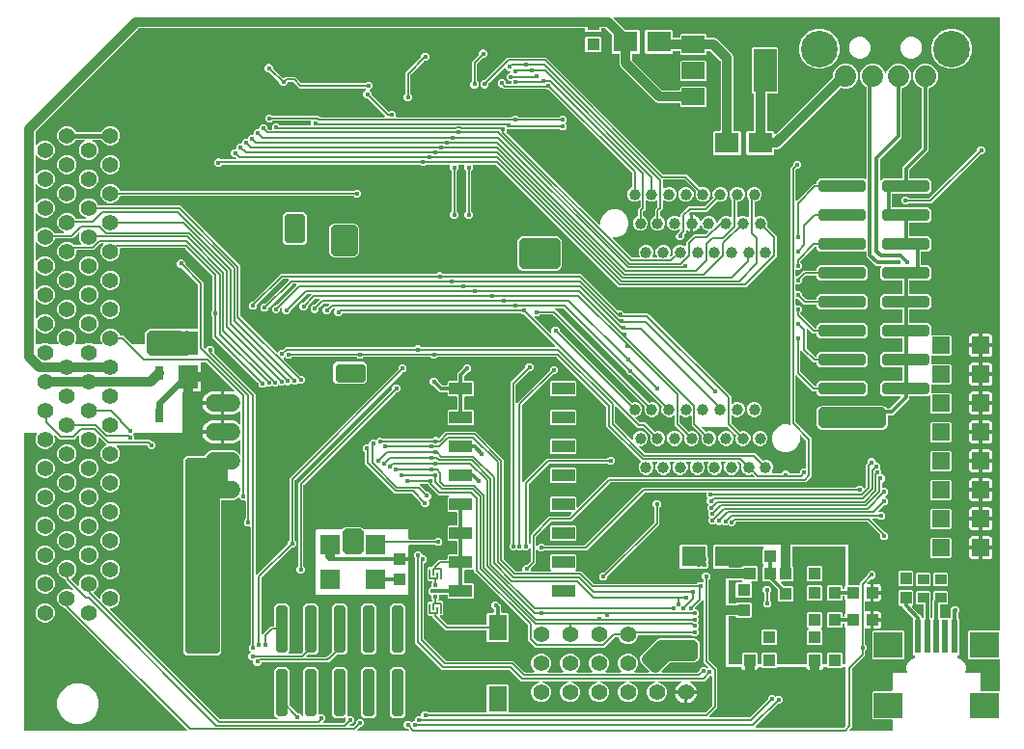
<source format=gbr>
G04 EAGLE Gerber RS-274X export*
G75*
%MOMM*%
%FSLAX34Y34*%
%LPD*%
%INTop Copper*%
%IPPOS*%
%AMOC8*
5,1,8,0,0,1.08239X$1,22.5*%
G01*
%ADD10C,1.408000*%
%ADD11C,1.008000*%
%ADD12R,1.800000X2.150000*%
%ADD13R,2.006600X1.092200*%
%ADD14R,1.050000X1.080000*%
%ADD15R,1.080000X1.050000*%
%ADD16R,2.150000X1.800000*%
%ADD17R,1.100000X1.000000*%
%ADD18R,2.500000X2.200000*%
%ADD19R,0.500000X3.000000*%
%ADD20R,1.000000X1.100000*%
%ADD21R,1.000000X0.900000*%
%ADD22R,1.800000X1.800000*%
%ADD23R,1.500000X1.500000*%
%ADD24R,1.600000X2.300000*%
%ADD25C,0.500000*%
%ADD26R,2.000000X1.500000*%
%ADD27R,2.000000X3.800000*%
%ADD28C,1.524000*%
%ADD29R,0.152400X0.254000*%
%ADD30C,0.152400*%
%ADD31R,0.700000X1.200000*%
%ADD32C,1.879600*%
%ADD33C,3.216000*%
%ADD34C,0.406400*%
%ADD35C,0.304800*%
%ADD36C,0.609600*%
%ADD37C,0.812800*%
%ADD38C,0.406400*%
%ADD39C,0.508000*%
%ADD40C,0.525000*%

G36*
X764668Y4004D02*
X764668Y4004D01*
X764687Y4002D01*
X764789Y4024D01*
X764891Y4040D01*
X764908Y4050D01*
X764928Y4054D01*
X765017Y4107D01*
X765108Y4156D01*
X765122Y4170D01*
X765139Y4180D01*
X765206Y4259D01*
X765278Y4334D01*
X765286Y4352D01*
X765299Y4367D01*
X765338Y4463D01*
X765381Y4557D01*
X765383Y4577D01*
X765391Y4595D01*
X765409Y4762D01*
X765409Y13404D01*
X765406Y13424D01*
X765408Y13443D01*
X765386Y13545D01*
X765370Y13647D01*
X765360Y13664D01*
X765356Y13684D01*
X765303Y13773D01*
X765254Y13864D01*
X765240Y13878D01*
X765230Y13895D01*
X765151Y13962D01*
X765076Y14034D01*
X765058Y14042D01*
X765043Y14055D01*
X764947Y14094D01*
X764853Y14137D01*
X764833Y14139D01*
X764815Y14147D01*
X764648Y14165D01*
X748778Y14165D01*
X747885Y15058D01*
X747885Y38322D01*
X748778Y39215D01*
X764648Y39215D01*
X764668Y39218D01*
X764687Y39216D01*
X764789Y39238D01*
X764891Y39254D01*
X764908Y39264D01*
X764928Y39268D01*
X765017Y39321D01*
X765108Y39370D01*
X765122Y39384D01*
X765139Y39394D01*
X765206Y39473D01*
X765278Y39548D01*
X765286Y39566D01*
X765299Y39581D01*
X765338Y39677D01*
X765381Y39771D01*
X765383Y39791D01*
X765391Y39809D01*
X765409Y39976D01*
X765409Y55190D01*
X765410Y55191D01*
X777933Y55191D01*
X777979Y55198D01*
X778024Y55196D01*
X778099Y55218D01*
X778176Y55230D01*
X778217Y55252D01*
X778261Y55265D01*
X778325Y55309D01*
X778393Y55346D01*
X778425Y55379D01*
X778463Y55405D01*
X778509Y55467D01*
X778563Y55524D01*
X778582Y55566D01*
X778609Y55602D01*
X778634Y55676D01*
X778666Y55747D01*
X778671Y55793D01*
X778686Y55836D01*
X778685Y55914D01*
X778693Y55991D01*
X778684Y56036D01*
X778683Y56082D01*
X778645Y56214D01*
X778641Y56232D01*
X778639Y56236D01*
X778637Y56243D01*
X777909Y57999D01*
X777909Y61381D01*
X779203Y64505D01*
X781595Y66897D01*
X784759Y68207D01*
X784789Y68214D01*
X784891Y68230D01*
X784908Y68240D01*
X784928Y68244D01*
X785017Y68297D01*
X785108Y68346D01*
X785122Y68360D01*
X785139Y68370D01*
X785206Y68449D01*
X785278Y68524D01*
X785286Y68542D01*
X785299Y68557D01*
X785338Y68653D01*
X785381Y68747D01*
X785383Y68767D01*
X785391Y68785D01*
X785409Y68952D01*
X785409Y69904D01*
X785406Y69924D01*
X785408Y69943D01*
X785386Y70045D01*
X785370Y70147D01*
X785360Y70164D01*
X785356Y70184D01*
X785303Y70273D01*
X785254Y70364D01*
X785240Y70378D01*
X785230Y70395D01*
X785151Y70462D01*
X785076Y70534D01*
X785058Y70542D01*
X785043Y70555D01*
X784947Y70594D01*
X784853Y70637D01*
X784833Y70639D01*
X784815Y70647D01*
X784795Y70649D01*
X783885Y71558D01*
X783885Y103028D01*
X783871Y103118D01*
X783863Y103209D01*
X783851Y103239D01*
X783846Y103271D01*
X783803Y103351D01*
X783767Y103435D01*
X783741Y103467D01*
X783730Y103488D01*
X783707Y103510D01*
X783662Y103566D01*
X774191Y113037D01*
X774191Y113254D01*
X774188Y113274D01*
X774190Y113293D01*
X774168Y113395D01*
X774152Y113497D01*
X774142Y113514D01*
X774138Y113534D01*
X774085Y113623D01*
X774036Y113714D01*
X774022Y113728D01*
X774012Y113745D01*
X773933Y113812D01*
X773858Y113884D01*
X773840Y113892D01*
X773825Y113905D01*
X773729Y113944D01*
X773635Y113987D01*
X773615Y113989D01*
X773597Y113997D01*
X773430Y114015D01*
X771608Y114015D01*
X770715Y114908D01*
X770715Y127172D01*
X771608Y128065D01*
X782872Y128065D01*
X783765Y127172D01*
X783765Y114908D01*
X782892Y114036D01*
X782881Y114020D01*
X782865Y114007D01*
X782809Y113920D01*
X782749Y113836D01*
X782743Y113817D01*
X782732Y113800D01*
X782707Y113700D01*
X782676Y113601D01*
X782677Y113581D01*
X782672Y113562D01*
X782680Y113459D01*
X782683Y113355D01*
X782690Y113336D01*
X782691Y113317D01*
X782731Y113222D01*
X782767Y113124D01*
X782780Y113109D01*
X782787Y113090D01*
X782892Y112959D01*
X788950Y106902D01*
X790959Y104893D01*
X790959Y104113D01*
X790973Y104023D01*
X790981Y103932D01*
X790993Y103902D01*
X790998Y103870D01*
X791041Y103789D01*
X791077Y103706D01*
X791103Y103673D01*
X791114Y103653D01*
X791137Y103631D01*
X791182Y103575D01*
X791372Y103385D01*
X791388Y103373D01*
X791400Y103357D01*
X791488Y103301D01*
X791571Y103241D01*
X791590Y103235D01*
X791607Y103224D01*
X791708Y103199D01*
X791807Y103169D01*
X791826Y103169D01*
X791846Y103164D01*
X791949Y103172D01*
X792052Y103175D01*
X792071Y103182D01*
X792091Y103183D01*
X792186Y103224D01*
X792283Y103259D01*
X792299Y103272D01*
X792317Y103280D01*
X792448Y103385D01*
X792638Y103575D01*
X792692Y103649D01*
X792751Y103718D01*
X792763Y103748D01*
X792782Y103774D01*
X792809Y103861D01*
X792843Y103946D01*
X792847Y103987D01*
X792854Y104009D01*
X792853Y104042D01*
X792861Y104113D01*
X792861Y114754D01*
X792858Y114774D01*
X792860Y114793D01*
X792838Y114895D01*
X792822Y114997D01*
X792812Y115014D01*
X792808Y115034D01*
X792755Y115123D01*
X792706Y115214D01*
X792692Y115228D01*
X792682Y115245D01*
X792603Y115312D01*
X792528Y115384D01*
X792510Y115392D01*
X792495Y115405D01*
X792399Y115444D01*
X792305Y115487D01*
X792285Y115489D01*
X792267Y115497D01*
X792100Y115515D01*
X786848Y115515D01*
X785955Y116408D01*
X785955Y126672D01*
X786848Y127565D01*
X798112Y127565D01*
X799005Y126672D01*
X799005Y116282D01*
X798977Y116214D01*
X798973Y116173D01*
X798966Y116151D01*
X798967Y116118D01*
X798959Y116047D01*
X798959Y104113D01*
X798973Y104023D01*
X798981Y103932D01*
X798993Y103902D01*
X798998Y103870D01*
X799041Y103789D01*
X799077Y103706D01*
X799103Y103673D01*
X799114Y103653D01*
X799137Y103631D01*
X799182Y103575D01*
X799372Y103385D01*
X799388Y103373D01*
X799400Y103357D01*
X799488Y103301D01*
X799571Y103241D01*
X799590Y103235D01*
X799607Y103224D01*
X799708Y103199D01*
X799807Y103169D01*
X799826Y103169D01*
X799846Y103164D01*
X799949Y103172D01*
X800052Y103175D01*
X800071Y103182D01*
X800091Y103183D01*
X800186Y103224D01*
X800283Y103259D01*
X800299Y103272D01*
X800317Y103280D01*
X800448Y103385D01*
X800638Y103575D01*
X800692Y103649D01*
X800751Y103718D01*
X800763Y103748D01*
X800782Y103774D01*
X800809Y103861D01*
X800843Y103946D01*
X800847Y103987D01*
X800854Y104009D01*
X800853Y104042D01*
X800861Y104113D01*
X800861Y118993D01*
X800972Y119104D01*
X801025Y119178D01*
X801085Y119247D01*
X801097Y119277D01*
X801116Y119304D01*
X801143Y119391D01*
X801177Y119475D01*
X801181Y119516D01*
X801188Y119539D01*
X801187Y119571D01*
X801195Y119642D01*
X801195Y126672D01*
X802088Y127565D01*
X813352Y127565D01*
X814245Y126672D01*
X814245Y116408D01*
X813352Y115515D01*
X807720Y115515D01*
X807700Y115512D01*
X807681Y115514D01*
X807579Y115492D01*
X807477Y115476D01*
X807460Y115466D01*
X807440Y115462D01*
X807351Y115409D01*
X807260Y115360D01*
X807246Y115346D01*
X807229Y115336D01*
X807162Y115257D01*
X807090Y115182D01*
X807082Y115164D01*
X807069Y115149D01*
X807030Y115053D01*
X806987Y114959D01*
X806985Y114939D01*
X806977Y114921D01*
X806959Y114754D01*
X806959Y104113D01*
X806973Y104023D01*
X806981Y103932D01*
X806993Y103902D01*
X806998Y103870D01*
X807041Y103789D01*
X807077Y103706D01*
X807103Y103673D01*
X807114Y103653D01*
X807137Y103631D01*
X807182Y103575D01*
X807372Y103385D01*
X807388Y103373D01*
X807400Y103357D01*
X807488Y103301D01*
X807571Y103241D01*
X807590Y103235D01*
X807607Y103224D01*
X807708Y103199D01*
X807807Y103169D01*
X807826Y103169D01*
X807846Y103164D01*
X807949Y103172D01*
X808052Y103175D01*
X808071Y103182D01*
X808091Y103183D01*
X808186Y103224D01*
X808283Y103259D01*
X808299Y103272D01*
X808317Y103280D01*
X808448Y103385D01*
X808778Y103715D01*
X815042Y103715D01*
X815372Y103385D01*
X815388Y103373D01*
X815400Y103357D01*
X815487Y103301D01*
X815571Y103241D01*
X815590Y103235D01*
X815607Y103224D01*
X815708Y103199D01*
X815807Y103169D01*
X815826Y103169D01*
X815846Y103164D01*
X815949Y103172D01*
X816052Y103175D01*
X816071Y103182D01*
X816091Y103183D01*
X816186Y103224D01*
X816283Y103259D01*
X816299Y103272D01*
X816317Y103280D01*
X816448Y103385D01*
X816638Y103575D01*
X816692Y103649D01*
X816751Y103718D01*
X816763Y103748D01*
X816782Y103774D01*
X816809Y103861D01*
X816843Y103946D01*
X816847Y103987D01*
X816854Y104009D01*
X816853Y104042D01*
X816861Y104113D01*
X816861Y111542D01*
X816863Y111560D01*
X816863Y111963D01*
X818947Y114047D01*
X821893Y114047D01*
X823977Y111963D01*
X823977Y109017D01*
X823182Y108222D01*
X823129Y108148D01*
X823069Y108078D01*
X823057Y108048D01*
X823038Y108022D01*
X823011Y107935D01*
X822977Y107850D01*
X822973Y107809D01*
X822966Y107787D01*
X822967Y107755D01*
X822959Y107683D01*
X822959Y104113D01*
X822973Y104023D01*
X822981Y103932D01*
X822993Y103902D01*
X822998Y103870D01*
X823041Y103789D01*
X823077Y103706D01*
X823103Y103673D01*
X823114Y103653D01*
X823137Y103631D01*
X823182Y103575D01*
X823935Y102822D01*
X823935Y71558D01*
X823016Y70640D01*
X822929Y70626D01*
X822912Y70616D01*
X822892Y70612D01*
X822803Y70559D01*
X822712Y70510D01*
X822698Y70496D01*
X822681Y70486D01*
X822614Y70407D01*
X822542Y70332D01*
X822534Y70314D01*
X822521Y70299D01*
X822482Y70203D01*
X822439Y70109D01*
X822437Y70089D01*
X822429Y70071D01*
X822411Y69904D01*
X822411Y68952D01*
X822414Y68932D01*
X822412Y68913D01*
X822434Y68811D01*
X822450Y68709D01*
X822460Y68692D01*
X822464Y68672D01*
X822517Y68583D01*
X822566Y68492D01*
X822580Y68478D01*
X822590Y68461D01*
X822669Y68394D01*
X822744Y68322D01*
X822762Y68314D01*
X822777Y68301D01*
X822873Y68262D01*
X822967Y68219D01*
X822987Y68217D01*
X823005Y68209D01*
X823075Y68201D01*
X826225Y66897D01*
X828617Y64505D01*
X829911Y61381D01*
X829911Y57999D01*
X829183Y56243D01*
X829173Y56199D01*
X829154Y56157D01*
X829145Y56080D01*
X829127Y56004D01*
X829132Y55958D01*
X829127Y55913D01*
X829143Y55836D01*
X829150Y55759D01*
X829169Y55717D01*
X829179Y55672D01*
X829219Y55605D01*
X829250Y55534D01*
X829281Y55500D01*
X829305Y55461D01*
X829364Y55410D01*
X829417Y55353D01*
X829457Y55331D01*
X829492Y55301D01*
X829564Y55272D01*
X829632Y55235D01*
X829677Y55226D01*
X829720Y55209D01*
X829856Y55194D01*
X829874Y55191D01*
X829879Y55192D01*
X829887Y55191D01*
X842410Y55191D01*
X842411Y55190D01*
X842411Y39976D01*
X842414Y39956D01*
X842412Y39937D01*
X842434Y39835D01*
X842450Y39733D01*
X842460Y39716D01*
X842464Y39696D01*
X842517Y39607D01*
X842566Y39516D01*
X842580Y39502D01*
X842590Y39485D01*
X842669Y39418D01*
X842744Y39346D01*
X842762Y39338D01*
X842777Y39325D01*
X842873Y39286D01*
X842967Y39243D01*
X842987Y39241D01*
X843005Y39233D01*
X843172Y39215D01*
X858838Y39215D01*
X858858Y39218D01*
X858877Y39216D01*
X858979Y39238D01*
X859081Y39254D01*
X859098Y39264D01*
X859118Y39268D01*
X859207Y39321D01*
X859298Y39370D01*
X859312Y39384D01*
X859329Y39394D01*
X859396Y39473D01*
X859468Y39548D01*
X859476Y39566D01*
X859489Y39581D01*
X859528Y39677D01*
X859571Y39771D01*
X859573Y39791D01*
X859581Y39809D01*
X859599Y39976D01*
X859599Y66404D01*
X859596Y66424D01*
X859598Y66443D01*
X859576Y66544D01*
X859560Y66647D01*
X859550Y66664D01*
X859546Y66684D01*
X859493Y66773D01*
X859444Y66864D01*
X859430Y66878D01*
X859420Y66895D01*
X859341Y66962D01*
X859266Y67034D01*
X859248Y67042D01*
X859233Y67055D01*
X859137Y67094D01*
X859043Y67137D01*
X859023Y67139D01*
X859005Y67147D01*
X858838Y67165D01*
X832778Y67165D01*
X831885Y68058D01*
X831885Y91322D01*
X832778Y92215D01*
X858838Y92215D01*
X858858Y92218D01*
X858877Y92216D01*
X858979Y92238D01*
X859081Y92254D01*
X859098Y92264D01*
X859118Y92268D01*
X859207Y92321D01*
X859298Y92370D01*
X859312Y92384D01*
X859329Y92394D01*
X859396Y92473D01*
X859468Y92548D01*
X859476Y92566D01*
X859489Y92581D01*
X859528Y92677D01*
X859571Y92771D01*
X859573Y92791D01*
X859581Y92809D01*
X859599Y92976D01*
X859599Y630238D01*
X859596Y630258D01*
X859598Y630277D01*
X859576Y630379D01*
X859560Y630481D01*
X859550Y630498D01*
X859546Y630518D01*
X859493Y630607D01*
X859444Y630698D01*
X859430Y630712D01*
X859420Y630729D01*
X859341Y630796D01*
X859266Y630868D01*
X859248Y630876D01*
X859233Y630889D01*
X859137Y630928D01*
X859043Y630971D01*
X859023Y630973D01*
X859005Y630981D01*
X858838Y630999D01*
X521742Y630999D01*
X521671Y630988D01*
X521600Y630986D01*
X521551Y630968D01*
X521499Y630960D01*
X521436Y630926D01*
X521369Y630901D01*
X521328Y630869D01*
X521282Y630844D01*
X521233Y630792D01*
X521177Y630748D01*
X521149Y630704D01*
X521113Y630666D01*
X521083Y630601D01*
X521044Y630541D01*
X521031Y630490D01*
X521009Y630443D01*
X521001Y630372D01*
X520984Y630302D01*
X520988Y630250D01*
X520982Y630199D01*
X520997Y630128D01*
X521003Y630057D01*
X521023Y630009D01*
X521034Y629958D01*
X521071Y629897D01*
X521099Y629831D01*
X521144Y629775D01*
X521160Y629747D01*
X521178Y629732D01*
X521204Y629700D01*
X530556Y620348D01*
X530630Y620295D01*
X530699Y620235D01*
X530730Y620223D01*
X530756Y620204D01*
X530843Y620177D01*
X530928Y620143D01*
X530968Y620139D01*
X530991Y620132D01*
X531023Y620133D01*
X531094Y620125D01*
X542732Y620125D01*
X543625Y619232D01*
X543625Y599968D01*
X542732Y599075D01*
X537700Y599075D01*
X537680Y599072D01*
X537661Y599074D01*
X537559Y599052D01*
X537457Y599036D01*
X537440Y599026D01*
X537420Y599022D01*
X537331Y598969D01*
X537240Y598920D01*
X537226Y598906D01*
X537209Y598896D01*
X537142Y598817D01*
X537070Y598742D01*
X537062Y598724D01*
X537049Y598709D01*
X537010Y598613D01*
X536967Y598519D01*
X536965Y598499D01*
X536957Y598481D01*
X536939Y598314D01*
X536939Y593700D01*
X536953Y593610D01*
X536961Y593519D01*
X536973Y593489D01*
X536978Y593457D01*
X537021Y593377D01*
X537057Y593293D01*
X537083Y593261D01*
X537094Y593240D01*
X537117Y593218D01*
X537162Y593162D01*
X563312Y567012D01*
X563386Y566959D01*
X563455Y566899D01*
X563486Y566887D01*
X563512Y566868D01*
X563599Y566841D01*
X563684Y566807D01*
X563724Y566803D01*
X563747Y566796D01*
X563779Y566797D01*
X563850Y566789D01*
X578514Y566789D01*
X578534Y566792D01*
X578553Y566790D01*
X578655Y566812D01*
X578757Y566828D01*
X578774Y566838D01*
X578794Y566842D01*
X578883Y566895D01*
X578974Y566944D01*
X578988Y566958D01*
X579005Y566968D01*
X579072Y567047D01*
X579144Y567122D01*
X579152Y567140D01*
X579165Y567155D01*
X579204Y567251D01*
X579247Y567345D01*
X579249Y567365D01*
X579257Y567383D01*
X579275Y567550D01*
X579275Y569332D01*
X580168Y570225D01*
X601432Y570225D01*
X602325Y569332D01*
X602325Y553068D01*
X601432Y552175D01*
X580168Y552175D01*
X579275Y553068D01*
X579275Y554850D01*
X579272Y554870D01*
X579274Y554889D01*
X579252Y554991D01*
X579236Y555093D01*
X579226Y555110D01*
X579222Y555130D01*
X579169Y555219D01*
X579120Y555310D01*
X579106Y555324D01*
X579096Y555341D01*
X579017Y555408D01*
X578942Y555480D01*
X578924Y555488D01*
X578909Y555501D01*
X578813Y555540D01*
X578719Y555583D01*
X578699Y555585D01*
X578681Y555593D01*
X578514Y555611D01*
X560108Y555611D01*
X558054Y556462D01*
X556375Y558141D01*
X528291Y586225D01*
X526612Y587904D01*
X525761Y589958D01*
X525761Y598314D01*
X525758Y598334D01*
X525760Y598353D01*
X525738Y598455D01*
X525722Y598557D01*
X525712Y598574D01*
X525708Y598594D01*
X525655Y598683D01*
X525606Y598774D01*
X525592Y598788D01*
X525582Y598805D01*
X525503Y598872D01*
X525428Y598944D01*
X525410Y598952D01*
X525395Y598965D01*
X525299Y599004D01*
X525205Y599047D01*
X525185Y599049D01*
X525167Y599057D01*
X525000Y599075D01*
X519968Y599075D01*
X519075Y599968D01*
X519075Y615706D01*
X519061Y615796D01*
X519053Y615887D01*
X519041Y615917D01*
X519036Y615948D01*
X518993Y616029D01*
X518957Y616113D01*
X518931Y616145D01*
X518920Y616166D01*
X518897Y616188D01*
X518852Y616244D01*
X513972Y621124D01*
X513898Y621177D01*
X513829Y621237D01*
X513798Y621249D01*
X513772Y621268D01*
X513685Y621295D01*
X513600Y621329D01*
X513560Y621333D01*
X513537Y621340D01*
X513505Y621339D01*
X513434Y621347D01*
X510606Y621347D01*
X510586Y621344D01*
X510567Y621346D01*
X510465Y621324D01*
X510363Y621308D01*
X510346Y621298D01*
X510326Y621294D01*
X510237Y621241D01*
X510146Y621192D01*
X510132Y621178D01*
X510115Y621168D01*
X510048Y621089D01*
X509976Y621014D01*
X509968Y620996D01*
X509955Y620981D01*
X509916Y620885D01*
X509873Y620791D01*
X509871Y620771D01*
X509863Y620753D01*
X509845Y620586D01*
X509845Y618818D01*
X508952Y617925D01*
X496888Y617925D01*
X495995Y618818D01*
X495995Y620586D01*
X495992Y620606D01*
X495994Y620625D01*
X495972Y620727D01*
X495956Y620829D01*
X495946Y620846D01*
X495942Y620866D01*
X495889Y620955D01*
X495840Y621046D01*
X495826Y621060D01*
X495816Y621077D01*
X495737Y621144D01*
X495662Y621216D01*
X495644Y621224D01*
X495629Y621237D01*
X495533Y621276D01*
X495439Y621319D01*
X495419Y621321D01*
X495401Y621329D01*
X495234Y621347D01*
X104520Y621347D01*
X104429Y621333D01*
X104339Y621325D01*
X104309Y621313D01*
X104277Y621308D01*
X104196Y621265D01*
X104112Y621229D01*
X104080Y621203D01*
X104059Y621192D01*
X104037Y621169D01*
X103981Y621124D01*
X13876Y531019D01*
X13823Y530945D01*
X13763Y530875D01*
X13751Y530845D01*
X13732Y530819D01*
X13705Y530732D01*
X13671Y530647D01*
X13667Y530606D01*
X13660Y530584D01*
X13661Y530552D01*
X13653Y530480D01*
X13653Y519823D01*
X13664Y519752D01*
X13666Y519680D01*
X13684Y519632D01*
X13692Y519580D01*
X13726Y519517D01*
X13751Y519449D01*
X13783Y519409D01*
X13808Y519363D01*
X13860Y519313D01*
X13904Y519257D01*
X13948Y519229D01*
X13986Y519193D01*
X14051Y519163D01*
X14111Y519124D01*
X14162Y519112D01*
X14209Y519090D01*
X14280Y519082D01*
X14350Y519064D01*
X14402Y519068D01*
X14453Y519063D01*
X14524Y519078D01*
X14595Y519084D01*
X14643Y519104D01*
X14694Y519115D01*
X14755Y519152D01*
X14821Y519180D01*
X14877Y519225D01*
X14905Y519241D01*
X14920Y519259D01*
X14952Y519285D01*
X17278Y521611D01*
X20426Y522915D01*
X23834Y522915D01*
X26982Y521611D01*
X29391Y519202D01*
X30695Y516054D01*
X30695Y512646D01*
X29391Y509498D01*
X26982Y507089D01*
X23834Y505785D01*
X20426Y505785D01*
X17278Y507089D01*
X14952Y509415D01*
X14894Y509457D01*
X14842Y509507D01*
X14795Y509529D01*
X14753Y509559D01*
X14684Y509580D01*
X14619Y509610D01*
X14567Y509616D01*
X14517Y509631D01*
X14446Y509629D01*
X14375Y509637D01*
X14324Y509626D01*
X14272Y509625D01*
X14204Y509600D01*
X14134Y509585D01*
X14089Y509558D01*
X14041Y509540D01*
X13985Y509496D01*
X13923Y509459D01*
X13889Y509419D01*
X13849Y509387D01*
X13810Y509326D01*
X13763Y509272D01*
X13744Y509224D01*
X13716Y509180D01*
X13698Y509110D01*
X13671Y509044D01*
X13663Y508972D01*
X13655Y508941D01*
X13657Y508918D01*
X13653Y508877D01*
X13653Y494423D01*
X13664Y494352D01*
X13666Y494280D01*
X13684Y494232D01*
X13692Y494180D01*
X13726Y494117D01*
X13751Y494049D01*
X13783Y494009D01*
X13808Y493963D01*
X13860Y493913D01*
X13904Y493857D01*
X13948Y493829D01*
X13986Y493793D01*
X14051Y493763D01*
X14111Y493724D01*
X14162Y493712D01*
X14209Y493690D01*
X14280Y493682D01*
X14350Y493664D01*
X14402Y493668D01*
X14453Y493663D01*
X14524Y493678D01*
X14595Y493684D01*
X14643Y493704D01*
X14694Y493715D01*
X14755Y493752D01*
X14821Y493780D01*
X14877Y493825D01*
X14905Y493841D01*
X14920Y493859D01*
X14952Y493885D01*
X17278Y496211D01*
X20426Y497515D01*
X23834Y497515D01*
X26982Y496211D01*
X29391Y493802D01*
X30695Y490654D01*
X30695Y487246D01*
X29391Y484098D01*
X26982Y481689D01*
X23834Y480385D01*
X20426Y480385D01*
X17278Y481689D01*
X14952Y484015D01*
X14894Y484057D01*
X14842Y484107D01*
X14795Y484129D01*
X14753Y484159D01*
X14684Y484180D01*
X14619Y484210D01*
X14567Y484216D01*
X14517Y484231D01*
X14446Y484229D01*
X14375Y484237D01*
X14324Y484226D01*
X14272Y484225D01*
X14204Y484200D01*
X14134Y484185D01*
X14089Y484158D01*
X14041Y484140D01*
X13985Y484096D01*
X13923Y484059D01*
X13889Y484019D01*
X13849Y483987D01*
X13810Y483926D01*
X13763Y483872D01*
X13744Y483824D01*
X13716Y483780D01*
X13698Y483710D01*
X13671Y483644D01*
X13663Y483572D01*
X13655Y483541D01*
X13657Y483518D01*
X13653Y483477D01*
X13653Y469023D01*
X13664Y468952D01*
X13666Y468880D01*
X13684Y468832D01*
X13692Y468780D01*
X13726Y468717D01*
X13751Y468649D01*
X13783Y468609D01*
X13808Y468563D01*
X13860Y468513D01*
X13904Y468457D01*
X13948Y468429D01*
X13986Y468393D01*
X14051Y468363D01*
X14111Y468324D01*
X14162Y468312D01*
X14209Y468290D01*
X14280Y468282D01*
X14350Y468264D01*
X14402Y468268D01*
X14453Y468263D01*
X14524Y468278D01*
X14595Y468284D01*
X14643Y468304D01*
X14694Y468315D01*
X14755Y468352D01*
X14821Y468380D01*
X14877Y468425D01*
X14905Y468441D01*
X14920Y468459D01*
X14952Y468485D01*
X17278Y470811D01*
X20426Y472115D01*
X23834Y472115D01*
X26982Y470811D01*
X29391Y468402D01*
X30695Y465254D01*
X30695Y461846D01*
X29391Y458698D01*
X26982Y456289D01*
X23834Y454985D01*
X20426Y454985D01*
X17278Y456289D01*
X14952Y458615D01*
X14894Y458657D01*
X14842Y458707D01*
X14795Y458729D01*
X14753Y458759D01*
X14684Y458780D01*
X14619Y458810D01*
X14567Y458816D01*
X14517Y458831D01*
X14446Y458829D01*
X14375Y458837D01*
X14324Y458826D01*
X14272Y458825D01*
X14204Y458800D01*
X14134Y458785D01*
X14089Y458758D01*
X14041Y458740D01*
X13985Y458696D01*
X13923Y458659D01*
X13889Y458619D01*
X13849Y458587D01*
X13810Y458526D01*
X13763Y458472D01*
X13744Y458424D01*
X13716Y458380D01*
X13698Y458310D01*
X13671Y458244D01*
X13663Y458172D01*
X13655Y458141D01*
X13657Y458118D01*
X13653Y458077D01*
X13653Y443623D01*
X13664Y443552D01*
X13666Y443480D01*
X13684Y443432D01*
X13692Y443380D01*
X13726Y443317D01*
X13751Y443249D01*
X13783Y443209D01*
X13808Y443163D01*
X13860Y443113D01*
X13904Y443057D01*
X13948Y443029D01*
X13986Y442993D01*
X14051Y442963D01*
X14111Y442924D01*
X14162Y442912D01*
X14209Y442890D01*
X14280Y442882D01*
X14350Y442864D01*
X14402Y442868D01*
X14453Y442863D01*
X14524Y442878D01*
X14595Y442884D01*
X14643Y442904D01*
X14694Y442915D01*
X14755Y442952D01*
X14821Y442980D01*
X14877Y443025D01*
X14905Y443041D01*
X14920Y443059D01*
X14952Y443085D01*
X17278Y445411D01*
X20426Y446715D01*
X23834Y446715D01*
X26982Y445411D01*
X29391Y443002D01*
X29913Y441741D01*
X29975Y441641D01*
X30035Y441541D01*
X30039Y441537D01*
X30043Y441532D01*
X30133Y441457D01*
X30222Y441381D01*
X30227Y441379D01*
X30232Y441375D01*
X30341Y441333D01*
X30450Y441289D01*
X30457Y441288D01*
X30462Y441287D01*
X30480Y441286D01*
X30616Y441271D01*
X38149Y441271D01*
X38245Y441286D01*
X38342Y441296D01*
X38366Y441306D01*
X38391Y441310D01*
X38477Y441356D01*
X38566Y441396D01*
X38586Y441413D01*
X38609Y441426D01*
X38676Y441496D01*
X38747Y441562D01*
X38760Y441585D01*
X38778Y441604D01*
X38819Y441692D01*
X38866Y441778D01*
X38871Y441803D01*
X38882Y441827D01*
X38892Y441924D01*
X38910Y442020D01*
X38906Y442046D01*
X38909Y442071D01*
X38888Y442167D01*
X38874Y442263D01*
X38862Y442286D01*
X38857Y442312D01*
X38807Y442395D01*
X38762Y442482D01*
X38744Y442501D01*
X38730Y442523D01*
X38656Y442586D01*
X38587Y442654D01*
X38558Y442670D01*
X38543Y442683D01*
X38513Y442695D01*
X38440Y442735D01*
X36378Y443589D01*
X33969Y445998D01*
X32665Y449146D01*
X32665Y452554D01*
X33969Y455702D01*
X36378Y458111D01*
X39526Y459415D01*
X42934Y459415D01*
X46082Y458111D01*
X48491Y455702D01*
X49013Y454441D01*
X49075Y454341D01*
X49135Y454241D01*
X49139Y454237D01*
X49143Y454232D01*
X49233Y454157D01*
X49322Y454081D01*
X49327Y454079D01*
X49332Y454075D01*
X49441Y454033D01*
X49550Y453989D01*
X49557Y453988D01*
X49562Y453987D01*
X49580Y453986D01*
X49716Y453971D01*
X57249Y453971D01*
X57345Y453986D01*
X57442Y453996D01*
X57466Y454006D01*
X57491Y454010D01*
X57577Y454056D01*
X57666Y454096D01*
X57686Y454113D01*
X57709Y454126D01*
X57776Y454196D01*
X57848Y454262D01*
X57860Y454285D01*
X57878Y454304D01*
X57919Y454392D01*
X57966Y454478D01*
X57971Y454503D01*
X57982Y454527D01*
X57992Y454624D01*
X58010Y454720D01*
X58006Y454746D01*
X58009Y454771D01*
X57988Y454867D01*
X57974Y454963D01*
X57962Y454986D01*
X57957Y455012D01*
X57907Y455095D01*
X57863Y455182D01*
X57844Y455201D01*
X57830Y455223D01*
X57757Y455286D01*
X57687Y455354D01*
X57658Y455370D01*
X57644Y455383D01*
X57613Y455395D01*
X57540Y455435D01*
X55478Y456289D01*
X53069Y458698D01*
X51765Y461846D01*
X51765Y465254D01*
X53069Y468402D01*
X55478Y470811D01*
X58626Y472115D01*
X62034Y472115D01*
X65182Y470811D01*
X67591Y468402D01*
X68459Y466307D01*
X68520Y466207D01*
X68580Y466107D01*
X68585Y466103D01*
X68588Y466098D01*
X68679Y466023D01*
X68767Y465947D01*
X68773Y465945D01*
X68778Y465941D01*
X68886Y465899D01*
X68995Y465855D01*
X69003Y465854D01*
X69007Y465853D01*
X69026Y465852D01*
X69162Y465837D01*
X140647Y465837D01*
X193549Y412935D01*
X193549Y368801D01*
X193563Y368710D01*
X193571Y368620D01*
X193583Y368590D01*
X193588Y368558D01*
X193631Y368477D01*
X193667Y368393D01*
X193693Y368361D01*
X193704Y368340D01*
X193727Y368318D01*
X193772Y368262D01*
X225259Y336775D01*
X225275Y336764D01*
X225287Y336748D01*
X225375Y336692D01*
X225458Y336632D01*
X225477Y336626D01*
X225494Y336615D01*
X225595Y336590D01*
X225693Y336559D01*
X225713Y336560D01*
X225733Y336555D01*
X225836Y336563D01*
X225939Y336566D01*
X225958Y336573D01*
X225978Y336574D01*
X226073Y336614D01*
X226170Y336650D01*
X226186Y336663D01*
X226204Y336670D01*
X226335Y336775D01*
X228275Y338715D01*
X229756Y338715D01*
X229846Y338730D01*
X229937Y338737D01*
X229967Y338750D01*
X229999Y338755D01*
X230079Y338798D01*
X230163Y338833D01*
X230195Y338859D01*
X230216Y338870D01*
X230238Y338893D01*
X230294Y338938D01*
X232834Y341478D01*
X346090Y341478D01*
X346180Y341493D01*
X346271Y341500D01*
X346301Y341513D01*
X346333Y341518D01*
X346413Y341561D01*
X346497Y341596D01*
X346529Y341622D01*
X346550Y341633D01*
X346572Y341656D01*
X346628Y341701D01*
X347675Y342748D01*
X350622Y342748D01*
X351669Y341701D01*
X351743Y341648D01*
X351812Y341589D01*
X351842Y341577D01*
X351868Y341558D01*
X351955Y341531D01*
X352040Y341497D01*
X352081Y341492D01*
X352104Y341485D01*
X352136Y341486D01*
X352207Y341478D01*
X468939Y341478D01*
X469010Y341490D01*
X469082Y341492D01*
X469131Y341510D01*
X469182Y341518D01*
X469245Y341552D01*
X469313Y341576D01*
X469354Y341609D01*
X469400Y341633D01*
X469449Y341685D01*
X469505Y341730D01*
X469533Y341774D01*
X469569Y341811D01*
X469599Y341876D01*
X469638Y341937D01*
X469651Y341987D01*
X469673Y342035D01*
X469680Y342106D01*
X469698Y342175D01*
X469694Y342227D01*
X469700Y342279D01*
X469684Y342349D01*
X469679Y342421D01*
X469658Y342468D01*
X469647Y342519D01*
X469611Y342581D01*
X469583Y342647D01*
X469538Y342703D01*
X469521Y342730D01*
X469503Y342746D01*
X469478Y342778D01*
X442655Y369600D01*
X442581Y369653D01*
X442512Y369713D01*
X442482Y369725D01*
X442455Y369744D01*
X442369Y369771D01*
X442284Y369805D01*
X442243Y369809D01*
X442220Y369816D01*
X442188Y369815D01*
X442117Y369823D01*
X440636Y369823D01*
X439589Y370870D01*
X439515Y370923D01*
X439446Y370983D01*
X439416Y370995D01*
X439389Y371014D01*
X439302Y371041D01*
X439218Y371075D01*
X439177Y371079D01*
X439154Y371086D01*
X439122Y371085D01*
X439051Y371093D01*
X283718Y371093D01*
X283698Y371090D01*
X283679Y371092D01*
X283577Y371070D01*
X283475Y371054D01*
X283458Y371044D01*
X283438Y371040D01*
X283349Y370987D01*
X283258Y370938D01*
X283244Y370924D01*
X283227Y370914D01*
X283183Y370862D01*
X283180Y370860D01*
X280873Y368553D01*
X277927Y368553D01*
X275843Y370637D01*
X275843Y373583D01*
X276372Y374112D01*
X276414Y374170D01*
X276463Y374222D01*
X276485Y374269D01*
X276515Y374311D01*
X276536Y374380D01*
X276567Y374445D01*
X276572Y374497D01*
X276588Y374547D01*
X276586Y374618D01*
X276594Y374689D01*
X276583Y374740D01*
X276581Y374792D01*
X276557Y374860D01*
X276541Y374930D01*
X276515Y374975D01*
X276497Y375023D01*
X276452Y375079D01*
X276415Y375141D01*
X276376Y375175D01*
X276343Y375215D01*
X276283Y375254D01*
X276228Y375301D01*
X276180Y375320D01*
X276136Y375348D01*
X276067Y375366D01*
X276000Y375393D01*
X275929Y375401D01*
X275898Y375409D01*
X275874Y375407D01*
X275833Y375411D01*
X274821Y375411D01*
X274730Y375397D01*
X274640Y375389D01*
X274610Y375377D01*
X274578Y375372D01*
X274497Y375329D01*
X274413Y375293D01*
X274381Y375267D01*
X274360Y375256D01*
X274338Y375233D01*
X274282Y375188D01*
X273020Y373926D01*
X272967Y373852D01*
X272907Y373782D01*
X272895Y373752D01*
X272876Y373726D01*
X272849Y373639D01*
X272815Y373554D01*
X272811Y373513D01*
X272804Y373491D01*
X272805Y373459D01*
X272797Y373387D01*
X272797Y371907D01*
X270713Y369823D01*
X267767Y369823D01*
X265683Y371907D01*
X265683Y374853D01*
X267767Y376937D01*
X269247Y376937D01*
X269338Y376951D01*
X269428Y376959D01*
X269458Y376971D01*
X269490Y376976D01*
X269571Y377019D01*
X269655Y377055D01*
X269687Y377081D01*
X269708Y377092D01*
X269730Y377115D01*
X269786Y377160D01*
X271056Y378430D01*
X271098Y378488D01*
X271147Y378540D01*
X271169Y378587D01*
X271199Y378629D01*
X271220Y378698D01*
X271251Y378763D01*
X271256Y378815D01*
X271272Y378865D01*
X271270Y378936D01*
X271278Y379007D01*
X271267Y379058D01*
X271265Y379110D01*
X271241Y379178D01*
X271226Y379248D01*
X271199Y379293D01*
X271181Y379341D01*
X271136Y379397D01*
X271099Y379459D01*
X271060Y379493D01*
X271027Y379533D01*
X270967Y379572D01*
X270912Y379619D01*
X270864Y379638D01*
X270820Y379666D01*
X270751Y379684D01*
X270684Y379711D01*
X270613Y379719D01*
X270582Y379727D01*
X270558Y379725D01*
X270518Y379729D01*
X266439Y379729D01*
X266348Y379715D01*
X266258Y379707D01*
X266228Y379695D01*
X266196Y379690D01*
X266115Y379647D01*
X266031Y379611D01*
X265999Y379585D01*
X265978Y379574D01*
X265956Y379551D01*
X265900Y379506D01*
X262580Y376186D01*
X262527Y376112D01*
X262467Y376042D01*
X262455Y376012D01*
X262436Y375986D01*
X262409Y375899D01*
X262375Y375814D01*
X262371Y375773D01*
X262364Y375751D01*
X262365Y375719D01*
X262357Y375647D01*
X262357Y373457D01*
X260273Y371373D01*
X257327Y371373D01*
X255243Y373457D01*
X255243Y376403D01*
X257327Y378487D01*
X258097Y378487D01*
X258188Y378501D01*
X258278Y378509D01*
X258308Y378521D01*
X258340Y378526D01*
X258421Y378569D01*
X258505Y378605D01*
X258537Y378631D01*
X258558Y378642D01*
X258580Y378665D01*
X258636Y378710D01*
X262674Y382748D01*
X262716Y382806D01*
X262765Y382858D01*
X262787Y382905D01*
X262817Y382947D01*
X262838Y383016D01*
X262869Y383081D01*
X262874Y383133D01*
X262890Y383183D01*
X262888Y383254D01*
X262896Y383325D01*
X262885Y383376D01*
X262883Y383428D01*
X262859Y383496D01*
X262844Y383566D01*
X262817Y383611D01*
X262799Y383659D01*
X262754Y383715D01*
X262717Y383777D01*
X262678Y383811D01*
X262645Y383851D01*
X262585Y383890D01*
X262530Y383937D01*
X262482Y383956D01*
X262438Y383984D01*
X262369Y384002D01*
X262302Y384029D01*
X262231Y384037D01*
X262200Y384045D01*
X262176Y384043D01*
X262136Y384047D01*
X259327Y384047D01*
X259236Y384033D01*
X259146Y384025D01*
X259116Y384013D01*
X259084Y384008D01*
X259003Y383965D01*
X258919Y383929D01*
X258887Y383903D01*
X258866Y383892D01*
X258844Y383869D01*
X258788Y383824D01*
X252700Y377736D01*
X252647Y377662D01*
X252587Y377592D01*
X252575Y377562D01*
X252556Y377536D01*
X252529Y377449D01*
X252495Y377364D01*
X252491Y377323D01*
X252484Y377301D01*
X252485Y377269D01*
X252477Y377197D01*
X252477Y375717D01*
X250393Y373633D01*
X247447Y373633D01*
X245363Y375717D01*
X245363Y378663D01*
X247447Y380747D01*
X248927Y380747D01*
X249018Y380761D01*
X249108Y380769D01*
X249138Y380781D01*
X249170Y380786D01*
X249251Y380829D01*
X249335Y380865D01*
X249367Y380891D01*
X249388Y380902D01*
X249410Y380925D01*
X249466Y380970D01*
X255562Y387066D01*
X255604Y387124D01*
X255653Y387176D01*
X255675Y387223D01*
X255705Y387265D01*
X255726Y387334D01*
X255757Y387399D01*
X255762Y387451D01*
X255778Y387501D01*
X255776Y387572D01*
X255784Y387643D01*
X255773Y387694D01*
X255771Y387746D01*
X255747Y387814D01*
X255732Y387884D01*
X255705Y387929D01*
X255687Y387977D01*
X255642Y388033D01*
X255605Y388095D01*
X255566Y388129D01*
X255533Y388169D01*
X255473Y388208D01*
X255418Y388255D01*
X255370Y388274D01*
X255326Y388302D01*
X255257Y388320D01*
X255190Y388347D01*
X255119Y388355D01*
X255088Y388363D01*
X255064Y388361D01*
X255024Y388365D01*
X252215Y388365D01*
X252124Y388351D01*
X252034Y388343D01*
X252004Y388331D01*
X251972Y388326D01*
X251891Y388283D01*
X251807Y388247D01*
X251775Y388221D01*
X251754Y388210D01*
X251732Y388187D01*
X251676Y388142D01*
X237460Y373926D01*
X237407Y373852D01*
X237347Y373782D01*
X237335Y373752D01*
X237316Y373726D01*
X237289Y373639D01*
X237255Y373554D01*
X237251Y373513D01*
X237244Y373491D01*
X237245Y373459D01*
X237237Y373387D01*
X237237Y371907D01*
X235153Y369823D01*
X232207Y369823D01*
X230123Y371907D01*
X230123Y374912D01*
X230112Y374982D01*
X230110Y375054D01*
X230092Y375103D01*
X230084Y375154D01*
X230050Y375218D01*
X230025Y375285D01*
X229993Y375326D01*
X229968Y375372D01*
X229917Y375421D01*
X229872Y375477D01*
X229828Y375505D01*
X229790Y375541D01*
X229725Y375571D01*
X229665Y375610D01*
X229614Y375623D01*
X229567Y375645D01*
X229496Y375653D01*
X229426Y375670D01*
X229374Y375666D01*
X229323Y375672D01*
X229252Y375657D01*
X229181Y375651D01*
X229133Y375631D01*
X229082Y375620D01*
X229021Y375583D01*
X228955Y375555D01*
X228899Y375510D01*
X228871Y375493D01*
X228856Y375476D01*
X228824Y375450D01*
X228570Y375196D01*
X228517Y375122D01*
X228457Y375052D01*
X228445Y375022D01*
X228426Y374996D01*
X228399Y374909D01*
X228365Y374824D01*
X228361Y374783D01*
X228354Y374761D01*
X228355Y374729D01*
X228347Y374657D01*
X228347Y373177D01*
X226263Y371093D01*
X223317Y371093D01*
X221233Y373177D01*
X221233Y376123D01*
X223317Y378207D01*
X224797Y378207D01*
X224888Y378221D01*
X224978Y378229D01*
X225008Y378241D01*
X225040Y378246D01*
X225121Y378289D01*
X225205Y378325D01*
X225237Y378351D01*
X225258Y378362D01*
X225280Y378385D01*
X225336Y378430D01*
X242608Y395702D01*
X242650Y395760D01*
X242699Y395812D01*
X242721Y395859D01*
X242751Y395901D01*
X242772Y395970D01*
X242803Y396035D01*
X242808Y396087D01*
X242824Y396137D01*
X242822Y396208D01*
X242830Y396279D01*
X242819Y396330D01*
X242817Y396382D01*
X242793Y396450D01*
X242778Y396520D01*
X242751Y396565D01*
X242733Y396613D01*
X242688Y396669D01*
X242651Y396731D01*
X242612Y396765D01*
X242579Y396805D01*
X242519Y396844D01*
X242464Y396891D01*
X242416Y396910D01*
X242372Y396938D01*
X242303Y396956D01*
X242236Y396983D01*
X242165Y396991D01*
X242134Y396999D01*
X242110Y396997D01*
X242070Y397001D01*
X239261Y397001D01*
X239170Y396987D01*
X239080Y396979D01*
X239050Y396967D01*
X239018Y396962D01*
X238937Y396919D01*
X238853Y396883D01*
X238821Y396857D01*
X238800Y396846D01*
X238778Y396823D01*
X238722Y396778D01*
X218410Y376466D01*
X218357Y376392D01*
X218297Y376322D01*
X218285Y376292D01*
X218266Y376266D01*
X218239Y376179D01*
X218205Y376094D01*
X218201Y376053D01*
X218194Y376031D01*
X218195Y375999D01*
X218187Y375927D01*
X218187Y374447D01*
X216103Y372363D01*
X213157Y372363D01*
X211073Y374447D01*
X211073Y377393D01*
X213157Y379477D01*
X214637Y379477D01*
X214728Y379491D01*
X214818Y379499D01*
X214848Y379511D01*
X214880Y379516D01*
X214961Y379559D01*
X215045Y379595D01*
X215077Y379621D01*
X215098Y379632D01*
X215120Y379655D01*
X215176Y379700D01*
X235496Y400020D01*
X235538Y400078D01*
X235587Y400130D01*
X235609Y400177D01*
X235639Y400219D01*
X235660Y400288D01*
X235691Y400353D01*
X235696Y400405D01*
X235712Y400455D01*
X235710Y400526D01*
X235718Y400597D01*
X235707Y400648D01*
X235705Y400700D01*
X235681Y400768D01*
X235666Y400838D01*
X235639Y400883D01*
X235621Y400931D01*
X235576Y400987D01*
X235539Y401049D01*
X235500Y401083D01*
X235467Y401123D01*
X235407Y401162D01*
X235352Y401209D01*
X235304Y401228D01*
X235260Y401256D01*
X235191Y401274D01*
X235124Y401301D01*
X235053Y401309D01*
X235022Y401317D01*
X234998Y401315D01*
X234958Y401319D01*
X231122Y401319D01*
X231032Y401305D01*
X230941Y401297D01*
X230911Y401285D01*
X230879Y401280D01*
X230798Y401237D01*
X230715Y401201D01*
X230682Y401175D01*
X230662Y401164D01*
X230640Y401141D01*
X230584Y401096D01*
X208250Y378762D01*
X208197Y378688D01*
X208137Y378619D01*
X208125Y378589D01*
X208106Y378563D01*
X208079Y378476D01*
X208045Y378391D01*
X208041Y378350D01*
X208034Y378328D01*
X208035Y378295D01*
X208027Y378224D01*
X208027Y376317D01*
X205943Y374233D01*
X202997Y374233D01*
X200913Y376317D01*
X200913Y379263D01*
X202997Y381347D01*
X204051Y381347D01*
X204141Y381361D01*
X204232Y381369D01*
X204262Y381381D01*
X204294Y381386D01*
X204374Y381429D01*
X204458Y381465D01*
X204490Y381491D01*
X204511Y381502D01*
X204533Y381525D01*
X204589Y381570D01*
X228912Y405893D01*
X365241Y405893D01*
X365332Y405907D01*
X365422Y405915D01*
X365452Y405927D01*
X365484Y405932D01*
X365565Y405975D01*
X365649Y406011D01*
X365681Y406037D01*
X365702Y406048D01*
X365724Y406071D01*
X365780Y406116D01*
X366827Y407163D01*
X369773Y407163D01*
X370820Y406116D01*
X370894Y406063D01*
X370964Y406003D01*
X370994Y405991D01*
X371020Y405972D01*
X371107Y405945D01*
X371192Y405911D01*
X371233Y405907D01*
X371255Y405900D01*
X371287Y405901D01*
X371359Y405893D01*
X492342Y405893D01*
X493904Y404330D01*
X524384Y373850D01*
X524401Y373838D01*
X524414Y373822D01*
X524501Y373766D01*
X524584Y373707D01*
X524604Y373701D01*
X524621Y373689D01*
X524721Y373665D01*
X524819Y373634D01*
X524840Y373635D01*
X524860Y373630D01*
X524926Y373635D01*
X524930Y373635D01*
X528192Y373635D01*
X530430Y371397D01*
X530430Y371396D01*
X530442Y371385D01*
X530445Y371382D01*
X530455Y371365D01*
X530534Y371298D01*
X530609Y371226D01*
X530627Y371218D01*
X530642Y371205D01*
X530738Y371166D01*
X530832Y371123D01*
X530851Y371121D01*
X530870Y371113D01*
X531037Y371095D01*
X550992Y371095D01*
X624013Y298074D01*
X624013Y292184D01*
X624024Y292114D01*
X624026Y292042D01*
X624044Y291993D01*
X624052Y291942D01*
X624086Y291878D01*
X624111Y291811D01*
X624143Y291770D01*
X624168Y291724D01*
X624220Y291675D01*
X624264Y291619D01*
X624308Y291591D01*
X624346Y291555D01*
X624411Y291525D01*
X624471Y291486D01*
X624522Y291473D01*
X624569Y291451D01*
X624640Y291443D01*
X624710Y291426D01*
X624762Y291430D01*
X624813Y291424D01*
X624884Y291439D01*
X624955Y291445D01*
X625003Y291465D01*
X625054Y291476D01*
X625115Y291513D01*
X625181Y291541D01*
X625237Y291586D01*
X625265Y291603D01*
X625280Y291620D01*
X625312Y291646D01*
X625681Y292015D01*
X628094Y293015D01*
X630706Y293015D01*
X633119Y292015D01*
X634965Y290169D01*
X635965Y287756D01*
X635965Y285144D01*
X634965Y282731D01*
X633119Y280885D01*
X630706Y279885D01*
X628094Y279885D01*
X625681Y280885D01*
X625312Y281254D01*
X625254Y281296D01*
X625202Y281345D01*
X625155Y281367D01*
X625113Y281397D01*
X625044Y281418D01*
X624979Y281449D01*
X624927Y281454D01*
X624877Y281470D01*
X624806Y281468D01*
X624735Y281476D01*
X624684Y281465D01*
X624632Y281463D01*
X624564Y281439D01*
X624494Y281424D01*
X624449Y281397D01*
X624401Y281379D01*
X624345Y281334D01*
X624283Y281297D01*
X624249Y281258D01*
X624209Y281225D01*
X624170Y281165D01*
X624123Y281110D01*
X624104Y281062D01*
X624076Y281018D01*
X624058Y280949D01*
X624031Y280882D01*
X624023Y280811D01*
X624015Y280780D01*
X624017Y280756D01*
X624013Y280716D01*
X624013Y274987D01*
X624015Y274975D01*
X624014Y274966D01*
X624023Y274924D01*
X624027Y274896D01*
X624035Y274806D01*
X624047Y274776D01*
X624052Y274744D01*
X624095Y274663D01*
X624131Y274579D01*
X624157Y274547D01*
X624168Y274526D01*
X624191Y274504D01*
X624236Y274448D01*
X631303Y267381D01*
X631397Y267314D01*
X631491Y267243D01*
X631497Y267241D01*
X631502Y267238D01*
X631613Y267204D01*
X631725Y267167D01*
X631731Y267167D01*
X631737Y267165D01*
X631854Y267168D01*
X631971Y267170D01*
X631978Y267172D01*
X631983Y267172D01*
X632001Y267178D01*
X632132Y267216D01*
X633094Y267615D01*
X635706Y267615D01*
X638119Y266615D01*
X639965Y264769D01*
X640965Y262356D01*
X640965Y259744D01*
X639965Y257331D01*
X638119Y255485D01*
X635706Y254485D01*
X633094Y254485D01*
X630681Y255485D01*
X628835Y257331D01*
X627835Y259744D01*
X627835Y262356D01*
X628234Y263318D01*
X628243Y263358D01*
X628254Y263382D01*
X628259Y263427D01*
X628260Y263431D01*
X628289Y263545D01*
X628288Y263551D01*
X628290Y263557D01*
X628279Y263672D01*
X628270Y263790D01*
X628267Y263796D01*
X628267Y263802D01*
X628219Y263910D01*
X628174Y264016D01*
X628169Y264022D01*
X628167Y264027D01*
X628154Y264041D01*
X628069Y264147D01*
X620914Y271302D01*
X620840Y271355D01*
X620770Y271415D01*
X620740Y271427D01*
X620714Y271446D01*
X620627Y271473D01*
X620542Y271507D01*
X620501Y271511D01*
X620479Y271518D01*
X620447Y271517D01*
X620375Y271525D01*
X598996Y271525D01*
X598926Y271514D01*
X598854Y271512D01*
X598805Y271494D01*
X598754Y271486D01*
X598690Y271452D01*
X598623Y271427D01*
X598582Y271395D01*
X598536Y271370D01*
X598487Y271318D01*
X598431Y271274D01*
X598403Y271230D01*
X598367Y271192D01*
X598337Y271127D01*
X598298Y271067D01*
X598285Y271016D01*
X598263Y270969D01*
X598255Y270898D01*
X598238Y270828D01*
X598242Y270776D01*
X598236Y270725D01*
X598251Y270654D01*
X598257Y270583D01*
X598277Y270535D01*
X598288Y270484D01*
X598325Y270423D01*
X598353Y270357D01*
X598398Y270301D01*
X598415Y270273D01*
X598432Y270258D01*
X598458Y270226D01*
X601303Y267381D01*
X601397Y267313D01*
X601491Y267243D01*
X601497Y267241D01*
X601502Y267238D01*
X601614Y267203D01*
X601725Y267167D01*
X601731Y267167D01*
X601737Y267165D01*
X601854Y267168D01*
X601971Y267170D01*
X601978Y267172D01*
X601983Y267172D01*
X602001Y267178D01*
X602132Y267216D01*
X603094Y267615D01*
X605706Y267615D01*
X608119Y266615D01*
X609965Y264769D01*
X610965Y262356D01*
X610965Y259744D01*
X609965Y257331D01*
X608119Y255485D01*
X605706Y254485D01*
X603094Y254485D01*
X600681Y255485D01*
X598835Y257331D01*
X597835Y259744D01*
X597835Y262356D01*
X598234Y263318D01*
X598243Y263358D01*
X598254Y263382D01*
X598259Y263427D01*
X598260Y263431D01*
X598289Y263545D01*
X598288Y263551D01*
X598290Y263557D01*
X598279Y263672D01*
X598270Y263790D01*
X598267Y263796D01*
X598267Y263802D01*
X598219Y263910D01*
X598174Y264016D01*
X598169Y264022D01*
X598167Y264027D01*
X598154Y264041D01*
X598069Y264147D01*
X589439Y272777D01*
X589439Y280368D01*
X589438Y280374D01*
X589428Y280438D01*
X589426Y280510D01*
X589408Y280559D01*
X589400Y280610D01*
X589366Y280674D01*
X589341Y280741D01*
X589309Y280782D01*
X589284Y280828D01*
X589233Y280877D01*
X589188Y280933D01*
X589144Y280961D01*
X589106Y280997D01*
X589041Y281027D01*
X588981Y281066D01*
X588930Y281079D01*
X588883Y281101D01*
X588812Y281109D01*
X588742Y281126D01*
X588690Y281122D01*
X588639Y281128D01*
X588568Y281113D01*
X588497Y281107D01*
X588449Y281087D01*
X588398Y281076D01*
X588337Y281039D01*
X588271Y281011D01*
X588215Y280966D01*
X588187Y280949D01*
X588172Y280932D01*
X588140Y280906D01*
X588119Y280885D01*
X585706Y279885D01*
X583094Y279885D01*
X580681Y280885D01*
X580312Y281254D01*
X580254Y281296D01*
X580202Y281345D01*
X580155Y281367D01*
X580113Y281397D01*
X580044Y281418D01*
X579979Y281449D01*
X579927Y281454D01*
X579877Y281470D01*
X579806Y281468D01*
X579735Y281476D01*
X579684Y281465D01*
X579632Y281463D01*
X579564Y281439D01*
X579494Y281424D01*
X579449Y281397D01*
X579401Y281379D01*
X579345Y281334D01*
X579283Y281297D01*
X579249Y281258D01*
X579209Y281225D01*
X579170Y281165D01*
X579123Y281110D01*
X579104Y281062D01*
X579076Y281018D01*
X579058Y280949D01*
X579031Y280882D01*
X579023Y280811D01*
X579015Y280780D01*
X579017Y280756D01*
X579013Y280716D01*
X579013Y274987D01*
X579015Y274975D01*
X579014Y274966D01*
X579023Y274924D01*
X579027Y274896D01*
X579035Y274806D01*
X579047Y274776D01*
X579052Y274744D01*
X579095Y274663D01*
X579131Y274579D01*
X579157Y274547D01*
X579168Y274526D01*
X579191Y274504D01*
X579236Y274448D01*
X586303Y267381D01*
X586397Y267314D01*
X586491Y267243D01*
X586497Y267241D01*
X586502Y267238D01*
X586613Y267204D01*
X586725Y267167D01*
X586731Y267167D01*
X586737Y267165D01*
X586854Y267168D01*
X586971Y267170D01*
X586978Y267172D01*
X586983Y267172D01*
X587001Y267178D01*
X587132Y267216D01*
X588094Y267615D01*
X590706Y267615D01*
X593119Y266615D01*
X594965Y264769D01*
X595965Y262356D01*
X595965Y259744D01*
X594965Y257331D01*
X593119Y255485D01*
X590706Y254485D01*
X588094Y254485D01*
X585681Y255485D01*
X583835Y257331D01*
X582835Y259744D01*
X582835Y262356D01*
X583234Y263318D01*
X583243Y263358D01*
X583254Y263382D01*
X583259Y263427D01*
X583260Y263431D01*
X583289Y263545D01*
X583288Y263551D01*
X583290Y263557D01*
X583279Y263672D01*
X583270Y263790D01*
X583267Y263796D01*
X583267Y263802D01*
X583219Y263910D01*
X583174Y264016D01*
X583169Y264022D01*
X583167Y264027D01*
X583154Y264041D01*
X583069Y264147D01*
X574439Y272777D01*
X574439Y280368D01*
X574438Y280374D01*
X574428Y280438D01*
X574426Y280510D01*
X574408Y280559D01*
X574400Y280610D01*
X574366Y280674D01*
X574341Y280741D01*
X574309Y280782D01*
X574284Y280828D01*
X574233Y280877D01*
X574188Y280933D01*
X574144Y280961D01*
X574106Y280997D01*
X574041Y281027D01*
X573981Y281066D01*
X573930Y281079D01*
X573883Y281101D01*
X573812Y281109D01*
X573742Y281126D01*
X573690Y281122D01*
X573639Y281128D01*
X573568Y281113D01*
X573497Y281107D01*
X573449Y281087D01*
X573398Y281076D01*
X573337Y281039D01*
X573271Y281011D01*
X573215Y280966D01*
X573187Y280949D01*
X573172Y280932D01*
X573140Y280906D01*
X573119Y280885D01*
X570706Y279885D01*
X568094Y279885D01*
X565681Y280885D01*
X563835Y282731D01*
X562835Y285144D01*
X562835Y287756D01*
X563234Y288718D01*
X563260Y288831D01*
X563289Y288945D01*
X563288Y288951D01*
X563290Y288957D01*
X563279Y289074D01*
X563270Y289190D01*
X563267Y289196D01*
X563267Y289202D01*
X563219Y289310D01*
X563174Y289416D01*
X563169Y289422D01*
X563167Y289427D01*
X563154Y289441D01*
X563069Y289547D01*
X536421Y316195D01*
X536347Y316248D01*
X536277Y316308D01*
X536247Y316320D01*
X536221Y316339D01*
X536134Y316366D01*
X536049Y316400D01*
X536008Y316404D01*
X535986Y316411D01*
X535954Y316410D01*
X535883Y316418D01*
X534402Y316418D01*
X532318Y318502D01*
X532318Y319983D01*
X532304Y320073D01*
X532296Y320164D01*
X532284Y320193D01*
X532279Y320225D01*
X532236Y320306D01*
X532200Y320390D01*
X532174Y320422D01*
X532163Y320443D01*
X532140Y320465D01*
X532095Y320521D01*
X477428Y375188D01*
X477354Y375241D01*
X477284Y375301D01*
X477254Y375313D01*
X477228Y375332D01*
X477141Y375359D01*
X477056Y375393D01*
X477015Y375397D01*
X476993Y375404D01*
X476961Y375403D01*
X476889Y375411D01*
X470510Y375411D01*
X470440Y375400D01*
X470368Y375398D01*
X470319Y375380D01*
X470268Y375372D01*
X470204Y375338D01*
X470137Y375313D01*
X470096Y375281D01*
X470050Y375256D01*
X470001Y375204D01*
X469945Y375160D01*
X469917Y375116D01*
X469881Y375078D01*
X469851Y375013D01*
X469812Y374953D01*
X469799Y374902D01*
X469777Y374855D01*
X469769Y374784D01*
X469752Y374714D01*
X469756Y374662D01*
X469750Y374611D01*
X469765Y374540D01*
X469771Y374469D01*
X469791Y374421D01*
X469802Y374370D01*
X469839Y374309D01*
X469867Y374243D01*
X469912Y374187D01*
X469929Y374159D01*
X469946Y374144D01*
X469972Y374112D01*
X551303Y292781D01*
X551397Y292714D01*
X551491Y292643D01*
X551497Y292641D01*
X551502Y292638D01*
X551613Y292604D01*
X551725Y292567D01*
X551731Y292567D01*
X551737Y292565D01*
X551854Y292568D01*
X551971Y292570D01*
X551978Y292572D01*
X551983Y292572D01*
X552001Y292578D01*
X552132Y292616D01*
X553094Y293015D01*
X555706Y293015D01*
X558119Y292015D01*
X559965Y290169D01*
X560965Y287756D01*
X560965Y285144D01*
X559965Y282731D01*
X558119Y280885D01*
X555706Y279885D01*
X553094Y279885D01*
X550681Y280885D01*
X548835Y282731D01*
X547835Y285144D01*
X547835Y287756D01*
X548234Y288718D01*
X548260Y288831D01*
X548289Y288945D01*
X548288Y288951D01*
X548290Y288957D01*
X548279Y289074D01*
X548270Y289190D01*
X548267Y289196D01*
X548267Y289202D01*
X548219Y289310D01*
X548174Y289416D01*
X548169Y289422D01*
X548167Y289427D01*
X548154Y289441D01*
X548069Y289547D01*
X468016Y369600D01*
X467942Y369653D01*
X467872Y369713D01*
X467842Y369725D01*
X467816Y369744D01*
X467729Y369771D01*
X467644Y369805D01*
X467603Y369809D01*
X467581Y369816D01*
X467549Y369815D01*
X467477Y369823D01*
X456355Y369823D01*
X456265Y369809D01*
X456174Y369801D01*
X456144Y369789D01*
X456112Y369784D01*
X456031Y369741D01*
X455947Y369705D01*
X455915Y369679D01*
X455895Y369668D01*
X455872Y369645D01*
X455816Y369600D01*
X454769Y368553D01*
X452008Y368553D01*
X451937Y368542D01*
X451865Y368540D01*
X451816Y368522D01*
X451765Y368514D01*
X451702Y368480D01*
X451634Y368455D01*
X451594Y368423D01*
X451548Y368398D01*
X451498Y368347D01*
X451442Y368302D01*
X451414Y368258D01*
X451378Y368220D01*
X451348Y368155D01*
X451309Y368095D01*
X451297Y368044D01*
X451275Y367997D01*
X451267Y367926D01*
X451249Y367856D01*
X451253Y367804D01*
X451248Y367753D01*
X451263Y367682D01*
X451268Y367611D01*
X451289Y367563D01*
X451300Y367512D01*
X451337Y367451D01*
X451365Y367385D01*
X451410Y367329D01*
X451426Y367301D01*
X451444Y367286D01*
X451470Y367254D01*
X465044Y353680D01*
X465102Y353638D01*
X465154Y353588D01*
X465201Y353566D01*
X465243Y353536D01*
X465312Y353515D01*
X465377Y353485D01*
X465429Y353479D01*
X465479Y353464D01*
X465550Y353466D01*
X465621Y353458D01*
X465672Y353469D01*
X465724Y353470D01*
X465792Y353495D01*
X465862Y353510D01*
X465906Y353537D01*
X465955Y353555D01*
X466011Y353599D01*
X466073Y353636D01*
X466107Y353676D01*
X466147Y353708D01*
X466186Y353769D01*
X466233Y353823D01*
X466252Y353871D01*
X466280Y353915D01*
X466298Y353985D01*
X466325Y354051D01*
X466333Y354123D01*
X466341Y354154D01*
X466339Y354177D01*
X466343Y354218D01*
X466343Y357073D01*
X468427Y359157D01*
X471373Y359157D01*
X473457Y357073D01*
X473457Y355943D01*
X473471Y355852D01*
X473479Y355762D01*
X473491Y355732D01*
X473496Y355700D01*
X473539Y355619D01*
X473575Y355535D01*
X473601Y355503D01*
X473612Y355482D01*
X473635Y355460D01*
X473680Y355404D01*
X536303Y292781D01*
X536397Y292714D01*
X536491Y292643D01*
X536497Y292641D01*
X536502Y292638D01*
X536613Y292604D01*
X536725Y292567D01*
X536731Y292567D01*
X536737Y292565D01*
X536854Y292568D01*
X536971Y292570D01*
X536978Y292572D01*
X536983Y292572D01*
X537001Y292578D01*
X537132Y292616D01*
X538094Y293015D01*
X540706Y293015D01*
X543119Y292015D01*
X544965Y290169D01*
X545965Y287756D01*
X545965Y285144D01*
X544965Y282731D01*
X543119Y280885D01*
X540706Y279885D01*
X540676Y279885D01*
X540605Y279874D01*
X540533Y279872D01*
X540484Y279854D01*
X540433Y279846D01*
X540370Y279812D01*
X540302Y279787D01*
X540262Y279755D01*
X540216Y279730D01*
X540166Y279678D01*
X540110Y279634D01*
X540082Y279590D01*
X540046Y279552D01*
X540016Y279487D01*
X539977Y279427D01*
X539965Y279376D01*
X539943Y279329D01*
X539935Y279258D01*
X539917Y279188D01*
X539921Y279136D01*
X539916Y279085D01*
X539931Y279014D01*
X539936Y278943D01*
X539957Y278895D01*
X539968Y278844D01*
X540005Y278783D01*
X540033Y278717D01*
X540078Y278661D01*
X540094Y278633D01*
X540112Y278618D01*
X540138Y278586D01*
X543440Y275284D01*
X543514Y275231D01*
X543583Y275171D01*
X543613Y275159D01*
X543639Y275140D01*
X543727Y275113D01*
X543811Y275079D01*
X543852Y275075D01*
X543874Y275068D01*
X543907Y275069D01*
X543978Y275061D01*
X548623Y275061D01*
X556303Y267381D01*
X556397Y267314D01*
X556491Y267243D01*
X556497Y267241D01*
X556502Y267238D01*
X556613Y267204D01*
X556725Y267167D01*
X556731Y267167D01*
X556737Y267165D01*
X556854Y267168D01*
X556971Y267170D01*
X556978Y267172D01*
X556983Y267172D01*
X557001Y267178D01*
X557132Y267216D01*
X558094Y267615D01*
X560706Y267615D01*
X563119Y266615D01*
X564965Y264769D01*
X565965Y262356D01*
X565965Y259744D01*
X564965Y257331D01*
X563119Y255485D01*
X560706Y254485D01*
X558094Y254485D01*
X555681Y255485D01*
X553835Y257331D01*
X552835Y259744D01*
X552835Y262356D01*
X553234Y263318D01*
X553243Y263358D01*
X553254Y263382D01*
X553259Y263427D01*
X553260Y263431D01*
X553289Y263545D01*
X553288Y263551D01*
X553290Y263557D01*
X553279Y263672D01*
X553270Y263790D01*
X553267Y263796D01*
X553267Y263802D01*
X553219Y263910D01*
X553174Y264016D01*
X553169Y264022D01*
X553167Y264027D01*
X553154Y264041D01*
X553069Y264147D01*
X546952Y270264D01*
X546878Y270317D01*
X546808Y270377D01*
X546778Y270389D01*
X546752Y270408D01*
X546665Y270435D01*
X546580Y270469D01*
X546539Y270473D01*
X546517Y270480D01*
X546485Y270479D01*
X546413Y270487D01*
X541768Y270487D01*
X523476Y288780D01*
X523418Y288822D01*
X523365Y288871D01*
X523318Y288893D01*
X523276Y288923D01*
X523208Y288944D01*
X523142Y288975D01*
X523091Y288980D01*
X523041Y288996D01*
X522969Y288994D01*
X522898Y289002D01*
X522847Y288991D01*
X522795Y288989D01*
X522728Y288965D01*
X522658Y288950D01*
X522613Y288923D01*
X522564Y288905D01*
X522508Y288860D01*
X522446Y288823D01*
X522413Y288784D01*
X522372Y288751D01*
X522333Y288691D01*
X522287Y288636D01*
X522267Y288588D01*
X522239Y288544D01*
X522221Y288475D01*
X522195Y288408D01*
X522187Y288337D01*
X522179Y288306D01*
X522181Y288282D01*
X522176Y288242D01*
X522176Y274880D01*
X522191Y274790D01*
X522198Y274699D01*
X522211Y274669D01*
X522216Y274637D01*
X522259Y274556D01*
X522294Y274472D01*
X522320Y274440D01*
X522331Y274420D01*
X522354Y274397D01*
X522399Y274341D01*
X536536Y260205D01*
X536594Y260163D01*
X536646Y260114D01*
X536693Y260092D01*
X536735Y260061D01*
X536804Y260040D01*
X536869Y260010D01*
X536921Y260004D01*
X536971Y259989D01*
X537042Y259991D01*
X537113Y259983D01*
X537164Y259994D01*
X537216Y259995D01*
X537284Y260020D01*
X537354Y260035D01*
X537399Y260062D01*
X537447Y260080D01*
X537503Y260125D01*
X537565Y260161D01*
X537599Y260201D01*
X537639Y260233D01*
X537678Y260294D01*
X537725Y260348D01*
X537744Y260397D01*
X537772Y260440D01*
X537790Y260510D01*
X537817Y260576D01*
X537825Y260648D01*
X537833Y260679D01*
X537831Y260702D01*
X537835Y260743D01*
X537835Y262356D01*
X538835Y264769D01*
X540681Y266615D01*
X543094Y267615D01*
X545706Y267615D01*
X548119Y266615D01*
X549965Y264769D01*
X550965Y262356D01*
X550965Y259744D01*
X549965Y257331D01*
X548119Y255485D01*
X545706Y254485D01*
X544093Y254485D01*
X544022Y254474D01*
X543951Y254472D01*
X543902Y254454D01*
X543850Y254446D01*
X543787Y254412D01*
X543720Y254387D01*
X543679Y254355D01*
X543633Y254330D01*
X543584Y254278D01*
X543528Y254234D01*
X543499Y254190D01*
X543464Y254152D01*
X543433Y254087D01*
X543395Y254027D01*
X543382Y253976D01*
X543360Y253929D01*
X543352Y253858D01*
X543335Y253788D01*
X543339Y253736D01*
X543333Y253685D01*
X543348Y253614D01*
X543354Y253543D01*
X543374Y253495D01*
X543385Y253444D01*
X543422Y253383D01*
X543450Y253317D01*
X543495Y253261D01*
X543511Y253233D01*
X543529Y253218D01*
X543555Y253186D01*
X548127Y248614D01*
X548201Y248561D01*
X548270Y248501D01*
X548300Y248489D01*
X548327Y248470D01*
X548414Y248443D01*
X548498Y248409D01*
X548539Y248405D01*
X548562Y248398D01*
X548594Y248399D01*
X548665Y248391D01*
X644893Y248391D01*
X651303Y241981D01*
X651397Y241914D01*
X651491Y241843D01*
X651497Y241841D01*
X651502Y241838D01*
X651613Y241804D01*
X651725Y241767D01*
X651731Y241767D01*
X651737Y241765D01*
X651854Y241768D01*
X651971Y241770D01*
X651978Y241772D01*
X651983Y241772D01*
X652001Y241778D01*
X652132Y241816D01*
X653094Y242215D01*
X655706Y242215D01*
X658119Y241215D01*
X659965Y239369D01*
X660965Y236956D01*
X660965Y234344D01*
X659965Y231931D01*
X659944Y231910D01*
X659902Y231852D01*
X659853Y231800D01*
X659831Y231753D01*
X659801Y231711D01*
X659780Y231642D01*
X659749Y231577D01*
X659744Y231525D01*
X659728Y231476D01*
X659730Y231404D01*
X659722Y231333D01*
X659733Y231282D01*
X659735Y231230D01*
X659759Y231162D01*
X659774Y231092D01*
X659801Y231047D01*
X659819Y230999D01*
X659864Y230943D01*
X659901Y230881D01*
X659940Y230847D01*
X659973Y230807D01*
X660033Y230768D01*
X660088Y230721D01*
X660136Y230702D01*
X660180Y230674D01*
X660249Y230656D01*
X660316Y230629D01*
X660387Y230621D01*
X660418Y230613D01*
X660441Y230615D01*
X660482Y230611D01*
X667987Y230611D01*
X668078Y230625D01*
X668168Y230633D01*
X668198Y230645D01*
X668230Y230650D01*
X668311Y230693D01*
X668395Y230729D01*
X668427Y230755D01*
X668448Y230766D01*
X668470Y230789D01*
X668526Y230834D01*
X670357Y232665D01*
X673303Y232665D01*
X675134Y230834D01*
X675208Y230781D01*
X675278Y230721D01*
X675308Y230709D01*
X675334Y230690D01*
X675421Y230663D01*
X675506Y230629D01*
X675547Y230625D01*
X675569Y230618D01*
X675601Y230619D01*
X675673Y230611D01*
X683456Y230611D01*
X683476Y230614D01*
X683495Y230612D01*
X683597Y230634D01*
X683699Y230650D01*
X683716Y230660D01*
X683736Y230664D01*
X683825Y230717D01*
X683916Y230766D01*
X683930Y230780D01*
X683947Y230790D01*
X684014Y230869D01*
X684086Y230944D01*
X684094Y230962D01*
X684107Y230977D01*
X684146Y231073D01*
X684189Y231167D01*
X684191Y231187D01*
X684199Y231205D01*
X684217Y231372D01*
X684217Y232613D01*
X686301Y234697D01*
X689102Y234697D01*
X689122Y234700D01*
X689141Y234698D01*
X689243Y234720D01*
X689345Y234736D01*
X689362Y234746D01*
X689382Y234750D01*
X689471Y234803D01*
X689562Y234852D01*
X689576Y234866D01*
X689593Y234876D01*
X689660Y234955D01*
X689732Y235030D01*
X689740Y235048D01*
X689753Y235063D01*
X689792Y235159D01*
X689835Y235253D01*
X689837Y235273D01*
X689845Y235291D01*
X689863Y235458D01*
X689863Y259087D01*
X689849Y259177D01*
X689841Y259268D01*
X689829Y259298D01*
X689824Y259330D01*
X689781Y259411D01*
X689745Y259495D01*
X689719Y259527D01*
X689708Y259548D01*
X689685Y259570D01*
X689640Y259626D01*
X685450Y263816D01*
X685392Y263858D01*
X685340Y263907D01*
X685293Y263929D01*
X685251Y263959D01*
X685182Y263980D01*
X685117Y264011D01*
X685065Y264016D01*
X685015Y264032D01*
X684944Y264030D01*
X684873Y264038D01*
X684822Y264027D01*
X684770Y264025D01*
X684702Y264001D01*
X684632Y263986D01*
X684587Y263959D01*
X684539Y263941D01*
X684483Y263896D01*
X684421Y263859D01*
X684387Y263820D01*
X684347Y263787D01*
X684308Y263727D01*
X684261Y263672D01*
X684242Y263624D01*
X684214Y263580D01*
X684196Y263511D01*
X684169Y263444D01*
X684161Y263373D01*
X684153Y263342D01*
X684155Y263318D01*
X684151Y263278D01*
X684151Y258613D01*
X682286Y254110D01*
X678840Y250664D01*
X674337Y248799D01*
X669463Y248799D01*
X664960Y250664D01*
X661514Y254110D01*
X659649Y258613D01*
X659649Y263487D01*
X661514Y267990D01*
X664960Y271436D01*
X669463Y273301D01*
X674337Y273301D01*
X674841Y273092D01*
X674885Y273082D01*
X674927Y273062D01*
X675004Y273054D01*
X675080Y273036D01*
X675126Y273040D01*
X675171Y273035D01*
X675248Y273052D01*
X675325Y273059D01*
X675367Y273078D01*
X675412Y273087D01*
X675479Y273127D01*
X675550Y273159D01*
X675584Y273190D01*
X675623Y273214D01*
X675674Y273273D01*
X675731Y273325D01*
X675753Y273366D01*
X675783Y273400D01*
X675812Y273473D01*
X675849Y273541D01*
X675858Y273586D01*
X675875Y273629D01*
X675890Y273765D01*
X675893Y273783D01*
X675892Y273788D01*
X675893Y273795D01*
X675893Y498787D01*
X678210Y501104D01*
X678263Y501178D01*
X678323Y501248D01*
X678335Y501278D01*
X678354Y501304D01*
X678381Y501391D01*
X678415Y501476D01*
X678419Y501517D01*
X678426Y501539D01*
X678425Y501571D01*
X678433Y501643D01*
X678433Y503123D01*
X680517Y505207D01*
X683463Y505207D01*
X685547Y503123D01*
X685547Y500177D01*
X683463Y498093D01*
X681983Y498093D01*
X681892Y498079D01*
X681802Y498071D01*
X681772Y498059D01*
X681740Y498054D01*
X681659Y498011D01*
X681575Y497975D01*
X681543Y497949D01*
X681522Y497938D01*
X681500Y497915D01*
X681444Y497870D01*
X680690Y497116D01*
X680637Y497042D01*
X680577Y496972D01*
X680565Y496942D01*
X680546Y496916D01*
X680519Y496829D01*
X680485Y496744D01*
X680481Y496703D01*
X680474Y496681D01*
X680475Y496649D01*
X680467Y496577D01*
X680467Y470908D01*
X680478Y470837D01*
X680480Y470764D01*
X680498Y470716D01*
X680506Y470666D01*
X680540Y470602D01*
X680565Y470534D01*
X680598Y470494D01*
X680622Y470448D01*
X680674Y470398D01*
X680720Y470342D01*
X680763Y470314D01*
X680800Y470279D01*
X680866Y470248D01*
X680927Y470209D01*
X680976Y470197D01*
X681023Y470175D01*
X681095Y470167D01*
X681165Y470150D01*
X681216Y470154D01*
X681267Y470148D01*
X681338Y470164D01*
X681411Y470169D01*
X681458Y470190D01*
X681508Y470200D01*
X681570Y470238D01*
X681637Y470266D01*
X681691Y470310D01*
X681719Y470327D01*
X681734Y470345D01*
X681767Y470371D01*
X681774Y470378D01*
X696283Y484887D01*
X698324Y484887D01*
X698344Y484890D01*
X698363Y484888D01*
X698465Y484910D01*
X698567Y484926D01*
X698584Y484936D01*
X698604Y484940D01*
X698693Y484993D01*
X698784Y485042D01*
X698798Y485056D01*
X698815Y485066D01*
X698882Y485145D01*
X698954Y485220D01*
X698962Y485238D01*
X698975Y485253D01*
X699014Y485349D01*
X699057Y485443D01*
X699059Y485463D01*
X699067Y485481D01*
X699085Y485648D01*
X699085Y486767D01*
X701443Y489125D01*
X741277Y489125D01*
X741302Y489100D01*
X741360Y489058D01*
X741412Y489009D01*
X741459Y488987D01*
X741501Y488957D01*
X741570Y488935D01*
X741635Y488905D01*
X741687Y488900D01*
X741737Y488884D01*
X741808Y488886D01*
X741879Y488878D01*
X741930Y488889D01*
X741982Y488891D01*
X742050Y488915D01*
X742120Y488930D01*
X742165Y488957D01*
X742213Y488975D01*
X742269Y489020D01*
X742331Y489057D01*
X742365Y489096D01*
X742405Y489129D01*
X742444Y489189D01*
X742491Y489243D01*
X742510Y489292D01*
X742538Y489336D01*
X742556Y489405D01*
X742583Y489472D01*
X742591Y489543D01*
X742599Y489574D01*
X742597Y489597D01*
X742601Y489638D01*
X742601Y569234D01*
X742583Y569348D01*
X742565Y569465D01*
X742563Y569470D01*
X742562Y569476D01*
X742507Y569579D01*
X742454Y569684D01*
X742449Y569688D01*
X742446Y569694D01*
X742362Y569774D01*
X742278Y569856D01*
X742272Y569860D01*
X742268Y569863D01*
X742251Y569871D01*
X742131Y569937D01*
X742003Y569990D01*
X738930Y573063D01*
X737267Y577077D01*
X737267Y581423D01*
X738930Y585437D01*
X742003Y588510D01*
X746017Y590173D01*
X750363Y590173D01*
X754377Y588510D01*
X757450Y585437D01*
X758757Y582282D01*
X758795Y582221D01*
X758824Y582156D01*
X758859Y582117D01*
X758886Y582073D01*
X758942Y582027D01*
X758990Y581975D01*
X759036Y581950D01*
X759076Y581916D01*
X759143Y581891D01*
X759206Y581856D01*
X759257Y581847D01*
X759305Y581828D01*
X759377Y581825D01*
X759448Y581812D01*
X759499Y581820D01*
X759551Y581818D01*
X759620Y581838D01*
X759691Y581848D01*
X759737Y581872D01*
X759787Y581886D01*
X759846Y581927D01*
X759910Y581960D01*
X759947Y581997D01*
X759989Y582027D01*
X760032Y582084D01*
X760082Y582135D01*
X760117Y582198D01*
X760136Y582224D01*
X760143Y582246D01*
X760163Y582282D01*
X761470Y585437D01*
X764543Y588510D01*
X768557Y590173D01*
X772903Y590173D01*
X776917Y588510D01*
X779990Y585437D01*
X781653Y581423D01*
X781653Y577077D01*
X779990Y573063D01*
X776917Y569990D01*
X774249Y568885D01*
X774149Y568823D01*
X774049Y568763D01*
X774045Y568758D01*
X774040Y568755D01*
X773965Y568665D01*
X773889Y568576D01*
X773887Y568570D01*
X773883Y568566D01*
X773841Y568458D01*
X773797Y568348D01*
X773796Y568341D01*
X773795Y568336D01*
X773794Y568318D01*
X773779Y568181D01*
X773779Y525357D01*
X754952Y506530D01*
X754899Y506456D01*
X754839Y506387D01*
X754827Y506357D01*
X754808Y506330D01*
X754781Y506243D01*
X754747Y506159D01*
X754743Y506118D01*
X754736Y506095D01*
X754737Y506063D01*
X754729Y505992D01*
X754729Y488368D01*
X754740Y488298D01*
X754742Y488226D01*
X754760Y488177D01*
X754768Y488126D01*
X754802Y488062D01*
X754827Y487995D01*
X754859Y487954D01*
X754884Y487908D01*
X754936Y487859D01*
X754980Y487803D01*
X755024Y487775D01*
X755062Y487739D01*
X755127Y487709D01*
X755187Y487670D01*
X755238Y487657D01*
X755285Y487635D01*
X755356Y487627D01*
X755426Y487610D01*
X755478Y487614D01*
X755529Y487608D01*
X755600Y487623D01*
X755671Y487629D01*
X755719Y487649D01*
X755770Y487660D01*
X755831Y487697D01*
X755897Y487725D01*
X755953Y487770D01*
X755981Y487787D01*
X755996Y487804D01*
X756028Y487830D01*
X757323Y489125D01*
X773430Y489125D01*
X773450Y489128D01*
X773469Y489126D01*
X773571Y489148D01*
X773673Y489164D01*
X773690Y489174D01*
X773710Y489178D01*
X773799Y489231D01*
X773890Y489280D01*
X773904Y489294D01*
X773921Y489304D01*
X773988Y489383D01*
X774060Y489458D01*
X774068Y489476D01*
X774081Y489491D01*
X774120Y489587D01*
X774163Y489681D01*
X774165Y489701D01*
X774173Y489719D01*
X774191Y489886D01*
X774191Y499103D01*
X776200Y501112D01*
X791188Y516100D01*
X791241Y516174D01*
X791301Y516243D01*
X791313Y516273D01*
X791332Y516300D01*
X791359Y516387D01*
X791393Y516471D01*
X791397Y516512D01*
X791404Y516535D01*
X791403Y516567D01*
X791411Y516638D01*
X791411Y568181D01*
X791392Y568296D01*
X791375Y568412D01*
X791373Y568418D01*
X791372Y568424D01*
X791317Y568527D01*
X791264Y568632D01*
X791259Y568636D01*
X791256Y568642D01*
X791172Y568721D01*
X791088Y568804D01*
X791082Y568808D01*
X791078Y568811D01*
X791061Y568819D01*
X790941Y568885D01*
X788273Y569990D01*
X785200Y573063D01*
X783537Y577077D01*
X783537Y581423D01*
X785200Y585437D01*
X788273Y588510D01*
X792287Y590173D01*
X796633Y590173D01*
X800647Y588510D01*
X803720Y585437D01*
X805383Y581423D01*
X805383Y577077D01*
X803720Y573063D01*
X800647Y569990D01*
X797979Y568885D01*
X797879Y568823D01*
X797779Y568763D01*
X797775Y568758D01*
X797770Y568755D01*
X797695Y568665D01*
X797619Y568576D01*
X797617Y568570D01*
X797613Y568566D01*
X797571Y568458D01*
X797527Y568348D01*
X797526Y568341D01*
X797525Y568336D01*
X797524Y568318D01*
X797509Y568181D01*
X797509Y513797D01*
X795500Y511788D01*
X780512Y496800D01*
X780459Y496726D01*
X780399Y496657D01*
X780387Y496627D01*
X780368Y496600D01*
X780341Y496513D01*
X780307Y496429D01*
X780303Y496388D01*
X780296Y496365D01*
X780297Y496333D01*
X780289Y496262D01*
X780289Y489886D01*
X780292Y489866D01*
X780290Y489847D01*
X780312Y489745D01*
X780328Y489643D01*
X780338Y489626D01*
X780342Y489606D01*
X780395Y489517D01*
X780444Y489426D01*
X780458Y489412D01*
X780468Y489395D01*
X780547Y489328D01*
X780622Y489256D01*
X780640Y489248D01*
X780655Y489235D01*
X780751Y489196D01*
X780845Y489153D01*
X780865Y489151D01*
X780883Y489143D01*
X781050Y489125D01*
X797157Y489125D01*
X799515Y486767D01*
X799515Y478433D01*
X797157Y476075D01*
X765810Y476075D01*
X765790Y476072D01*
X765771Y476074D01*
X765669Y476052D01*
X765567Y476036D01*
X765550Y476026D01*
X765530Y476022D01*
X765441Y475969D01*
X765350Y475920D01*
X765336Y475906D01*
X765319Y475896D01*
X765252Y475817D01*
X765180Y475742D01*
X765172Y475724D01*
X765159Y475709D01*
X765120Y475613D01*
X765077Y475519D01*
X765075Y475499D01*
X765067Y475481D01*
X765049Y475314D01*
X765049Y464486D01*
X765052Y464466D01*
X765050Y464447D01*
X765072Y464345D01*
X765088Y464243D01*
X765098Y464226D01*
X765102Y464206D01*
X765155Y464117D01*
X765204Y464026D01*
X765218Y464012D01*
X765228Y463995D01*
X765307Y463928D01*
X765382Y463856D01*
X765400Y463848D01*
X765415Y463835D01*
X765511Y463796D01*
X765605Y463753D01*
X765625Y463751D01*
X765643Y463743D01*
X765810Y463725D01*
X797157Y463725D01*
X799515Y461367D01*
X799515Y453033D01*
X797157Y450675D01*
X781050Y450675D01*
X781030Y450672D01*
X781011Y450674D01*
X780909Y450652D01*
X780807Y450636D01*
X780790Y450626D01*
X780770Y450622D01*
X780681Y450569D01*
X780590Y450520D01*
X780576Y450506D01*
X780559Y450496D01*
X780492Y450417D01*
X780420Y450342D01*
X780412Y450324D01*
X780399Y450309D01*
X780360Y450213D01*
X780317Y450119D01*
X780315Y450099D01*
X780307Y450081D01*
X780289Y449914D01*
X780289Y439086D01*
X780292Y439066D01*
X780290Y439047D01*
X780312Y438945D01*
X780328Y438843D01*
X780338Y438826D01*
X780342Y438806D01*
X780395Y438717D01*
X780444Y438626D01*
X780458Y438612D01*
X780468Y438595D01*
X780547Y438528D01*
X780622Y438456D01*
X780640Y438448D01*
X780655Y438435D01*
X780751Y438396D01*
X780845Y438353D01*
X780865Y438351D01*
X780883Y438343D01*
X781050Y438325D01*
X797157Y438325D01*
X799515Y435967D01*
X799515Y427633D01*
X797157Y425275D01*
X791210Y425275D01*
X791190Y425272D01*
X791171Y425274D01*
X791069Y425252D01*
X790967Y425236D01*
X790950Y425226D01*
X790930Y425222D01*
X790841Y425169D01*
X790750Y425120D01*
X790736Y425106D01*
X790719Y425096D01*
X790652Y425017D01*
X790580Y424942D01*
X790572Y424924D01*
X790559Y424909D01*
X790520Y424813D01*
X790477Y424719D01*
X790475Y424699D01*
X790467Y424681D01*
X790449Y424514D01*
X790449Y413686D01*
X790452Y413666D01*
X790450Y413647D01*
X790472Y413545D01*
X790488Y413443D01*
X790498Y413426D01*
X790502Y413406D01*
X790555Y413317D01*
X790604Y413226D01*
X790618Y413212D01*
X790628Y413195D01*
X790707Y413128D01*
X790782Y413056D01*
X790800Y413048D01*
X790815Y413035D01*
X790911Y412996D01*
X791005Y412953D01*
X791025Y412951D01*
X791043Y412943D01*
X791210Y412925D01*
X797157Y412925D01*
X799515Y410567D01*
X799515Y402233D01*
X797157Y399875D01*
X781050Y399875D01*
X781030Y399872D01*
X781011Y399874D01*
X780909Y399852D01*
X780807Y399836D01*
X780790Y399826D01*
X780770Y399822D01*
X780681Y399769D01*
X780590Y399720D01*
X780576Y399706D01*
X780559Y399696D01*
X780492Y399617D01*
X780420Y399542D01*
X780412Y399524D01*
X780399Y399509D01*
X780360Y399413D01*
X780317Y399319D01*
X780315Y399299D01*
X780307Y399281D01*
X780289Y399114D01*
X780289Y388286D01*
X780292Y388266D01*
X780290Y388247D01*
X780312Y388145D01*
X780328Y388043D01*
X780338Y388026D01*
X780342Y388006D01*
X780395Y387917D01*
X780444Y387826D01*
X780458Y387812D01*
X780468Y387795D01*
X780547Y387728D01*
X780622Y387656D01*
X780640Y387648D01*
X780655Y387635D01*
X780751Y387596D01*
X780845Y387553D01*
X780865Y387551D01*
X780883Y387543D01*
X781050Y387525D01*
X797157Y387525D01*
X799515Y385167D01*
X799515Y376833D01*
X797157Y374475D01*
X781050Y374475D01*
X781030Y374472D01*
X781011Y374474D01*
X780909Y374452D01*
X780807Y374436D01*
X780790Y374426D01*
X780770Y374422D01*
X780681Y374369D01*
X780590Y374320D01*
X780576Y374306D01*
X780559Y374296D01*
X780492Y374217D01*
X780420Y374142D01*
X780412Y374124D01*
X780399Y374109D01*
X780360Y374013D01*
X780317Y373919D01*
X780315Y373899D01*
X780307Y373881D01*
X780289Y373714D01*
X780289Y362886D01*
X780292Y362866D01*
X780290Y362847D01*
X780312Y362745D01*
X780328Y362643D01*
X780338Y362626D01*
X780342Y362606D01*
X780395Y362517D01*
X780444Y362426D01*
X780458Y362412D01*
X780468Y362395D01*
X780547Y362328D01*
X780622Y362256D01*
X780640Y362248D01*
X780655Y362235D01*
X780751Y362196D01*
X780845Y362153D01*
X780865Y362151D01*
X780883Y362143D01*
X781050Y362125D01*
X797157Y362125D01*
X799515Y359767D01*
X799515Y352686D01*
X799518Y352666D01*
X799516Y352647D01*
X799538Y352545D01*
X799554Y352443D01*
X799564Y352426D01*
X799568Y352406D01*
X799621Y352317D01*
X799670Y352226D01*
X799684Y352212D01*
X799694Y352195D01*
X799773Y352128D01*
X799848Y352056D01*
X799866Y352048D01*
X799881Y352035D01*
X799977Y351996D01*
X800071Y351953D01*
X800091Y351951D01*
X800109Y351943D01*
X800276Y351925D01*
X816132Y351925D01*
X817025Y351032D01*
X817025Y334768D01*
X816132Y333875D01*
X800276Y333875D01*
X800256Y333872D01*
X800237Y333874D01*
X800135Y333852D01*
X800033Y333836D01*
X800016Y333826D01*
X799996Y333822D01*
X799907Y333769D01*
X799816Y333720D01*
X799802Y333706D01*
X799785Y333696D01*
X799718Y333617D01*
X799646Y333542D01*
X799638Y333524D01*
X799625Y333509D01*
X799586Y333413D01*
X799543Y333319D01*
X799541Y333299D01*
X799533Y333281D01*
X799515Y333114D01*
X799515Y327286D01*
X799518Y327266D01*
X799516Y327247D01*
X799538Y327145D01*
X799554Y327043D01*
X799564Y327026D01*
X799568Y327006D01*
X799621Y326917D01*
X799670Y326826D01*
X799684Y326812D01*
X799694Y326795D01*
X799773Y326728D01*
X799848Y326656D01*
X799866Y326648D01*
X799881Y326635D01*
X799977Y326596D01*
X800071Y326553D01*
X800091Y326551D01*
X800109Y326543D01*
X800276Y326525D01*
X816132Y326525D01*
X817025Y325632D01*
X817025Y309368D01*
X816132Y308475D01*
X800276Y308475D01*
X800256Y308472D01*
X800237Y308474D01*
X800135Y308452D01*
X800033Y308436D01*
X800016Y308426D01*
X799996Y308422D01*
X799907Y308369D01*
X799816Y308320D01*
X799802Y308306D01*
X799785Y308296D01*
X799718Y308217D01*
X799646Y308142D01*
X799638Y308124D01*
X799625Y308109D01*
X799586Y308013D01*
X799543Y307919D01*
X799541Y307899D01*
X799533Y307881D01*
X799515Y307714D01*
X799515Y301886D01*
X799518Y301866D01*
X799516Y301847D01*
X799538Y301745D01*
X799554Y301643D01*
X799564Y301626D01*
X799568Y301606D01*
X799621Y301517D01*
X799670Y301426D01*
X799684Y301412D01*
X799694Y301395D01*
X799773Y301328D01*
X799848Y301256D01*
X799866Y301248D01*
X799881Y301235D01*
X799977Y301196D01*
X800071Y301153D01*
X800091Y301151D01*
X800109Y301143D01*
X800276Y301125D01*
X816132Y301125D01*
X817025Y300232D01*
X817025Y283968D01*
X816132Y283075D01*
X799868Y283075D01*
X798975Y283968D01*
X798975Y298256D01*
X798964Y298326D01*
X798962Y298398D01*
X798944Y298447D01*
X798936Y298498D01*
X798902Y298562D01*
X798877Y298629D01*
X798845Y298670D01*
X798820Y298716D01*
X798768Y298765D01*
X798724Y298821D01*
X798680Y298849D01*
X798642Y298885D01*
X798577Y298915D01*
X798517Y298954D01*
X798466Y298967D01*
X798419Y298989D01*
X798348Y298997D01*
X798278Y299014D01*
X798226Y299010D01*
X798175Y299016D01*
X798104Y299001D01*
X798033Y298995D01*
X797985Y298975D01*
X797934Y298964D01*
X797873Y298927D01*
X797807Y298899D01*
X797751Y298854D01*
X797723Y298837D01*
X797708Y298820D01*
X797676Y298794D01*
X797157Y298275D01*
X781050Y298275D01*
X781030Y298272D01*
X781011Y298274D01*
X780909Y298252D01*
X780807Y298236D01*
X780790Y298226D01*
X780770Y298222D01*
X780681Y298169D01*
X780590Y298120D01*
X780576Y298106D01*
X780559Y298096D01*
X780492Y298017D01*
X780420Y297942D01*
X780412Y297924D01*
X780399Y297909D01*
X780360Y297813D01*
X780317Y297719D01*
X780315Y297699D01*
X780307Y297681D01*
X780289Y297514D01*
X780289Y295917D01*
X765803Y281431D01*
X762000Y281431D01*
X761980Y281428D01*
X761961Y281430D01*
X761859Y281408D01*
X761757Y281392D01*
X761740Y281382D01*
X761720Y281378D01*
X761631Y281325D01*
X761540Y281276D01*
X761526Y281262D01*
X761509Y281252D01*
X761442Y281173D01*
X761370Y281098D01*
X761362Y281080D01*
X761349Y281065D01*
X761310Y280969D01*
X761267Y280875D01*
X761265Y280855D01*
X761257Y280837D01*
X761239Y280670D01*
X761239Y273208D01*
X760388Y271154D01*
X758816Y269582D01*
X756762Y268731D01*
X703738Y268731D01*
X701684Y269582D01*
X700112Y271154D01*
X699261Y273208D01*
X699261Y285592D01*
X700112Y287646D01*
X701684Y289218D01*
X703738Y290069D01*
X756762Y290069D01*
X758816Y289218D01*
X760282Y287752D01*
X760356Y287699D01*
X760425Y287639D01*
X760456Y287627D01*
X760482Y287608D01*
X760569Y287581D01*
X760654Y287547D01*
X760694Y287543D01*
X760717Y287536D01*
X760749Y287537D01*
X760820Y287529D01*
X762962Y287529D01*
X763052Y287543D01*
X763143Y287551D01*
X763173Y287563D01*
X763205Y287568D01*
X763285Y287611D01*
X763369Y287647D01*
X763401Y287673D01*
X763422Y287684D01*
X763444Y287707D01*
X763500Y287752D01*
X772724Y296976D01*
X772766Y297034D01*
X772815Y297086D01*
X772837Y297133D01*
X772868Y297175D01*
X772889Y297244D01*
X772919Y297309D01*
X772925Y297361D01*
X772940Y297411D01*
X772938Y297482D01*
X772946Y297553D01*
X772935Y297604D01*
X772934Y297656D01*
X772909Y297724D01*
X772894Y297794D01*
X772867Y297839D01*
X772849Y297887D01*
X772804Y297943D01*
X772768Y298005D01*
X772728Y298039D01*
X772696Y298079D01*
X772635Y298118D01*
X772581Y298165D01*
X772532Y298184D01*
X772489Y298212D01*
X772419Y298230D01*
X772353Y298257D01*
X772281Y298265D01*
X772250Y298273D01*
X772227Y298271D01*
X772186Y298275D01*
X757323Y298275D01*
X754965Y300633D01*
X754965Y308967D01*
X757323Y311325D01*
X773430Y311325D01*
X773450Y311328D01*
X773469Y311326D01*
X773571Y311348D01*
X773673Y311364D01*
X773690Y311374D01*
X773710Y311378D01*
X773799Y311431D01*
X773890Y311480D01*
X773904Y311494D01*
X773921Y311504D01*
X773988Y311583D01*
X774060Y311658D01*
X774068Y311676D01*
X774081Y311691D01*
X774120Y311787D01*
X774163Y311881D01*
X774165Y311901D01*
X774173Y311919D01*
X774191Y312086D01*
X774191Y322914D01*
X774188Y322934D01*
X774190Y322953D01*
X774168Y323055D01*
X774152Y323157D01*
X774142Y323174D01*
X774138Y323194D01*
X774085Y323283D01*
X774036Y323374D01*
X774022Y323388D01*
X774012Y323405D01*
X773933Y323472D01*
X773858Y323544D01*
X773840Y323552D01*
X773825Y323565D01*
X773729Y323604D01*
X773635Y323647D01*
X773615Y323649D01*
X773597Y323657D01*
X773430Y323675D01*
X757323Y323675D01*
X754965Y326033D01*
X754965Y334367D01*
X757323Y336725D01*
X773430Y336725D01*
X773450Y336728D01*
X773469Y336726D01*
X773571Y336748D01*
X773673Y336764D01*
X773690Y336774D01*
X773710Y336778D01*
X773799Y336831D01*
X773890Y336880D01*
X773904Y336894D01*
X773921Y336904D01*
X773988Y336983D01*
X774060Y337058D01*
X774068Y337076D01*
X774081Y337091D01*
X774120Y337187D01*
X774163Y337281D01*
X774165Y337301D01*
X774173Y337319D01*
X774191Y337486D01*
X774191Y348314D01*
X774188Y348334D01*
X774190Y348353D01*
X774168Y348455D01*
X774152Y348557D01*
X774142Y348574D01*
X774138Y348594D01*
X774085Y348683D01*
X774036Y348774D01*
X774022Y348788D01*
X774012Y348805D01*
X773933Y348872D01*
X773858Y348944D01*
X773840Y348952D01*
X773825Y348965D01*
X773729Y349004D01*
X773635Y349047D01*
X773615Y349049D01*
X773597Y349057D01*
X773430Y349075D01*
X757323Y349075D01*
X754965Y351433D01*
X754965Y359767D01*
X757323Y362125D01*
X773430Y362125D01*
X773450Y362128D01*
X773469Y362126D01*
X773571Y362148D01*
X773673Y362164D01*
X773690Y362174D01*
X773710Y362178D01*
X773799Y362231D01*
X773890Y362280D01*
X773904Y362294D01*
X773921Y362304D01*
X773988Y362383D01*
X774060Y362458D01*
X774068Y362476D01*
X774081Y362491D01*
X774120Y362587D01*
X774163Y362681D01*
X774165Y362701D01*
X774173Y362719D01*
X774191Y362886D01*
X774191Y373714D01*
X774188Y373734D01*
X774190Y373753D01*
X774168Y373855D01*
X774152Y373957D01*
X774142Y373974D01*
X774138Y373994D01*
X774085Y374083D01*
X774036Y374174D01*
X774022Y374188D01*
X774012Y374205D01*
X773933Y374272D01*
X773858Y374344D01*
X773840Y374352D01*
X773825Y374365D01*
X773729Y374404D01*
X773635Y374447D01*
X773615Y374449D01*
X773597Y374457D01*
X773430Y374475D01*
X757323Y374475D01*
X754965Y376833D01*
X754965Y385167D01*
X757323Y387525D01*
X773430Y387525D01*
X773450Y387528D01*
X773469Y387526D01*
X773571Y387548D01*
X773673Y387564D01*
X773690Y387574D01*
X773710Y387578D01*
X773799Y387631D01*
X773890Y387680D01*
X773904Y387694D01*
X773921Y387704D01*
X773988Y387783D01*
X774060Y387858D01*
X774068Y387876D01*
X774081Y387891D01*
X774120Y387987D01*
X774163Y388081D01*
X774165Y388101D01*
X774173Y388119D01*
X774191Y388286D01*
X774191Y399114D01*
X774190Y399124D01*
X774190Y399129D01*
X774188Y399137D01*
X774190Y399153D01*
X774168Y399255D01*
X774152Y399357D01*
X774142Y399374D01*
X774138Y399394D01*
X774085Y399483D01*
X774036Y399574D01*
X774022Y399588D01*
X774012Y399605D01*
X773933Y399672D01*
X773858Y399744D01*
X773840Y399752D01*
X773825Y399765D01*
X773729Y399804D01*
X773635Y399847D01*
X773615Y399849D01*
X773597Y399857D01*
X773430Y399875D01*
X757323Y399875D01*
X754965Y402233D01*
X754965Y410567D01*
X755558Y411160D01*
X755600Y411218D01*
X755649Y411270D01*
X755671Y411317D01*
X755701Y411359D01*
X755722Y411428D01*
X755753Y411493D01*
X755758Y411545D01*
X755774Y411594D01*
X755772Y411666D01*
X755780Y411737D01*
X755769Y411788D01*
X755767Y411840D01*
X755743Y411908D01*
X755727Y411978D01*
X755701Y412022D01*
X755683Y412071D01*
X755638Y412127D01*
X755601Y412189D01*
X755562Y412223D01*
X755529Y412263D01*
X755469Y412302D01*
X755414Y412349D01*
X755366Y412368D01*
X755322Y412396D01*
X755253Y412414D01*
X755186Y412441D01*
X755115Y412449D01*
X755084Y412456D01*
X755060Y412455D01*
X755020Y412459D01*
X750795Y412459D01*
X742601Y420653D01*
X742601Y424762D01*
X742590Y424832D01*
X742588Y424904D01*
X742570Y424953D01*
X742562Y425004D01*
X742528Y425068D01*
X742503Y425135D01*
X742471Y425176D01*
X742446Y425222D01*
X742395Y425271D01*
X742350Y425327D01*
X742306Y425355D01*
X742268Y425391D01*
X742203Y425421D01*
X742143Y425460D01*
X742092Y425473D01*
X742045Y425495D01*
X741974Y425503D01*
X741904Y425520D01*
X741852Y425516D01*
X741801Y425522D01*
X741730Y425507D01*
X741659Y425501D01*
X741611Y425481D01*
X741560Y425470D01*
X741499Y425433D01*
X741433Y425405D01*
X741377Y425360D01*
X741349Y425343D01*
X741334Y425326D01*
X741302Y425300D01*
X741277Y425275D01*
X701443Y425275D01*
X699085Y427633D01*
X699085Y428752D01*
X699082Y428772D01*
X699084Y428791D01*
X699062Y428893D01*
X699046Y428995D01*
X699036Y429012D01*
X699032Y429032D01*
X698979Y429121D01*
X698930Y429212D01*
X698916Y429226D01*
X698906Y429243D01*
X698827Y429310D01*
X698752Y429382D01*
X698734Y429390D01*
X698719Y429403D01*
X698623Y429442D01*
X698529Y429485D01*
X698509Y429487D01*
X698491Y429495D01*
X698324Y429513D01*
X697805Y429513D01*
X697715Y429499D01*
X697624Y429491D01*
X697594Y429479D01*
X697562Y429474D01*
X697482Y429431D01*
X697398Y429395D01*
X697366Y429369D01*
X697345Y429358D01*
X697323Y429335D01*
X697267Y429290D01*
X685008Y417031D01*
X684955Y416957D01*
X684895Y416888D01*
X684883Y416858D01*
X684864Y416831D01*
X684837Y416745D01*
X684803Y416660D01*
X684799Y416619D01*
X684792Y416596D01*
X684793Y416564D01*
X684785Y416493D01*
X684785Y415809D01*
X684786Y415800D01*
X684786Y415798D01*
X684789Y415783D01*
X684799Y415718D01*
X684807Y415628D01*
X684819Y415598D01*
X684824Y415566D01*
X684867Y415485D01*
X684903Y415401D01*
X684929Y415369D01*
X684940Y415348D01*
X684963Y415326D01*
X685008Y415270D01*
X686055Y414223D01*
X686055Y411277D01*
X683971Y409193D01*
X681228Y409193D01*
X681208Y409190D01*
X681189Y409192D01*
X681087Y409170D01*
X680985Y409154D01*
X680968Y409144D01*
X680948Y409140D01*
X680859Y409087D01*
X680768Y409038D01*
X680754Y409024D01*
X680737Y409014D01*
X680670Y408935D01*
X680598Y408860D01*
X680590Y408842D01*
X680577Y408827D01*
X680538Y408731D01*
X680495Y408637D01*
X680493Y408617D01*
X680485Y408599D01*
X680467Y408432D01*
X680467Y404368D01*
X680470Y404348D01*
X680468Y404329D01*
X680490Y404227D01*
X680506Y404125D01*
X680516Y404108D01*
X680520Y404088D01*
X680573Y403999D01*
X680622Y403908D01*
X680636Y403894D01*
X680646Y403877D01*
X680725Y403810D01*
X680800Y403738D01*
X680818Y403730D01*
X680833Y403717D01*
X680929Y403678D01*
X681023Y403635D01*
X681043Y403633D01*
X681061Y403625D01*
X681228Y403607D01*
X681997Y403607D01*
X682088Y403621D01*
X682178Y403629D01*
X682208Y403641D01*
X682240Y403646D01*
X682321Y403689D01*
X682405Y403725D01*
X682437Y403751D01*
X682458Y403762D01*
X682480Y403785D01*
X682536Y403830D01*
X687393Y408687D01*
X698324Y408687D01*
X698344Y408690D01*
X698363Y408688D01*
X698465Y408710D01*
X698567Y408726D01*
X698584Y408736D01*
X698604Y408740D01*
X698693Y408793D01*
X698784Y408842D01*
X698798Y408856D01*
X698815Y408866D01*
X698882Y408945D01*
X698954Y409020D01*
X698962Y409038D01*
X698975Y409053D01*
X699014Y409149D01*
X699057Y409243D01*
X699059Y409263D01*
X699067Y409281D01*
X699085Y409448D01*
X699085Y410567D01*
X701443Y412925D01*
X741277Y412925D01*
X743635Y410567D01*
X743635Y402233D01*
X741277Y399875D01*
X701443Y399875D01*
X699085Y402233D01*
X699085Y403352D01*
X699082Y403372D01*
X699084Y403391D01*
X699062Y403493D01*
X699046Y403595D01*
X699036Y403612D01*
X699032Y403632D01*
X698979Y403721D01*
X698930Y403812D01*
X698916Y403826D01*
X698906Y403843D01*
X698827Y403910D01*
X698752Y403982D01*
X698734Y403990D01*
X698719Y404003D01*
X698623Y404042D01*
X698529Y404085D01*
X698509Y404087D01*
X698491Y404095D01*
X698324Y404113D01*
X689603Y404113D01*
X689512Y404099D01*
X689422Y404091D01*
X689392Y404079D01*
X689360Y404074D01*
X689279Y404031D01*
X689195Y403995D01*
X689163Y403969D01*
X689142Y403958D01*
X689120Y403935D01*
X689064Y403890D01*
X686278Y401104D01*
X686225Y401030D01*
X686165Y400960D01*
X686153Y400930D01*
X686134Y400904D01*
X686107Y400817D01*
X686073Y400732D01*
X686069Y400691D01*
X686062Y400669D01*
X686063Y400637D01*
X686055Y400565D01*
X686055Y398577D01*
X683971Y396493D01*
X681228Y396493D01*
X681208Y396490D01*
X681189Y396492D01*
X681087Y396470D01*
X680985Y396454D01*
X680968Y396444D01*
X680948Y396440D01*
X680859Y396387D01*
X680768Y396338D01*
X680754Y396324D01*
X680737Y396314D01*
X680670Y396235D01*
X680598Y396160D01*
X680590Y396142D01*
X680577Y396127D01*
X680538Y396031D01*
X680495Y395937D01*
X680493Y395917D01*
X680485Y395899D01*
X680467Y395732D01*
X680467Y391668D01*
X680470Y391648D01*
X680468Y391629D01*
X680490Y391527D01*
X680506Y391425D01*
X680516Y391408D01*
X680520Y391388D01*
X680573Y391299D01*
X680622Y391208D01*
X680636Y391194D01*
X680646Y391177D01*
X680725Y391110D01*
X680800Y391038D01*
X680818Y391030D01*
X680833Y391017D01*
X680929Y390978D01*
X681023Y390935D01*
X681043Y390933D01*
X681061Y390925D01*
X681228Y390907D01*
X683971Y390907D01*
X686055Y388823D01*
X686055Y387343D01*
X686069Y387252D01*
X686077Y387162D01*
X686089Y387132D01*
X686094Y387100D01*
X686137Y387019D01*
X686173Y386935D01*
X686199Y386903D01*
X686210Y386882D01*
X686233Y386860D01*
X686278Y386804D01*
X689572Y383510D01*
X689646Y383457D01*
X689716Y383397D01*
X689746Y383385D01*
X689772Y383366D01*
X689859Y383339D01*
X689944Y383305D01*
X689985Y383301D01*
X690007Y383294D01*
X690039Y383295D01*
X690111Y383287D01*
X698324Y383287D01*
X698344Y383290D01*
X698363Y383288D01*
X698465Y383310D01*
X698567Y383326D01*
X698584Y383336D01*
X698604Y383340D01*
X698693Y383393D01*
X698784Y383442D01*
X698798Y383456D01*
X698815Y383466D01*
X698882Y383545D01*
X698954Y383620D01*
X698962Y383638D01*
X698975Y383653D01*
X699014Y383749D01*
X699057Y383843D01*
X699059Y383863D01*
X699067Y383881D01*
X699085Y384048D01*
X699085Y385167D01*
X701443Y387525D01*
X741277Y387525D01*
X743635Y385167D01*
X743635Y376833D01*
X741277Y374475D01*
X701443Y374475D01*
X699085Y376833D01*
X699085Y377952D01*
X699082Y377972D01*
X699084Y377991D01*
X699062Y378093D01*
X699046Y378195D01*
X699036Y378212D01*
X699032Y378232D01*
X698979Y378321D01*
X698930Y378412D01*
X698916Y378426D01*
X698906Y378443D01*
X698827Y378510D01*
X698752Y378582D01*
X698734Y378590D01*
X698719Y378603D01*
X698623Y378642D01*
X698529Y378685D01*
X698509Y378687D01*
X698491Y378695D01*
X698324Y378713D01*
X687901Y378713D01*
X683044Y383570D01*
X682970Y383623D01*
X682900Y383683D01*
X682870Y383695D01*
X682844Y383714D01*
X682757Y383741D01*
X682672Y383775D01*
X682631Y383779D01*
X682609Y383786D01*
X682577Y383785D01*
X682505Y383793D01*
X681228Y383793D01*
X681208Y383790D01*
X681189Y383792D01*
X681087Y383770D01*
X680985Y383754D01*
X680968Y383744D01*
X680948Y383740D01*
X680859Y383687D01*
X680768Y383638D01*
X680754Y383624D01*
X680737Y383614D01*
X680670Y383535D01*
X680598Y383460D01*
X680590Y383442D01*
X680577Y383427D01*
X680538Y383331D01*
X680495Y383237D01*
X680493Y383217D01*
X680485Y383199D01*
X680467Y383032D01*
X680467Y378968D01*
X680470Y378948D01*
X680468Y378929D01*
X680490Y378827D01*
X680506Y378725D01*
X680516Y378708D01*
X680520Y378688D01*
X680573Y378599D01*
X680622Y378508D01*
X680636Y378494D01*
X680646Y378477D01*
X680725Y378410D01*
X680800Y378338D01*
X680818Y378330D01*
X680833Y378317D01*
X680929Y378278D01*
X681023Y378235D01*
X681043Y378233D01*
X681061Y378225D01*
X681228Y378207D01*
X683971Y378207D01*
X686055Y376123D01*
X686055Y373177D01*
X685008Y372130D01*
X684955Y372056D01*
X684895Y371986D01*
X684883Y371956D01*
X684864Y371930D01*
X684837Y371843D01*
X684803Y371758D01*
X684799Y371717D01*
X684792Y371695D01*
X684793Y371663D01*
X684785Y371591D01*
X684785Y370751D01*
X684799Y370661D01*
X684807Y370570D01*
X684819Y370540D01*
X684824Y370508D01*
X684867Y370427D01*
X684903Y370343D01*
X684929Y370311D01*
X684940Y370291D01*
X684963Y370268D01*
X685008Y370212D01*
X697110Y358110D01*
X697184Y358057D01*
X697254Y357997D01*
X697284Y357985D01*
X697310Y357966D01*
X697397Y357939D01*
X697482Y357905D01*
X697523Y357901D01*
X697545Y357894D01*
X697577Y357895D01*
X697649Y357887D01*
X698324Y357887D01*
X698344Y357890D01*
X698363Y357888D01*
X698465Y357910D01*
X698567Y357926D01*
X698584Y357936D01*
X698604Y357940D01*
X698693Y357993D01*
X698784Y358042D01*
X698798Y358056D01*
X698815Y358066D01*
X698882Y358145D01*
X698954Y358220D01*
X698962Y358238D01*
X698975Y358253D01*
X699014Y358349D01*
X699057Y358443D01*
X699059Y358463D01*
X699067Y358481D01*
X699085Y358648D01*
X699085Y359767D01*
X701443Y362125D01*
X741277Y362125D01*
X743635Y359767D01*
X743635Y351433D01*
X741277Y349075D01*
X701443Y349075D01*
X699085Y351433D01*
X699085Y352552D01*
X699082Y352572D01*
X699084Y352591D01*
X699062Y352693D01*
X699046Y352795D01*
X699036Y352812D01*
X699032Y352832D01*
X698979Y352921D01*
X698930Y353012D01*
X698916Y353026D01*
X698906Y353043D01*
X698827Y353110D01*
X698752Y353182D01*
X698734Y353190D01*
X698719Y353203D01*
X698623Y353242D01*
X698529Y353285D01*
X698509Y353287D01*
X698491Y353295D01*
X698324Y353313D01*
X695439Y353313D01*
X691588Y357164D01*
X691530Y357206D01*
X691478Y357255D01*
X691431Y357277D01*
X691389Y357308D01*
X691320Y357329D01*
X691255Y357359D01*
X691203Y357365D01*
X691153Y357380D01*
X691082Y357378D01*
X691011Y357386D01*
X690960Y357375D01*
X690908Y357374D01*
X690840Y357349D01*
X690770Y357334D01*
X690725Y357307D01*
X690677Y357289D01*
X690621Y357244D01*
X690559Y357208D01*
X690525Y357168D01*
X690485Y357135D01*
X690446Y357075D01*
X690399Y357021D01*
X690380Y356972D01*
X690352Y356929D01*
X690334Y356859D01*
X690307Y356793D01*
X690299Y356721D01*
X690291Y356690D01*
X690293Y356667D01*
X690289Y356626D01*
X690289Y340437D01*
X690303Y340346D01*
X690311Y340256D01*
X690323Y340226D01*
X690328Y340194D01*
X690371Y340113D01*
X690407Y340029D01*
X690433Y339997D01*
X690444Y339976D01*
X690467Y339954D01*
X690512Y339898D01*
X697700Y332710D01*
X697774Y332657D01*
X697844Y332597D01*
X697874Y332585D01*
X697900Y332566D01*
X697987Y332539D01*
X698072Y332505D01*
X698113Y332501D01*
X698135Y332494D01*
X698167Y332495D01*
X698239Y332487D01*
X698324Y332487D01*
X698344Y332490D01*
X698363Y332488D01*
X698465Y332510D01*
X698567Y332526D01*
X698584Y332536D01*
X698604Y332540D01*
X698693Y332593D01*
X698784Y332642D01*
X698798Y332656D01*
X698815Y332666D01*
X698882Y332745D01*
X698954Y332820D01*
X698962Y332838D01*
X698975Y332853D01*
X699014Y332949D01*
X699057Y333043D01*
X699059Y333063D01*
X699067Y333081D01*
X699085Y333248D01*
X699085Y334367D01*
X701443Y336725D01*
X741277Y336725D01*
X743635Y334367D01*
X743635Y326033D01*
X741277Y323675D01*
X701443Y323675D01*
X699085Y326033D01*
X699085Y327152D01*
X699082Y327172D01*
X699084Y327191D01*
X699062Y327293D01*
X699046Y327395D01*
X699036Y327412D01*
X699032Y327432D01*
X698979Y327521D01*
X698930Y327612D01*
X698916Y327626D01*
X698906Y327643D01*
X698827Y327710D01*
X698752Y327782D01*
X698734Y327790D01*
X698719Y327803D01*
X698623Y327842D01*
X698529Y327885D01*
X698509Y327887D01*
X698491Y327895D01*
X698324Y327913D01*
X696029Y327913D01*
X687278Y336664D01*
X686084Y337858D01*
X686026Y337900D01*
X685974Y337949D01*
X685927Y337971D01*
X685885Y338001D01*
X685816Y338022D01*
X685751Y338053D01*
X685699Y338058D01*
X685649Y338074D01*
X685578Y338072D01*
X685507Y338080D01*
X685456Y338069D01*
X685404Y338067D01*
X685336Y338043D01*
X685266Y338028D01*
X685221Y338001D01*
X685173Y337983D01*
X685117Y337938D01*
X685055Y337901D01*
X685021Y337862D01*
X684981Y337829D01*
X684942Y337769D01*
X684895Y337714D01*
X684876Y337666D01*
X684848Y337622D01*
X684830Y337553D01*
X684803Y337486D01*
X684795Y337415D01*
X684787Y337384D01*
X684789Y337360D01*
X684785Y337320D01*
X684785Y320033D01*
X684799Y319942D01*
X684807Y319852D01*
X684819Y319822D01*
X684824Y319790D01*
X684867Y319709D01*
X684903Y319625D01*
X684929Y319593D01*
X684940Y319572D01*
X684963Y319550D01*
X685008Y319494D01*
X697192Y307310D01*
X697266Y307257D01*
X697336Y307197D01*
X697366Y307185D01*
X697392Y307166D01*
X697479Y307139D01*
X697564Y307105D01*
X697605Y307101D01*
X697627Y307094D01*
X697659Y307095D01*
X697731Y307087D01*
X698324Y307087D01*
X698344Y307090D01*
X698363Y307088D01*
X698465Y307110D01*
X698567Y307126D01*
X698584Y307136D01*
X698604Y307140D01*
X698693Y307193D01*
X698784Y307242D01*
X698798Y307256D01*
X698815Y307266D01*
X698882Y307345D01*
X698954Y307420D01*
X698962Y307438D01*
X698975Y307453D01*
X699014Y307549D01*
X699057Y307643D01*
X699059Y307663D01*
X699067Y307681D01*
X699085Y307848D01*
X699085Y308967D01*
X701443Y311325D01*
X741277Y311325D01*
X743635Y308967D01*
X743635Y300633D01*
X741277Y298275D01*
X701443Y298275D01*
X699085Y300633D01*
X699085Y301752D01*
X699082Y301772D01*
X699084Y301791D01*
X699062Y301893D01*
X699046Y301995D01*
X699036Y302012D01*
X699032Y302032D01*
X698979Y302121D01*
X698930Y302212D01*
X698916Y302226D01*
X698906Y302243D01*
X698827Y302310D01*
X698752Y302382D01*
X698734Y302390D01*
X698719Y302403D01*
X698623Y302442D01*
X698529Y302485D01*
X698509Y302487D01*
X698491Y302495D01*
X698324Y302513D01*
X695521Y302513D01*
X681775Y316259D01*
X681767Y316267D01*
X681709Y316309D01*
X681656Y316359D01*
X681610Y316381D01*
X681568Y316411D01*
X681499Y316432D01*
X681433Y316463D01*
X681382Y316468D01*
X681333Y316484D01*
X681261Y316482D01*
X681189Y316490D01*
X681138Y316479D01*
X681087Y316478D01*
X681019Y316453D01*
X680948Y316438D01*
X680904Y316411D01*
X680856Y316394D01*
X680799Y316348D01*
X680737Y316311D01*
X680704Y316272D01*
X680664Y316240D01*
X680624Y316179D01*
X680577Y316124D01*
X680558Y316077D01*
X680530Y316034D01*
X680512Y315964D01*
X680485Y315896D01*
X680477Y315826D01*
X680470Y315795D01*
X680471Y315772D01*
X680467Y315730D01*
X680467Y275583D01*
X680481Y275492D01*
X680489Y275402D01*
X680501Y275372D01*
X680506Y275340D01*
X680549Y275259D01*
X680585Y275175D01*
X680611Y275143D01*
X680622Y275122D01*
X680645Y275100D01*
X680690Y275044D01*
X694437Y261297D01*
X694437Y227653D01*
X689287Y222503D01*
X518337Y222503D01*
X518247Y222489D01*
X518156Y222481D01*
X518127Y222469D01*
X518095Y222464D01*
X518014Y222421D01*
X517930Y222385D01*
X517898Y222359D01*
X517877Y222348D01*
X517856Y222326D01*
X517853Y222325D01*
X517850Y222321D01*
X517799Y222280D01*
X483605Y188086D01*
X466787Y188086D01*
X466697Y188072D01*
X466606Y188064D01*
X466576Y188052D01*
X466544Y188047D01*
X466463Y188004D01*
X466379Y187968D01*
X466347Y187942D01*
X466327Y187931D01*
X466304Y187908D01*
X466248Y187863D01*
X452979Y174594D01*
X452926Y174520D01*
X452866Y174450D01*
X452854Y174420D01*
X452835Y174394D01*
X452808Y174307D01*
X452774Y174222D01*
X452770Y174181D01*
X452763Y174159D01*
X452764Y174127D01*
X452756Y174055D01*
X452756Y167524D01*
X452767Y167453D01*
X452769Y167381D01*
X452787Y167332D01*
X452795Y167281D01*
X452829Y167217D01*
X452854Y167150D01*
X452886Y167109D01*
X452911Y167063D01*
X452963Y167014D01*
X453007Y166958D01*
X453051Y166930D01*
X453089Y166894D01*
X453154Y166864D01*
X453214Y166825D01*
X453265Y166812D01*
X453312Y166790D01*
X453383Y166782D01*
X453453Y166765D01*
X453505Y166769D01*
X453556Y166763D01*
X453627Y166779D01*
X453698Y166784D01*
X453746Y166804D01*
X453797Y166816D01*
X453858Y166852D01*
X453924Y166880D01*
X453980Y166925D01*
X454008Y166942D01*
X454023Y166960D01*
X454055Y166985D01*
X455727Y168657D01*
X458673Y168657D01*
X459720Y167610D01*
X459794Y167557D01*
X459864Y167497D01*
X459894Y167485D01*
X459920Y167466D01*
X460007Y167439D01*
X460092Y167405D01*
X460133Y167401D01*
X460155Y167394D01*
X460187Y167395D01*
X460259Y167387D01*
X495307Y167387D01*
X495398Y167401D01*
X495488Y167409D01*
X495518Y167421D01*
X495550Y167426D01*
X495631Y167469D01*
X495715Y167505D01*
X495747Y167531D01*
X495768Y167542D01*
X495790Y167565D01*
X495846Y167610D01*
X546423Y218187D01*
X733541Y218187D01*
X733632Y218201D01*
X733722Y218209D01*
X733752Y218221D01*
X733784Y218226D01*
X733865Y218269D01*
X733949Y218305D01*
X733981Y218331D01*
X734002Y218342D01*
X734024Y218365D01*
X734080Y218410D01*
X735127Y219457D01*
X738073Y219457D01*
X740013Y217517D01*
X740029Y217505D01*
X740042Y217490D01*
X740129Y217434D01*
X740213Y217373D01*
X740232Y217368D01*
X740249Y217357D01*
X740349Y217331D01*
X740448Y217301D01*
X740468Y217302D01*
X740487Y217297D01*
X740590Y217305D01*
X740694Y217307D01*
X740713Y217314D01*
X740732Y217316D01*
X740827Y217356D01*
X740925Y217392D01*
X740940Y217404D01*
X740959Y217412D01*
X741090Y217517D01*
X742218Y218646D01*
X742271Y218720D01*
X742331Y218789D01*
X742343Y218819D01*
X742362Y218845D01*
X742389Y218932D01*
X742423Y219017D01*
X742427Y219058D01*
X742434Y219080D01*
X742433Y219113D01*
X742441Y219184D01*
X742441Y238505D01*
X743478Y239542D01*
X743531Y239616D01*
X743590Y239685D01*
X743602Y239715D01*
X743621Y239741D01*
X743648Y239828D01*
X743682Y239913D01*
X743687Y239954D01*
X743694Y239976D01*
X743693Y240009D01*
X743701Y240080D01*
X743701Y241561D01*
X745784Y243644D01*
X748731Y243644D01*
X750814Y241561D01*
X750814Y240821D01*
X750817Y240801D01*
X750815Y240781D01*
X750837Y240680D01*
X750854Y240578D01*
X750863Y240560D01*
X750867Y240541D01*
X750921Y240452D01*
X750969Y240361D01*
X750983Y240347D01*
X750994Y240330D01*
X751072Y240262D01*
X751147Y240191D01*
X751165Y240183D01*
X751180Y240170D01*
X751277Y240131D01*
X751370Y240088D01*
X751390Y240085D01*
X751409Y240078D01*
X751575Y240059D01*
X753049Y240059D01*
X755132Y237976D01*
X755132Y235029D01*
X754609Y234506D01*
X754597Y234490D01*
X754582Y234478D01*
X754526Y234390D01*
X754465Y234307D01*
X754460Y234288D01*
X754449Y234271D01*
X754423Y234170D01*
X754393Y234071D01*
X754394Y234052D01*
X754389Y234032D01*
X754397Y233929D01*
X754399Y233826D01*
X754406Y233807D01*
X754408Y233787D01*
X754448Y233692D01*
X754484Y233595D01*
X754496Y233579D01*
X754504Y233561D01*
X754609Y233430D01*
X755651Y232388D01*
X755651Y230378D01*
X755654Y230358D01*
X755652Y230339D01*
X755674Y230237D01*
X755690Y230135D01*
X755700Y230118D01*
X755704Y230098D01*
X755757Y230009D01*
X755806Y229918D01*
X755820Y229904D01*
X755830Y229887D01*
X755909Y229820D01*
X755984Y229748D01*
X756002Y229740D01*
X756017Y229727D01*
X756113Y229688D01*
X756207Y229645D01*
X756227Y229643D01*
X756245Y229635D01*
X756412Y229617D01*
X756615Y229617D01*
X758699Y227533D01*
X758699Y224587D01*
X756461Y222349D01*
X756460Y222348D01*
X756449Y222337D01*
X756446Y222334D01*
X756429Y222324D01*
X756362Y222245D01*
X756290Y222170D01*
X756282Y222152D01*
X756269Y222137D01*
X756230Y222041D01*
X756187Y221947D01*
X756185Y221927D01*
X756177Y221909D01*
X756159Y221742D01*
X756159Y218459D01*
X756162Y218439D01*
X756160Y218420D01*
X756182Y218318D01*
X756198Y218216D01*
X756208Y218199D01*
X756212Y218179D01*
X756265Y218090D01*
X756314Y217999D01*
X756328Y217985D01*
X756338Y217968D01*
X756417Y217901D01*
X756492Y217830D01*
X756510Y217821D01*
X756525Y217808D01*
X756621Y217769D01*
X756715Y217726D01*
X756735Y217724D01*
X756753Y217716D01*
X756920Y217698D01*
X759663Y217698D01*
X761747Y215614D01*
X761747Y212668D01*
X759558Y210479D01*
X759546Y210463D01*
X759531Y210450D01*
X759474Y210363D01*
X759414Y210279D01*
X759408Y210260D01*
X759398Y210243D01*
X759372Y210143D01*
X759342Y210044D01*
X759342Y210024D01*
X759337Y210005D01*
X759345Y209902D01*
X759348Y209798D01*
X759355Y209779D01*
X759357Y209760D01*
X759397Y209665D01*
X759433Y209567D01*
X759445Y209551D01*
X759453Y209533D01*
X759558Y209402D01*
X761747Y207213D01*
X761747Y204267D01*
X759663Y202183D01*
X758183Y202183D01*
X758092Y202169D01*
X758002Y202161D01*
X757972Y202149D01*
X757940Y202144D01*
X757859Y202101D01*
X757775Y202065D01*
X757743Y202039D01*
X757722Y202028D01*
X757700Y202005D01*
X757644Y201960D01*
X753580Y197896D01*
X753538Y197838D01*
X753489Y197786D01*
X753467Y197739D01*
X753437Y197697D01*
X753416Y197628D01*
X753385Y197563D01*
X753380Y197511D01*
X753364Y197461D01*
X753366Y197390D01*
X753358Y197319D01*
X753369Y197268D01*
X753371Y197216D01*
X753395Y197148D01*
X753410Y197078D01*
X753437Y197033D01*
X753455Y196985D01*
X753500Y196929D01*
X753537Y196867D01*
X753576Y196833D01*
X753609Y196793D01*
X753669Y196754D01*
X753724Y196707D01*
X753772Y196688D01*
X753816Y196660D01*
X753885Y196642D01*
X753952Y196615D01*
X754023Y196607D01*
X754054Y196599D01*
X754078Y196601D01*
X754118Y196597D01*
X757123Y196597D01*
X759207Y194513D01*
X759207Y191567D01*
X757123Y189483D01*
X754177Y189483D01*
X752876Y190784D01*
X752802Y190837D01*
X752732Y190897D01*
X752702Y190909D01*
X752676Y190928D01*
X752589Y190955D01*
X752504Y190989D01*
X752463Y190993D01*
X752441Y191000D01*
X752409Y190999D01*
X752337Y191007D01*
X748530Y191007D01*
X748460Y190996D01*
X748388Y190994D01*
X748339Y190976D01*
X748288Y190968D01*
X748224Y190934D01*
X748157Y190909D01*
X748116Y190877D01*
X748070Y190852D01*
X748021Y190800D01*
X747965Y190756D01*
X747937Y190712D01*
X747901Y190674D01*
X747871Y190609D01*
X747832Y190549D01*
X747819Y190498D01*
X747797Y190451D01*
X747789Y190380D01*
X747772Y190310D01*
X747776Y190258D01*
X747770Y190207D01*
X747785Y190136D01*
X747791Y190065D01*
X747811Y190017D01*
X747822Y189966D01*
X747859Y189905D01*
X747887Y189839D01*
X747932Y189783D01*
X747949Y189755D01*
X747966Y189740D01*
X747992Y189708D01*
X758660Y179040D01*
X758734Y178987D01*
X758804Y178927D01*
X758834Y178915D01*
X758860Y178896D01*
X758947Y178869D01*
X759032Y178835D01*
X759073Y178831D01*
X759095Y178824D01*
X759127Y178825D01*
X759199Y178817D01*
X759663Y178817D01*
X761747Y176733D01*
X761747Y173787D01*
X759663Y171703D01*
X756717Y171703D01*
X754633Y173787D01*
X754633Y176283D01*
X754619Y176374D01*
X754611Y176464D01*
X754599Y176494D01*
X754594Y176526D01*
X754551Y176607D01*
X754515Y176691D01*
X754489Y176723D01*
X754478Y176744D01*
X754455Y176766D01*
X754410Y176822D01*
X743496Y187736D01*
X743422Y187789D01*
X743352Y187849D01*
X743322Y187861D01*
X743296Y187880D01*
X743209Y187907D01*
X743124Y187941D01*
X743083Y187945D01*
X743061Y187952D01*
X743029Y187951D01*
X742957Y187959D01*
X628946Y187959D01*
X628927Y187956D01*
X628907Y187958D01*
X628806Y187936D01*
X628704Y187920D01*
X628686Y187910D01*
X628667Y187906D01*
X628578Y187853D01*
X628486Y187804D01*
X628473Y187790D01*
X628456Y187780D01*
X628388Y187701D01*
X628317Y187626D01*
X628309Y187608D01*
X628296Y187593D01*
X628257Y187497D01*
X628213Y187403D01*
X628211Y187383D01*
X628204Y187365D01*
X628185Y187198D01*
X628185Y186201D01*
X626102Y184117D01*
X623155Y184117D01*
X622113Y185159D01*
X622097Y185171D01*
X622085Y185186D01*
X621998Y185242D01*
X621914Y185303D01*
X621895Y185309D01*
X621878Y185319D01*
X621777Y185345D01*
X621679Y185375D01*
X621659Y185375D01*
X621639Y185379D01*
X621536Y185371D01*
X621433Y185369D01*
X621414Y185362D01*
X621394Y185360D01*
X621299Y185320D01*
X621202Y185284D01*
X621186Y185272D01*
X621168Y185264D01*
X621037Y185159D01*
X620514Y184636D01*
X617567Y184636D01*
X616525Y185678D01*
X616509Y185689D01*
X616497Y185705D01*
X616410Y185761D01*
X616326Y185821D01*
X616307Y185827D01*
X616290Y185838D01*
X616189Y185863D01*
X616091Y185894D01*
X616071Y185893D01*
X616051Y185898D01*
X615948Y185890D01*
X615845Y185887D01*
X615826Y185880D01*
X615806Y185879D01*
X615711Y185839D01*
X615614Y185803D01*
X615598Y185790D01*
X615580Y185783D01*
X615449Y185678D01*
X614926Y185155D01*
X611979Y185155D01*
X610937Y186196D01*
X610921Y186208D01*
X610909Y186224D01*
X610822Y186280D01*
X610738Y186340D01*
X610719Y186346D01*
X610702Y186357D01*
X610601Y186382D01*
X610503Y186412D01*
X610483Y186412D01*
X610463Y186417D01*
X610360Y186409D01*
X610257Y186406D01*
X610238Y186399D01*
X610218Y186398D01*
X610123Y186357D01*
X610026Y186322D01*
X610010Y186309D01*
X609992Y186301D01*
X609861Y186196D01*
X609338Y185673D01*
X606391Y185673D01*
X604308Y187757D01*
X604308Y190703D01*
X604831Y191226D01*
X604843Y191243D01*
X604858Y191255D01*
X604914Y191342D01*
X604974Y191426D01*
X604980Y191445D01*
X604991Y191462D01*
X605016Y191562D01*
X605047Y191661D01*
X605046Y191681D01*
X605051Y191700D01*
X605043Y191803D01*
X605040Y191907D01*
X605034Y191926D01*
X605032Y191946D01*
X604992Y192041D01*
X604956Y192138D01*
X604943Y192154D01*
X604936Y192172D01*
X604831Y192303D01*
X603789Y193345D01*
X603789Y196291D01*
X604312Y196814D01*
X604324Y196831D01*
X604339Y196843D01*
X604390Y196922D01*
X604398Y196930D01*
X604402Y196940D01*
X604456Y197014D01*
X604462Y197033D01*
X604472Y197050D01*
X604495Y197139D01*
X604502Y197153D01*
X604503Y197168D01*
X604528Y197249D01*
X604528Y197269D01*
X604533Y197288D01*
X604526Y197373D01*
X604529Y197398D01*
X604524Y197420D01*
X604522Y197495D01*
X604515Y197514D01*
X604513Y197534D01*
X604484Y197602D01*
X604476Y197638D01*
X604459Y197667D01*
X604437Y197726D01*
X604425Y197742D01*
X604417Y197760D01*
X604363Y197827D01*
X604350Y197849D01*
X604336Y197861D01*
X604312Y197891D01*
X603271Y198933D01*
X603271Y201879D01*
X603794Y202402D01*
X603805Y202419D01*
X603821Y202431D01*
X603877Y202518D01*
X603937Y202602D01*
X603943Y202621D01*
X603954Y202638D01*
X603979Y202738D01*
X604010Y202837D01*
X604009Y202857D01*
X604014Y202876D01*
X604006Y202979D01*
X604003Y203083D01*
X603996Y203102D01*
X603995Y203122D01*
X603954Y203217D01*
X603919Y203314D01*
X603906Y203330D01*
X603898Y203348D01*
X603794Y203479D01*
X602752Y204521D01*
X602752Y207467D01*
X603275Y207990D01*
X603287Y208007D01*
X603302Y208019D01*
X603358Y208106D01*
X603419Y208190D01*
X603424Y208209D01*
X603435Y208226D01*
X603461Y208326D01*
X603491Y208425D01*
X603490Y208445D01*
X603495Y208464D01*
X603487Y208567D01*
X603485Y208671D01*
X603478Y208690D01*
X603476Y208710D01*
X603436Y208805D01*
X603400Y208902D01*
X603388Y208918D01*
X603380Y208936D01*
X603275Y209067D01*
X602233Y210109D01*
X602233Y212852D01*
X602230Y212872D01*
X602232Y212891D01*
X602210Y212993D01*
X602194Y213095D01*
X602184Y213112D01*
X602180Y213132D01*
X602127Y213221D01*
X602078Y213312D01*
X602064Y213326D01*
X602054Y213343D01*
X601975Y213410D01*
X601900Y213482D01*
X601882Y213490D01*
X601867Y213503D01*
X601771Y213542D01*
X601677Y213585D01*
X601657Y213587D01*
X601639Y213595D01*
X601472Y213613D01*
X548633Y213613D01*
X548542Y213599D01*
X548452Y213591D01*
X548422Y213579D01*
X548390Y213574D01*
X548309Y213531D01*
X548225Y213495D01*
X548193Y213469D01*
X548172Y213458D01*
X548150Y213435D01*
X548094Y213390D01*
X497517Y162813D01*
X460259Y162813D01*
X460168Y162799D01*
X460078Y162791D01*
X460048Y162779D01*
X460016Y162774D01*
X459935Y162731D01*
X459851Y162695D01*
X459819Y162669D01*
X459798Y162658D01*
X459776Y162635D01*
X459720Y162590D01*
X458673Y161543D01*
X455727Y161543D01*
X454055Y163215D01*
X453997Y163257D01*
X453945Y163306D01*
X453898Y163328D01*
X453856Y163358D01*
X453787Y163379D01*
X453722Y163410D01*
X453670Y163415D01*
X453620Y163431D01*
X453549Y163429D01*
X453478Y163437D01*
X453427Y163426D01*
X453375Y163424D01*
X453307Y163400D01*
X453237Y163384D01*
X453192Y163358D01*
X453144Y163340D01*
X453088Y163295D01*
X453026Y163258D01*
X452992Y163219D01*
X452952Y163186D01*
X452913Y163126D01*
X452866Y163071D01*
X452847Y163023D01*
X452819Y162979D01*
X452801Y162910D01*
X452774Y162843D01*
X452766Y162772D01*
X452758Y162741D01*
X452760Y162717D01*
X452756Y162676D01*
X452756Y151453D01*
X448280Y146977D01*
X448227Y146903D01*
X448167Y146833D01*
X448155Y146803D01*
X448136Y146777D01*
X448109Y146690D01*
X448075Y146605D01*
X448071Y146564D01*
X448064Y146542D01*
X448065Y146510D01*
X448057Y146438D01*
X448057Y145161D01*
X448060Y145141D01*
X448058Y145122D01*
X448080Y145020D01*
X448096Y144918D01*
X448106Y144901D01*
X448110Y144881D01*
X448163Y144792D01*
X448212Y144701D01*
X448226Y144687D01*
X448236Y144670D01*
X448315Y144603D01*
X448390Y144531D01*
X448408Y144523D01*
X448423Y144510D01*
X448519Y144471D01*
X448613Y144428D01*
X448633Y144426D01*
X448651Y144418D01*
X448818Y144400D01*
X465270Y144400D01*
X465341Y144411D01*
X465413Y144413D01*
X465462Y144431D01*
X465513Y144439D01*
X465576Y144473D01*
X465644Y144498D01*
X465684Y144530D01*
X465730Y144555D01*
X465780Y144607D01*
X465836Y144651D01*
X465864Y144695D01*
X465900Y144733D01*
X465930Y144798D01*
X465969Y144858D01*
X465981Y144909D01*
X466003Y144956D01*
X466011Y145027D01*
X466029Y145097D01*
X466025Y145149D01*
X466030Y145200D01*
X466015Y145271D01*
X466010Y145342D01*
X465989Y145390D01*
X465978Y145441D01*
X465941Y145502D01*
X465913Y145568D01*
X465868Y145624D01*
X465852Y145652D01*
X465834Y145667D01*
X465808Y145699D01*
X465200Y146307D01*
X465200Y158493D01*
X466093Y159386D01*
X487423Y159386D01*
X488316Y158493D01*
X488316Y146307D01*
X487708Y145699D01*
X487666Y145641D01*
X487616Y145589D01*
X487594Y145542D01*
X487564Y145500D01*
X487543Y145431D01*
X487513Y145366D01*
X487507Y145314D01*
X487492Y145264D01*
X487494Y145193D01*
X487486Y145122D01*
X487497Y145071D01*
X487498Y145019D01*
X487523Y144951D01*
X487538Y144881D01*
X487565Y144836D01*
X487582Y144788D01*
X487627Y144732D01*
X487664Y144670D01*
X487704Y144636D01*
X487736Y144596D01*
X487796Y144557D01*
X487851Y144510D01*
X487899Y144491D01*
X487943Y144463D01*
X488013Y144445D01*
X488079Y144418D01*
X488150Y144410D01*
X488182Y144402D01*
X488205Y144404D01*
X488246Y144400D01*
X492480Y144400D01*
X503306Y133574D01*
X503380Y133521D01*
X503450Y133461D01*
X503480Y133449D01*
X503506Y133430D01*
X503593Y133403D01*
X503678Y133369D01*
X503719Y133365D01*
X503741Y133358D01*
X503773Y133359D01*
X503844Y133351D01*
X593265Y133351D01*
X593356Y133365D01*
X593446Y133373D01*
X593476Y133385D01*
X593508Y133390D01*
X593589Y133433D01*
X593673Y133469D01*
X593705Y133495D01*
X593726Y133506D01*
X593748Y133529D01*
X593804Y133574D01*
X595427Y135197D01*
X598373Y135197D01*
X598394Y135176D01*
X598452Y135134D01*
X598504Y135085D01*
X598551Y135063D01*
X598593Y135033D01*
X598662Y135012D01*
X598727Y134981D01*
X598779Y134976D01*
X598829Y134960D01*
X598900Y134962D01*
X598971Y134954D01*
X599022Y134965D01*
X599074Y134967D01*
X599142Y134991D01*
X599212Y135007D01*
X599257Y135033D01*
X599305Y135051D01*
X599361Y135096D01*
X599423Y135133D01*
X599457Y135172D01*
X599497Y135205D01*
X599536Y135265D01*
X599583Y135320D01*
X599602Y135368D01*
X599630Y135412D01*
X599648Y135481D01*
X599675Y135548D01*
X599683Y135619D01*
X599691Y135650D01*
X599689Y135674D01*
X599693Y135715D01*
X599693Y136641D01*
X599679Y136732D01*
X599671Y136822D01*
X599659Y136852D01*
X599654Y136884D01*
X599611Y136965D01*
X599575Y137049D01*
X599549Y137081D01*
X599538Y137102D01*
X599515Y137124D01*
X599470Y137180D01*
X598423Y138227D01*
X598423Y141173D01*
X600507Y143257D01*
X603453Y143257D01*
X605537Y141173D01*
X605537Y138227D01*
X604490Y137180D01*
X604437Y137106D01*
X604377Y137036D01*
X604365Y137006D01*
X604346Y136980D01*
X604319Y136893D01*
X604285Y136808D01*
X604281Y136767D01*
X604274Y136745D01*
X604275Y136713D01*
X604267Y136641D01*
X604267Y66498D01*
X604281Y66408D01*
X604289Y66317D01*
X604301Y66287D01*
X604306Y66255D01*
X604349Y66175D01*
X604385Y66091D01*
X604411Y66059D01*
X604422Y66038D01*
X604445Y66016D01*
X604490Y65960D01*
X611887Y58563D01*
X611887Y24453D01*
X610324Y22890D01*
X604736Y17302D01*
X604694Y17244D01*
X604645Y17192D01*
X604623Y17145D01*
X604593Y17103D01*
X604572Y17034D01*
X604541Y16969D01*
X604536Y16917D01*
X604520Y16867D01*
X604522Y16796D01*
X604514Y16725D01*
X604525Y16674D01*
X604527Y16622D01*
X604551Y16554D01*
X604566Y16484D01*
X604593Y16439D01*
X604611Y16391D01*
X604656Y16335D01*
X604693Y16273D01*
X604732Y16239D01*
X604765Y16199D01*
X604825Y16160D01*
X604880Y16113D01*
X604928Y16094D01*
X604972Y16066D01*
X605041Y16048D01*
X605108Y16021D01*
X605179Y16013D01*
X605210Y16005D01*
X605234Y16007D01*
X605274Y16003D01*
X640331Y16003D01*
X640421Y16017D01*
X640512Y16025D01*
X640542Y16037D01*
X640574Y16042D01*
X640654Y16085D01*
X640738Y16121D01*
X640770Y16147D01*
X640791Y16158D01*
X640813Y16181D01*
X640869Y16226D01*
X656112Y31469D01*
X656165Y31543D01*
X656225Y31612D01*
X656237Y31642D01*
X656256Y31669D01*
X656283Y31756D01*
X656317Y31840D01*
X656321Y31881D01*
X656328Y31904D01*
X656327Y31936D01*
X656335Y32007D01*
X656335Y33488D01*
X658419Y35571D01*
X661365Y35571D01*
X662407Y34530D01*
X662423Y34518D01*
X662436Y34502D01*
X662523Y34446D01*
X662607Y34386D01*
X662626Y34380D01*
X662643Y34369D01*
X662743Y34344D01*
X662842Y34314D01*
X662862Y34314D01*
X662881Y34309D01*
X662984Y34317D01*
X663088Y34320D01*
X663106Y34327D01*
X663126Y34328D01*
X663221Y34369D01*
X663319Y34404D01*
X663334Y34417D01*
X663353Y34425D01*
X663484Y34530D01*
X664007Y35053D01*
X666953Y35053D01*
X669037Y32969D01*
X669037Y30023D01*
X666953Y27939D01*
X665473Y27939D01*
X665382Y27925D01*
X665292Y27917D01*
X665262Y27905D01*
X665230Y27900D01*
X665149Y27857D01*
X665065Y27821D01*
X665033Y27795D01*
X665012Y27784D01*
X664990Y27761D01*
X664934Y27716D01*
X645566Y8348D01*
X645524Y8290D01*
X645475Y8238D01*
X645453Y8191D01*
X645423Y8149D01*
X645402Y8080D01*
X645371Y8015D01*
X645366Y7963D01*
X645350Y7913D01*
X645352Y7842D01*
X645344Y7771D01*
X645355Y7720D01*
X645357Y7668D01*
X645381Y7600D01*
X645396Y7530D01*
X645423Y7485D01*
X645441Y7437D01*
X645486Y7381D01*
X645523Y7319D01*
X645562Y7285D01*
X645595Y7245D01*
X645655Y7206D01*
X645710Y7159D01*
X645758Y7140D01*
X645802Y7112D01*
X645871Y7094D01*
X645938Y7067D01*
X646009Y7059D01*
X646040Y7051D01*
X646064Y7053D01*
X646104Y7049D01*
X722637Y7049D01*
X722728Y7063D01*
X722818Y7071D01*
X722848Y7083D01*
X722880Y7088D01*
X722961Y7131D01*
X723045Y7167D01*
X723077Y7193D01*
X723098Y7204D01*
X723120Y7227D01*
X723176Y7272D01*
X724438Y8534D01*
X724491Y8608D01*
X724551Y8678D01*
X724563Y8708D01*
X724582Y8734D01*
X724609Y8821D01*
X724643Y8906D01*
X724647Y8947D01*
X724654Y8969D01*
X724653Y9001D01*
X724661Y9072D01*
X724661Y59690D01*
X724658Y59710D01*
X724660Y59729D01*
X724638Y59831D01*
X724622Y59933D01*
X724612Y59950D01*
X724608Y59970D01*
X724555Y60059D01*
X724506Y60150D01*
X724492Y60164D01*
X724482Y60181D01*
X724403Y60248D01*
X724328Y60320D01*
X724310Y60328D01*
X724295Y60341D01*
X724199Y60380D01*
X724105Y60423D01*
X724085Y60425D01*
X724067Y60433D01*
X723900Y60451D01*
X722403Y60451D01*
X722313Y60437D01*
X722222Y60429D01*
X722192Y60417D01*
X722160Y60412D01*
X722079Y60369D01*
X721996Y60333D01*
X721963Y60307D01*
X721943Y60296D01*
X721921Y60273D01*
X721865Y60228D01*
X720752Y59115D01*
X708988Y59115D01*
X707875Y60228D01*
X707801Y60281D01*
X707732Y60341D01*
X707702Y60353D01*
X707676Y60372D01*
X707589Y60399D01*
X707504Y60433D01*
X707463Y60437D01*
X707441Y60444D01*
X707408Y60443D01*
X707337Y60451D01*
X705784Y60451D01*
X705741Y60444D01*
X705697Y60446D01*
X705620Y60424D01*
X705541Y60412D01*
X705502Y60391D01*
X705460Y60379D01*
X705394Y60334D01*
X705324Y60296D01*
X705294Y60265D01*
X705257Y60240D01*
X705209Y60176D01*
X705154Y60118D01*
X705136Y60078D01*
X705110Y60043D01*
X705057Y59908D01*
X705051Y59895D01*
X705050Y59892D01*
X705049Y59887D01*
X704988Y59659D01*
X704653Y59080D01*
X704180Y58607D01*
X703601Y58272D01*
X702954Y58099D01*
X698893Y58099D01*
X698893Y59690D01*
X698890Y59710D01*
X698892Y59729D01*
X698870Y59831D01*
X698853Y59933D01*
X698844Y59950D01*
X698840Y59970D01*
X698787Y60059D01*
X698738Y60150D01*
X698724Y60164D01*
X698714Y60181D01*
X698635Y60248D01*
X698560Y60320D01*
X698542Y60328D01*
X698527Y60341D01*
X698431Y60380D01*
X698337Y60423D01*
X698317Y60425D01*
X698299Y60433D01*
X698132Y60451D01*
X696608Y60451D01*
X696588Y60448D01*
X696569Y60450D01*
X696467Y60428D01*
X696365Y60412D01*
X696348Y60402D01*
X696328Y60398D01*
X696239Y60345D01*
X696148Y60296D01*
X696134Y60282D01*
X696117Y60272D01*
X696050Y60193D01*
X695979Y60118D01*
X695970Y60100D01*
X695957Y60085D01*
X695918Y59989D01*
X695875Y59895D01*
X695873Y59875D01*
X695865Y59857D01*
X695847Y59690D01*
X695847Y58099D01*
X691786Y58099D01*
X691139Y58272D01*
X690560Y58607D01*
X690087Y59080D01*
X689752Y59659D01*
X689691Y59887D01*
X689673Y59927D01*
X689664Y59970D01*
X689623Y60038D01*
X689590Y60111D01*
X689560Y60143D01*
X689538Y60181D01*
X689477Y60233D01*
X689423Y60291D01*
X689384Y60312D01*
X689351Y60341D01*
X689277Y60371D01*
X689207Y60409D01*
X689164Y60416D01*
X689123Y60433D01*
X688978Y60449D01*
X688964Y60451D01*
X688961Y60451D01*
X688956Y60451D01*
X665253Y60451D01*
X665163Y60437D01*
X665072Y60429D01*
X665042Y60417D01*
X665010Y60412D01*
X664929Y60369D01*
X664846Y60333D01*
X664813Y60307D01*
X664793Y60296D01*
X664771Y60273D01*
X664715Y60228D01*
X663602Y59115D01*
X651838Y59115D01*
X650725Y60228D01*
X650651Y60281D01*
X650582Y60341D01*
X650552Y60353D01*
X650526Y60372D01*
X650439Y60399D01*
X650354Y60433D01*
X650313Y60437D01*
X650291Y60444D01*
X650258Y60443D01*
X650187Y60451D01*
X648634Y60451D01*
X648591Y60444D01*
X648547Y60446D01*
X648470Y60424D01*
X648391Y60412D01*
X648352Y60391D01*
X648310Y60379D01*
X648244Y60334D01*
X648174Y60296D01*
X648144Y60265D01*
X648107Y60240D01*
X648059Y60176D01*
X648004Y60118D01*
X647986Y60078D01*
X647960Y60043D01*
X647907Y59908D01*
X647901Y59895D01*
X647900Y59892D01*
X647899Y59887D01*
X647838Y59659D01*
X647503Y59080D01*
X647030Y58607D01*
X646451Y58272D01*
X645804Y58099D01*
X641743Y58099D01*
X641743Y59690D01*
X641740Y59710D01*
X641742Y59729D01*
X641720Y59831D01*
X641703Y59933D01*
X641694Y59950D01*
X641690Y59970D01*
X641637Y60059D01*
X641588Y60150D01*
X641574Y60164D01*
X641564Y60181D01*
X641485Y60248D01*
X641410Y60320D01*
X641392Y60328D01*
X641377Y60341D01*
X641281Y60380D01*
X641187Y60423D01*
X641167Y60425D01*
X641149Y60433D01*
X640982Y60451D01*
X639458Y60451D01*
X639438Y60448D01*
X639419Y60450D01*
X639317Y60428D01*
X639215Y60412D01*
X639198Y60402D01*
X639178Y60398D01*
X639089Y60345D01*
X638998Y60296D01*
X638984Y60282D01*
X638967Y60272D01*
X638900Y60193D01*
X638829Y60118D01*
X638820Y60100D01*
X638807Y60085D01*
X638768Y59989D01*
X638725Y59895D01*
X638723Y59875D01*
X638715Y59857D01*
X638697Y59690D01*
X638697Y58099D01*
X634636Y58099D01*
X633989Y58272D01*
X633410Y58607D01*
X632937Y59080D01*
X632602Y59659D01*
X632541Y59887D01*
X632523Y59927D01*
X632514Y59970D01*
X632473Y60038D01*
X632440Y60111D01*
X632410Y60143D01*
X632388Y60181D01*
X632327Y60233D01*
X632273Y60291D01*
X632234Y60312D01*
X632201Y60341D01*
X632127Y60371D01*
X632057Y60409D01*
X632014Y60416D01*
X631973Y60433D01*
X631828Y60449D01*
X631814Y60451D01*
X631811Y60451D01*
X631806Y60451D01*
X619251Y60451D01*
X619251Y146194D01*
X619248Y146214D01*
X619250Y146233D01*
X619228Y146335D01*
X619212Y146437D01*
X619202Y146454D01*
X619198Y146474D01*
X619145Y146563D01*
X619096Y146654D01*
X619082Y146668D01*
X619072Y146685D01*
X618993Y146752D01*
X618918Y146824D01*
X618900Y146832D01*
X618885Y146845D01*
X618789Y146884D01*
X618695Y146927D01*
X618675Y146929D01*
X618657Y146937D01*
X618490Y146955D01*
X609158Y146955D01*
X608265Y147848D01*
X608265Y167112D01*
X609158Y168005D01*
X618490Y168005D01*
X618510Y168008D01*
X618529Y168006D01*
X618631Y168028D01*
X618733Y168044D01*
X618750Y168054D01*
X618770Y168058D01*
X618859Y168111D01*
X618930Y168149D01*
X726949Y168149D01*
X726949Y133016D01*
X726952Y132996D01*
X726950Y132977D01*
X726972Y132875D01*
X726989Y132773D01*
X726998Y132756D01*
X727002Y132736D01*
X727055Y132647D01*
X727104Y132556D01*
X727118Y132542D01*
X727128Y132525D01*
X727207Y132458D01*
X727282Y132386D01*
X727300Y132378D01*
X727315Y132365D01*
X727411Y132326D01*
X727505Y132283D01*
X727525Y132281D01*
X727543Y132273D01*
X727710Y132255D01*
X736092Y132255D01*
X736112Y132258D01*
X736131Y132256D01*
X736233Y132278D01*
X736335Y132294D01*
X736352Y132304D01*
X736372Y132308D01*
X736461Y132361D01*
X736552Y132410D01*
X736566Y132424D01*
X736583Y132434D01*
X736650Y132513D01*
X736722Y132588D01*
X736730Y132606D01*
X736743Y132621D01*
X736782Y132717D01*
X736825Y132811D01*
X736827Y132831D01*
X736835Y132849D01*
X736853Y133016D01*
X736853Y134450D01*
X743585Y141182D01*
X743638Y141256D01*
X743698Y141325D01*
X743710Y141355D01*
X743729Y141382D01*
X743755Y141469D01*
X743790Y141553D01*
X743794Y141594D01*
X743801Y141617D01*
X743800Y141649D01*
X743808Y141720D01*
X743808Y142771D01*
X745891Y144855D01*
X748838Y144855D01*
X750921Y142771D01*
X750921Y139825D01*
X748838Y137741D01*
X746928Y137741D01*
X746838Y137727D01*
X746747Y137720D01*
X746717Y137707D01*
X746685Y137702D01*
X746605Y137659D01*
X746520Y137623D01*
X746488Y137597D01*
X746468Y137587D01*
X746446Y137563D01*
X746389Y137518D01*
X743441Y134570D01*
X743399Y134512D01*
X743350Y134460D01*
X743328Y134413D01*
X743298Y134371D01*
X743277Y134302D01*
X743246Y134237D01*
X743241Y134185D01*
X743225Y134135D01*
X743227Y134064D01*
X743219Y133993D01*
X743230Y133942D01*
X743232Y133890D01*
X743256Y133822D01*
X743272Y133752D01*
X743298Y133707D01*
X743316Y133659D01*
X743361Y133603D01*
X743398Y133541D01*
X743437Y133507D01*
X743470Y133467D01*
X743530Y133428D01*
X743585Y133381D01*
X743633Y133362D01*
X743677Y133334D01*
X743746Y133316D01*
X743813Y133289D01*
X743884Y133281D01*
X743915Y133273D01*
X743939Y133275D01*
X743980Y133271D01*
X746117Y133271D01*
X746117Y126492D01*
X746120Y126472D01*
X746118Y126453D01*
X746140Y126351D01*
X746157Y126249D01*
X746166Y126232D01*
X746170Y126212D01*
X746223Y126123D01*
X746272Y126032D01*
X746286Y126018D01*
X746296Y126001D01*
X746375Y125934D01*
X746450Y125863D01*
X746468Y125854D01*
X746483Y125841D01*
X746579Y125802D01*
X746673Y125759D01*
X746693Y125757D01*
X746711Y125749D01*
X746878Y125731D01*
X747641Y125731D01*
X747641Y125729D01*
X746878Y125729D01*
X746858Y125726D01*
X746839Y125728D01*
X746737Y125706D01*
X746635Y125689D01*
X746618Y125680D01*
X746598Y125676D01*
X746509Y125623D01*
X746418Y125574D01*
X746404Y125560D01*
X746387Y125550D01*
X746320Y125471D01*
X746249Y125396D01*
X746240Y125378D01*
X746227Y125363D01*
X746188Y125267D01*
X746145Y125173D01*
X746143Y125153D01*
X746135Y125135D01*
X746117Y124968D01*
X746117Y118189D01*
X742188Y118189D01*
X742168Y118186D01*
X742149Y118188D01*
X742047Y118166D01*
X741945Y118150D01*
X741928Y118140D01*
X741908Y118136D01*
X741819Y118083D01*
X741728Y118034D01*
X741714Y118020D01*
X741697Y118010D01*
X741630Y117931D01*
X741558Y117856D01*
X741550Y117838D01*
X741537Y117823D01*
X741498Y117727D01*
X741455Y117633D01*
X741453Y117613D01*
X741445Y117595D01*
X741427Y117428D01*
X741427Y109902D01*
X741430Y109882D01*
X741428Y109863D01*
X741450Y109761D01*
X741466Y109659D01*
X741476Y109642D01*
X741480Y109622D01*
X741533Y109533D01*
X741582Y109442D01*
X741596Y109428D01*
X741606Y109411D01*
X741685Y109344D01*
X741760Y109272D01*
X741778Y109264D01*
X741793Y109251D01*
X741889Y109212D01*
X741983Y109169D01*
X742003Y109167D01*
X742021Y109159D01*
X742188Y109141D01*
X746117Y109141D01*
X746117Y102362D01*
X746120Y102342D01*
X746118Y102323D01*
X746140Y102221D01*
X746157Y102119D01*
X746166Y102102D01*
X746170Y102082D01*
X746223Y101993D01*
X746272Y101902D01*
X746286Y101888D01*
X746296Y101871D01*
X746375Y101804D01*
X746450Y101733D01*
X746468Y101724D01*
X746483Y101711D01*
X746579Y101672D01*
X746673Y101629D01*
X746693Y101627D01*
X746711Y101619D01*
X746878Y101601D01*
X747641Y101601D01*
X747641Y101599D01*
X746878Y101599D01*
X746858Y101596D01*
X746839Y101598D01*
X746737Y101576D01*
X746635Y101559D01*
X746618Y101550D01*
X746598Y101546D01*
X746509Y101493D01*
X746418Y101444D01*
X746404Y101430D01*
X746387Y101420D01*
X746320Y101341D01*
X746249Y101266D01*
X746240Y101248D01*
X746227Y101233D01*
X746188Y101137D01*
X746145Y101043D01*
X746143Y101023D01*
X746135Y101005D01*
X746117Y100838D01*
X746117Y94059D01*
X742188Y94059D01*
X742168Y94056D01*
X742149Y94058D01*
X742047Y94036D01*
X741945Y94020D01*
X741928Y94010D01*
X741908Y94006D01*
X741819Y93953D01*
X741728Y93904D01*
X741714Y93890D01*
X741697Y93880D01*
X741630Y93801D01*
X741558Y93726D01*
X741550Y93708D01*
X741537Y93693D01*
X741498Y93597D01*
X741455Y93503D01*
X741453Y93483D01*
X741445Y93465D01*
X741427Y93298D01*
X741427Y80529D01*
X741441Y80438D01*
X741449Y80348D01*
X741461Y80318D01*
X741466Y80286D01*
X741509Y80205D01*
X741545Y80121D01*
X741571Y80089D01*
X741582Y80068D01*
X741605Y80046D01*
X741650Y79990D01*
X742697Y78943D01*
X742697Y75997D01*
X741650Y74950D01*
X741597Y74876D01*
X741537Y74806D01*
X741525Y74776D01*
X741506Y74750D01*
X741479Y74663D01*
X741445Y74578D01*
X741441Y74537D01*
X741434Y74515D01*
X741435Y74483D01*
X741427Y74411D01*
X741427Y70173D01*
X730220Y58966D01*
X730167Y58892D01*
X730107Y58822D01*
X730095Y58792D01*
X730076Y58766D01*
X730049Y58679D01*
X730015Y58594D01*
X730011Y58553D01*
X730004Y58531D01*
X730005Y58499D01*
X729997Y58427D01*
X729997Y7625D01*
X728434Y6062D01*
X727672Y5300D01*
X727630Y5242D01*
X727581Y5190D01*
X727559Y5143D01*
X727529Y5101D01*
X727508Y5032D01*
X727477Y4967D01*
X727472Y4915D01*
X727456Y4865D01*
X727458Y4794D01*
X727450Y4723D01*
X727461Y4672D01*
X727463Y4620D01*
X727487Y4552D01*
X727502Y4482D01*
X727529Y4437D01*
X727547Y4389D01*
X727592Y4333D01*
X727629Y4271D01*
X727668Y4237D01*
X727701Y4197D01*
X727761Y4158D01*
X727816Y4111D01*
X727864Y4092D01*
X727908Y4064D01*
X727977Y4046D01*
X728044Y4019D01*
X728115Y4011D01*
X728146Y4003D01*
X728170Y4005D01*
X728210Y4001D01*
X764648Y4001D01*
X764668Y4004D01*
G37*
G36*
X146089Y4012D02*
X146089Y4012D01*
X146161Y4014D01*
X146210Y4032D01*
X146261Y4040D01*
X146325Y4074D01*
X146392Y4099D01*
X146433Y4131D01*
X146479Y4156D01*
X146528Y4208D01*
X146584Y4252D01*
X146612Y4296D01*
X146648Y4334D01*
X146678Y4399D01*
X146717Y4459D01*
X146730Y4510D01*
X146752Y4557D01*
X146760Y4628D01*
X146777Y4698D01*
X146773Y4750D01*
X146779Y4801D01*
X146764Y4872D01*
X146758Y4943D01*
X146738Y4991D01*
X146727Y5042D01*
X146690Y5103D01*
X146662Y5169D01*
X146617Y5225D01*
X146600Y5253D01*
X146583Y5268D01*
X146557Y5300D01*
X39995Y111862D01*
X39921Y111915D01*
X39851Y111975D01*
X39821Y111987D01*
X39795Y112006D01*
X39708Y112033D01*
X39623Y112067D01*
X39582Y112071D01*
X39560Y112078D01*
X39544Y112078D01*
X36378Y113389D01*
X33969Y115798D01*
X32665Y118946D01*
X32665Y122354D01*
X33969Y125502D01*
X36378Y127911D01*
X39526Y129215D01*
X42934Y129215D01*
X45951Y127965D01*
X46046Y127943D01*
X46139Y127914D01*
X46165Y127915D01*
X46190Y127909D01*
X46287Y127918D01*
X46385Y127920D01*
X46409Y127929D01*
X46435Y127932D01*
X46524Y127971D01*
X46616Y128005D01*
X46636Y128021D01*
X46660Y128032D01*
X46732Y128098D01*
X46808Y128159D01*
X46822Y128181D01*
X46841Y128198D01*
X46888Y128284D01*
X46941Y128365D01*
X46947Y128391D01*
X46960Y128414D01*
X46977Y128510D01*
X47001Y128604D01*
X46999Y128630D01*
X47003Y128656D01*
X46989Y128752D01*
X46982Y128849D01*
X46972Y128873D01*
X46968Y128899D01*
X46923Y128986D01*
X46885Y129076D01*
X46865Y129101D01*
X46856Y129118D01*
X46833Y129142D01*
X46781Y129206D01*
X41390Y134597D01*
X39827Y136160D01*
X39827Y136852D01*
X39808Y136967D01*
X39791Y137083D01*
X39789Y137089D01*
X39788Y137095D01*
X39733Y137197D01*
X39680Y137302D01*
X39675Y137307D01*
X39672Y137312D01*
X39588Y137392D01*
X39504Y137474D01*
X39498Y137478D01*
X39494Y137481D01*
X39477Y137489D01*
X39357Y137555D01*
X36378Y138789D01*
X33969Y141198D01*
X32665Y144346D01*
X32665Y147754D01*
X33969Y150902D01*
X36378Y153311D01*
X39526Y154615D01*
X42934Y154615D01*
X46082Y153311D01*
X48491Y150902D01*
X49795Y147754D01*
X49795Y144346D01*
X48491Y141198D01*
X46082Y138789D01*
X45426Y138518D01*
X45387Y138493D01*
X45344Y138478D01*
X45283Y138429D01*
X45217Y138388D01*
X45188Y138353D01*
X45152Y138324D01*
X45110Y138258D01*
X45060Y138199D01*
X45044Y138156D01*
X45019Y138117D01*
X45000Y138041D01*
X44972Y137969D01*
X44970Y137923D01*
X44959Y137879D01*
X44965Y137801D01*
X44961Y137723D01*
X44974Y137679D01*
X44978Y137633D01*
X45008Y137562D01*
X45030Y137487D01*
X45056Y137449D01*
X45074Y137407D01*
X45160Y137300D01*
X45170Y137285D01*
X45174Y137282D01*
X45179Y137276D01*
X50466Y131989D01*
X50524Y131947D01*
X50576Y131898D01*
X50623Y131876D01*
X50665Y131846D01*
X50734Y131825D01*
X50799Y131794D01*
X50851Y131789D01*
X50901Y131773D01*
X50972Y131775D01*
X51043Y131767D01*
X51094Y131778D01*
X51146Y131780D01*
X51214Y131804D01*
X51284Y131819D01*
X51329Y131846D01*
X51377Y131864D01*
X51433Y131909D01*
X51495Y131946D01*
X51529Y131985D01*
X51569Y132018D01*
X51608Y132078D01*
X51655Y132133D01*
X51674Y132181D01*
X51702Y132225D01*
X51720Y132294D01*
X51747Y132361D01*
X51755Y132432D01*
X51763Y132463D01*
X51761Y132487D01*
X51765Y132527D01*
X51765Y135054D01*
X53069Y138202D01*
X55478Y140611D01*
X58626Y141915D01*
X62034Y141915D01*
X65182Y140611D01*
X67591Y138202D01*
X68895Y135054D01*
X68895Y131646D01*
X67591Y128498D01*
X65147Y126055D01*
X65135Y126038D01*
X65120Y126026D01*
X65064Y125939D01*
X65003Y125855D01*
X64998Y125836D01*
X64987Y125819D01*
X64961Y125719D01*
X64931Y125620D01*
X64932Y125600D01*
X64927Y125580D01*
X64935Y125478D01*
X64937Y125374D01*
X64944Y125355D01*
X64946Y125335D01*
X64986Y125240D01*
X65022Y125143D01*
X65034Y125127D01*
X65042Y125109D01*
X65147Y124978D01*
X69566Y120559D01*
X69624Y120517D01*
X69676Y120468D01*
X69723Y120446D01*
X69765Y120416D01*
X69834Y120395D01*
X69899Y120364D01*
X69951Y120359D01*
X70001Y120343D01*
X70072Y120345D01*
X70143Y120337D01*
X70194Y120348D01*
X70246Y120350D01*
X70314Y120374D01*
X70384Y120389D01*
X70428Y120416D01*
X70477Y120434D01*
X70533Y120479D01*
X70595Y120516D01*
X70629Y120555D01*
X70669Y120588D01*
X70708Y120648D01*
X70755Y120703D01*
X70774Y120751D01*
X70802Y120795D01*
X70820Y120864D01*
X70847Y120931D01*
X70855Y121002D01*
X70863Y121033D01*
X70861Y121057D01*
X70865Y121097D01*
X70865Y122354D01*
X72169Y125502D01*
X74578Y127911D01*
X77726Y129215D01*
X81134Y129215D01*
X84282Y127911D01*
X86691Y125502D01*
X87995Y122354D01*
X87995Y118946D01*
X86691Y115798D01*
X84282Y113389D01*
X81134Y112085D01*
X79877Y112085D01*
X79807Y112074D01*
X79735Y112072D01*
X79686Y112054D01*
X79635Y112046D01*
X79571Y112012D01*
X79504Y111987D01*
X79463Y111955D01*
X79417Y111930D01*
X79368Y111878D01*
X79312Y111834D01*
X79284Y111790D01*
X79248Y111752D01*
X79218Y111687D01*
X79179Y111627D01*
X79166Y111576D01*
X79144Y111529D01*
X79136Y111458D01*
X79119Y111388D01*
X79123Y111336D01*
X79117Y111285D01*
X79132Y111214D01*
X79138Y111143D01*
X79158Y111095D01*
X79169Y111044D01*
X79206Y110983D01*
X79234Y110917D01*
X79279Y110861D01*
X79296Y110833D01*
X79313Y110818D01*
X79339Y110786D01*
X175545Y14580D01*
X175619Y14527D01*
X175688Y14467D01*
X175718Y14455D01*
X175745Y14436D01*
X175832Y14410D01*
X175916Y14376D01*
X175957Y14371D01*
X175980Y14364D01*
X176012Y14365D01*
X176083Y14357D01*
X225333Y14357D01*
X225404Y14369D01*
X225476Y14370D01*
X225525Y14388D01*
X225576Y14397D01*
X225639Y14430D01*
X225707Y14455D01*
X225747Y14487D01*
X225793Y14512D01*
X225843Y14564D01*
X225899Y14609D01*
X225927Y14652D01*
X225963Y14690D01*
X225993Y14755D01*
X226032Y14816D01*
X226045Y14866D01*
X226066Y14913D01*
X226074Y14985D01*
X226092Y15054D01*
X226088Y15106D01*
X226094Y15158D01*
X226078Y15228D01*
X226073Y15299D01*
X226052Y15347D01*
X226041Y15398D01*
X226004Y15460D01*
X225976Y15526D01*
X225932Y15582D01*
X225915Y15609D01*
X225897Y15624D01*
X225872Y15657D01*
X223345Y18183D01*
X223345Y58017D01*
X225703Y60375D01*
X234037Y60375D01*
X236395Y58017D01*
X236395Y27261D01*
X236409Y27171D01*
X236417Y27080D01*
X236429Y27050D01*
X236434Y27018D01*
X236477Y26938D01*
X236513Y26854D01*
X236539Y26822D01*
X236550Y26801D01*
X236573Y26779D01*
X236618Y26723D01*
X243173Y20168D01*
X243246Y20115D01*
X243316Y20055D01*
X243346Y20043D01*
X243372Y20024D01*
X243459Y19998D01*
X243544Y19964D01*
X243585Y19959D01*
X243607Y19952D01*
X243640Y19953D01*
X243711Y19945D01*
X245192Y19945D01*
X247446Y17691D01*
X247504Y17649D01*
X247556Y17600D01*
X247603Y17578D01*
X247645Y17547D01*
X247714Y17526D01*
X247779Y17496D01*
X247831Y17490D01*
X247881Y17475D01*
X247952Y17477D01*
X248023Y17469D01*
X248074Y17480D01*
X248126Y17481D01*
X248194Y17506D01*
X248264Y17521D01*
X248309Y17548D01*
X248357Y17566D01*
X248413Y17611D01*
X248475Y17647D01*
X248509Y17687D01*
X248549Y17719D01*
X248588Y17780D01*
X248635Y17834D01*
X248654Y17883D01*
X248682Y17926D01*
X248700Y17996D01*
X248727Y18062D01*
X248735Y18134D01*
X248743Y18165D01*
X248741Y18188D01*
X248745Y18229D01*
X248745Y58017D01*
X251103Y60375D01*
X259437Y60375D01*
X261795Y58017D01*
X261795Y19558D01*
X261798Y19538D01*
X261796Y19519D01*
X261818Y19417D01*
X261834Y19315D01*
X261844Y19298D01*
X261848Y19278D01*
X261901Y19189D01*
X261950Y19098D01*
X261964Y19084D01*
X261974Y19067D01*
X262053Y19000D01*
X262128Y18928D01*
X262146Y18920D01*
X262161Y18907D01*
X262257Y18868D01*
X262351Y18825D01*
X262371Y18823D01*
X262389Y18815D01*
X262556Y18797D01*
X265633Y18797D01*
X267717Y16713D01*
X267717Y13767D01*
X266559Y12609D01*
X266517Y12550D01*
X266467Y12498D01*
X266445Y12451D01*
X266415Y12409D01*
X266394Y12340D01*
X266364Y12275D01*
X266358Y12224D01*
X266343Y12174D01*
X266345Y12102D01*
X266337Y12031D01*
X266348Y11980D01*
X266349Y11928D01*
X266374Y11861D01*
X266389Y11790D01*
X266416Y11746D01*
X266433Y11697D01*
X266478Y11641D01*
X266515Y11579D01*
X266555Y11546D01*
X266587Y11505D01*
X266647Y11466D01*
X266702Y11419D01*
X266750Y11400D01*
X266794Y11372D01*
X266864Y11354D01*
X266930Y11328D01*
X267001Y11320D01*
X267033Y11312D01*
X267056Y11314D01*
X267097Y11309D01*
X283945Y11309D01*
X284035Y11324D01*
X284126Y11331D01*
X284156Y11344D01*
X284188Y11349D01*
X284269Y11392D01*
X284352Y11427D01*
X284385Y11453D01*
X284405Y11464D01*
X284427Y11487D01*
X284483Y11532D01*
X285780Y12829D01*
X285833Y12903D01*
X285893Y12972D01*
X285905Y13003D01*
X285924Y13029D01*
X285951Y13116D01*
X285985Y13201D01*
X285989Y13241D01*
X285996Y13264D01*
X285995Y13296D01*
X286003Y13367D01*
X286003Y15154D01*
X285992Y15224D01*
X285990Y15296D01*
X285972Y15345D01*
X285964Y15396D01*
X285930Y15460D01*
X285905Y15527D01*
X285873Y15568D01*
X285848Y15614D01*
X285796Y15663D01*
X285752Y15719D01*
X285708Y15747D01*
X285670Y15783D01*
X285605Y15813D01*
X285545Y15852D01*
X285494Y15865D01*
X285447Y15887D01*
X285376Y15895D01*
X285306Y15912D01*
X285254Y15908D01*
X285203Y15914D01*
X285132Y15899D01*
X285061Y15893D01*
X285013Y15873D01*
X284962Y15862D01*
X284901Y15825D01*
X276503Y15825D01*
X274145Y18183D01*
X274145Y58017D01*
X276503Y60375D01*
X284837Y60375D01*
X287195Y58017D01*
X287195Y18288D01*
X287198Y18268D01*
X287196Y18249D01*
X287218Y18147D01*
X287234Y18045D01*
X287244Y18028D01*
X287248Y18008D01*
X287301Y17919D01*
X287350Y17828D01*
X287364Y17814D01*
X287374Y17797D01*
X287453Y17730D01*
X287528Y17658D01*
X287546Y17650D01*
X287561Y17637D01*
X287657Y17598D01*
X287751Y17555D01*
X287771Y17553D01*
X287789Y17545D01*
X287956Y17527D01*
X291033Y17527D01*
X293117Y15443D01*
X293117Y12497D01*
X291033Y10413D01*
X290148Y10413D01*
X290058Y10399D01*
X289967Y10391D01*
X289937Y10379D01*
X289905Y10374D01*
X289824Y10331D01*
X289740Y10295D01*
X289708Y10269D01*
X289688Y10258D01*
X289665Y10235D01*
X289609Y10190D01*
X288980Y9561D01*
X288938Y9502D01*
X288889Y9450D01*
X288867Y9403D01*
X288836Y9361D01*
X288815Y9292D01*
X288785Y9227D01*
X288779Y9176D01*
X288764Y9126D01*
X288766Y9054D01*
X288758Y8983D01*
X288769Y8932D01*
X288770Y8880D01*
X288795Y8812D01*
X288810Y8742D01*
X288837Y8698D01*
X288855Y8649D01*
X288900Y8593D01*
X288936Y8531D01*
X288976Y8498D01*
X289008Y8457D01*
X289069Y8418D01*
X289123Y8371D01*
X289171Y8352D01*
X289215Y8324D01*
X289285Y8306D01*
X289351Y8280D01*
X289423Y8272D01*
X289454Y8264D01*
X289477Y8266D01*
X289518Y8261D01*
X292327Y8261D01*
X292417Y8276D01*
X292508Y8283D01*
X292538Y8296D01*
X292570Y8301D01*
X292650Y8344D01*
X292734Y8379D01*
X292766Y8405D01*
X292787Y8416D01*
X292809Y8439D01*
X292865Y8484D01*
X294670Y10289D01*
X294723Y10363D01*
X294783Y10432D01*
X294795Y10463D01*
X294814Y10489D01*
X294841Y10576D01*
X294875Y10661D01*
X294879Y10701D01*
X294886Y10724D01*
X294885Y10756D01*
X294893Y10827D01*
X294893Y12903D01*
X296977Y14987D01*
X299923Y14987D01*
X302007Y12903D01*
X302007Y9957D01*
X299923Y7873D01*
X299038Y7873D01*
X298948Y7859D01*
X298857Y7851D01*
X298827Y7839D01*
X298795Y7834D01*
X298715Y7791D01*
X298630Y7755D01*
X298598Y7729D01*
X298578Y7718D01*
X298556Y7695D01*
X298499Y7650D01*
X296149Y5300D01*
X296108Y5242D01*
X296058Y5190D01*
X296036Y5143D01*
X296006Y5101D01*
X295985Y5032D01*
X295955Y4967D01*
X295949Y4915D01*
X295934Y4865D01*
X295935Y4794D01*
X295927Y4723D01*
X295939Y4672D01*
X295940Y4620D01*
X295965Y4552D01*
X295980Y4482D01*
X296006Y4437D01*
X296024Y4389D01*
X296069Y4333D01*
X296106Y4271D01*
X296145Y4237D01*
X296178Y4197D01*
X296238Y4158D01*
X296293Y4111D01*
X296341Y4092D01*
X296385Y4064D01*
X296454Y4046D01*
X296521Y4019D01*
X296592Y4011D01*
X296623Y4003D01*
X296647Y4005D01*
X296688Y4001D01*
X340686Y4001D01*
X340756Y4012D01*
X340828Y4014D01*
X340877Y4032D01*
X340928Y4040D01*
X340992Y4074D01*
X341059Y4099D01*
X341100Y4131D01*
X341146Y4156D01*
X341195Y4207D01*
X341251Y4252D01*
X341279Y4296D01*
X341315Y4334D01*
X341345Y4399D01*
X341384Y4459D01*
X341397Y4510D01*
X341419Y4557D01*
X341427Y4628D01*
X341444Y4698D01*
X341440Y4750D01*
X341446Y4801D01*
X341431Y4872D01*
X341425Y4943D01*
X341405Y4991D01*
X341394Y5042D01*
X341357Y5103D01*
X341329Y5169D01*
X341284Y5225D01*
X341267Y5253D01*
X341250Y5268D01*
X341224Y5300D01*
X340906Y5618D01*
X340832Y5671D01*
X340762Y5731D01*
X340732Y5743D01*
X340706Y5762D01*
X340619Y5789D01*
X340534Y5823D01*
X340493Y5827D01*
X340471Y5834D01*
X340439Y5833D01*
X340367Y5841D01*
X338887Y5841D01*
X336803Y7925D01*
X336803Y10871D01*
X338887Y12955D01*
X341833Y12955D01*
X342875Y11913D01*
X342891Y11901D01*
X342904Y11886D01*
X342991Y11830D01*
X343075Y11769D01*
X343094Y11764D01*
X343111Y11753D01*
X343211Y11727D01*
X343310Y11697D01*
X343330Y11698D01*
X343349Y11693D01*
X343452Y11701D01*
X343556Y11703D01*
X343575Y11710D01*
X343594Y11712D01*
X343689Y11752D01*
X343787Y11788D01*
X343802Y11800D01*
X343821Y11808D01*
X343952Y11913D01*
X344993Y12955D01*
X345733Y12955D01*
X345753Y12958D01*
X345773Y12956D01*
X345874Y12978D01*
X345976Y12994D01*
X345994Y13004D01*
X346013Y13008D01*
X346102Y13061D01*
X346193Y13110D01*
X346207Y13124D01*
X346224Y13134D01*
X346292Y13213D01*
X346363Y13288D01*
X346371Y13306D01*
X346384Y13321D01*
X346423Y13417D01*
X346466Y13511D01*
X346469Y13531D01*
X346476Y13549D01*
X346495Y13716D01*
X346495Y15189D01*
X348578Y17273D01*
X351282Y17273D01*
X351302Y17276D01*
X351321Y17274D01*
X351423Y17296D01*
X351525Y17312D01*
X351542Y17322D01*
X351562Y17326D01*
X351651Y17379D01*
X351742Y17428D01*
X351756Y17442D01*
X351773Y17452D01*
X351840Y17531D01*
X351912Y17606D01*
X351920Y17624D01*
X351933Y17639D01*
X351972Y17735D01*
X352015Y17829D01*
X352017Y17849D01*
X352025Y17867D01*
X352043Y18034D01*
X352043Y19507D01*
X354127Y21591D01*
X357073Y21591D01*
X358120Y20544D01*
X358194Y20491D01*
X358264Y20431D01*
X358294Y20419D01*
X358320Y20400D01*
X358407Y20373D01*
X358492Y20339D01*
X358533Y20335D01*
X358555Y20328D01*
X358587Y20329D01*
X358659Y20321D01*
X408814Y20321D01*
X408834Y20324D01*
X408853Y20322D01*
X408955Y20344D01*
X409057Y20360D01*
X409074Y20370D01*
X409094Y20374D01*
X409183Y20427D01*
X409274Y20476D01*
X409288Y20490D01*
X409305Y20500D01*
X409372Y20579D01*
X409444Y20654D01*
X409452Y20672D01*
X409465Y20687D01*
X409504Y20783D01*
X409547Y20877D01*
X409549Y20897D01*
X409557Y20915D01*
X409575Y21082D01*
X409575Y44132D01*
X410468Y45025D01*
X427732Y45025D01*
X428625Y44132D01*
X428625Y21082D01*
X428628Y21062D01*
X428626Y21043D01*
X428648Y20941D01*
X428664Y20839D01*
X428674Y20822D01*
X428678Y20802D01*
X428731Y20713D01*
X428780Y20622D01*
X428794Y20608D01*
X428804Y20591D01*
X428883Y20524D01*
X428958Y20452D01*
X428976Y20444D01*
X428991Y20431D01*
X429087Y20392D01*
X429181Y20349D01*
X429201Y20347D01*
X429219Y20339D01*
X429386Y20321D01*
X600971Y20321D01*
X601062Y20335D01*
X601152Y20343D01*
X601182Y20355D01*
X601214Y20360D01*
X601295Y20403D01*
X601379Y20439D01*
X601411Y20465D01*
X601432Y20476D01*
X601454Y20499D01*
X601510Y20544D01*
X607090Y26124D01*
X607143Y26198D01*
X607203Y26268D01*
X607215Y26298D01*
X607234Y26324D01*
X607261Y26411D01*
X607295Y26496D01*
X607299Y26537D01*
X607306Y26559D01*
X607305Y26591D01*
X607313Y26663D01*
X607313Y51509D01*
X607310Y51529D01*
X607312Y51548D01*
X607290Y51650D01*
X607274Y51752D01*
X607264Y51769D01*
X607260Y51789D01*
X607207Y51878D01*
X607158Y51969D01*
X607144Y51983D01*
X607134Y52000D01*
X607055Y52067D01*
X606980Y52139D01*
X606962Y52147D01*
X606947Y52160D01*
X606851Y52199D01*
X606757Y52242D01*
X606737Y52244D01*
X606719Y52252D01*
X606552Y52270D01*
X605275Y52270D01*
X605184Y52256D01*
X605094Y52248D01*
X605064Y52236D01*
X605032Y52231D01*
X604951Y52188D01*
X604867Y52152D01*
X604835Y52126D01*
X604814Y52115D01*
X604792Y52092D01*
X604736Y52047D01*
X600694Y48005D01*
X589034Y48005D01*
X588967Y47994D01*
X588899Y47993D01*
X588846Y47975D01*
X588791Y47966D01*
X588731Y47934D01*
X588667Y47911D01*
X588623Y47877D01*
X588574Y47850D01*
X588527Y47801D01*
X588474Y47759D01*
X588443Y47713D01*
X588404Y47672D01*
X588376Y47611D01*
X588339Y47554D01*
X588324Y47500D01*
X588301Y47449D01*
X588293Y47382D01*
X588276Y47316D01*
X588280Y47260D01*
X588274Y47205D01*
X588288Y47138D01*
X588293Y47071D01*
X588314Y47019D01*
X588326Y46964D01*
X588361Y46906D01*
X588387Y46843D01*
X588423Y46801D01*
X588452Y46753D01*
X588504Y46709D01*
X588548Y46658D01*
X588614Y46615D01*
X588639Y46593D01*
X588659Y46585D01*
X588688Y46566D01*
X589221Y46294D01*
X590442Y45408D01*
X591508Y44342D01*
X592394Y43121D01*
X593079Y41778D01*
X593545Y40343D01*
X593659Y39623D01*
X584962Y39623D01*
X584942Y39620D01*
X584923Y39622D01*
X584821Y39600D01*
X584719Y39583D01*
X584702Y39574D01*
X584682Y39570D01*
X584593Y39517D01*
X584502Y39468D01*
X584488Y39454D01*
X584471Y39444D01*
X584404Y39365D01*
X584333Y39290D01*
X584324Y39272D01*
X584311Y39257D01*
X584273Y39161D01*
X584229Y39067D01*
X584227Y39047D01*
X584219Y39029D01*
X584201Y38862D01*
X584201Y38099D01*
X584199Y38099D01*
X584199Y38862D01*
X584196Y38882D01*
X584198Y38901D01*
X584176Y39003D01*
X584159Y39105D01*
X584150Y39122D01*
X584146Y39142D01*
X584093Y39231D01*
X584044Y39322D01*
X584030Y39336D01*
X584020Y39353D01*
X583941Y39420D01*
X583866Y39491D01*
X583848Y39500D01*
X583833Y39513D01*
X583737Y39552D01*
X583643Y39595D01*
X583623Y39597D01*
X583605Y39605D01*
X583438Y39623D01*
X574741Y39623D01*
X574855Y40343D01*
X575321Y41778D01*
X576006Y43121D01*
X576892Y44342D01*
X577958Y45408D01*
X579179Y46294D01*
X579712Y46566D01*
X579766Y46606D01*
X579826Y46638D01*
X579865Y46678D01*
X579910Y46711D01*
X579949Y46767D01*
X579996Y46816D01*
X580019Y46867D01*
X580051Y46913D01*
X580071Y46978D01*
X580099Y47039D01*
X580105Y47095D01*
X580121Y47148D01*
X580119Y47216D01*
X580126Y47283D01*
X580114Y47338D01*
X580112Y47394D01*
X580088Y47458D01*
X580074Y47524D01*
X580045Y47572D01*
X580025Y47624D01*
X579983Y47677D01*
X579948Y47735D01*
X579905Y47771D01*
X579870Y47815D01*
X579812Y47851D01*
X579761Y47895D01*
X579709Y47916D01*
X579662Y47946D01*
X579596Y47961D01*
X579533Y47987D01*
X579454Y47995D01*
X579422Y48003D01*
X579402Y48001D01*
X579366Y48005D01*
X561094Y48005D01*
X560998Y47990D01*
X560901Y47980D01*
X560877Y47970D01*
X560852Y47966D01*
X560766Y47920D01*
X560677Y47880D01*
X560657Y47863D01*
X560634Y47850D01*
X560567Y47780D01*
X560495Y47714D01*
X560483Y47691D01*
X560465Y47672D01*
X560424Y47584D01*
X560377Y47498D01*
X560372Y47473D01*
X560361Y47449D01*
X560350Y47352D01*
X560333Y47256D01*
X560337Y47230D01*
X560334Y47205D01*
X560355Y47109D01*
X560369Y47013D01*
X560381Y46990D01*
X560386Y46964D01*
X560436Y46881D01*
X560480Y46794D01*
X560499Y46775D01*
X560513Y46753D01*
X560586Y46690D01*
X560656Y46622D01*
X560685Y46606D01*
X560699Y46593D01*
X560730Y46581D01*
X560803Y46541D01*
X563652Y45361D01*
X566061Y42952D01*
X567365Y39804D01*
X567365Y36396D01*
X566061Y33248D01*
X563652Y30839D01*
X560504Y29535D01*
X557096Y29535D01*
X553948Y30839D01*
X551539Y33248D01*
X550235Y36396D01*
X550235Y39804D01*
X551539Y42952D01*
X553948Y45361D01*
X556797Y46541D01*
X556880Y46592D01*
X556966Y46638D01*
X556984Y46656D01*
X557006Y46670D01*
X557068Y46746D01*
X557135Y46816D01*
X557146Y46840D01*
X557163Y46860D01*
X557198Y46951D01*
X557239Y47039D01*
X557242Y47065D01*
X557251Y47089D01*
X557255Y47187D01*
X557266Y47283D01*
X557260Y47309D01*
X557261Y47335D01*
X557234Y47429D01*
X557214Y47524D01*
X557200Y47546D01*
X557193Y47571D01*
X557137Y47651D01*
X557087Y47735D01*
X557068Y47752D01*
X557053Y47773D01*
X556975Y47832D01*
X556901Y47895D01*
X556876Y47905D01*
X556855Y47920D01*
X556763Y47950D01*
X556672Y47987D01*
X556640Y47990D01*
X556621Y47996D01*
X556588Y47996D01*
X556506Y48005D01*
X535694Y48005D01*
X535598Y47990D01*
X535501Y47980D01*
X535477Y47970D01*
X535452Y47966D01*
X535366Y47920D01*
X535277Y47880D01*
X535257Y47863D01*
X535234Y47850D01*
X535167Y47780D01*
X535095Y47714D01*
X535083Y47691D01*
X535065Y47672D01*
X535024Y47584D01*
X534977Y47498D01*
X534972Y47473D01*
X534961Y47449D01*
X534950Y47352D01*
X534933Y47256D01*
X534937Y47230D01*
X534934Y47205D01*
X534955Y47109D01*
X534969Y47013D01*
X534981Y46990D01*
X534986Y46964D01*
X535036Y46881D01*
X535080Y46794D01*
X535099Y46775D01*
X535113Y46753D01*
X535186Y46690D01*
X535256Y46622D01*
X535285Y46606D01*
X535299Y46593D01*
X535330Y46581D01*
X535403Y46541D01*
X538252Y45361D01*
X540661Y42952D01*
X541965Y39804D01*
X541965Y36396D01*
X540661Y33248D01*
X538252Y30839D01*
X535104Y29535D01*
X531696Y29535D01*
X528548Y30839D01*
X526139Y33248D01*
X524835Y36396D01*
X524835Y39804D01*
X526139Y42952D01*
X528548Y45361D01*
X531397Y46541D01*
X531480Y46592D01*
X531566Y46638D01*
X531584Y46656D01*
X531606Y46670D01*
X531668Y46746D01*
X531735Y46816D01*
X531746Y46840D01*
X531763Y46860D01*
X531798Y46951D01*
X531839Y47039D01*
X531842Y47065D01*
X531851Y47089D01*
X531855Y47187D01*
X531866Y47283D01*
X531860Y47309D01*
X531861Y47335D01*
X531834Y47429D01*
X531814Y47524D01*
X531800Y47546D01*
X531793Y47571D01*
X531737Y47651D01*
X531687Y47735D01*
X531668Y47752D01*
X531653Y47773D01*
X531575Y47832D01*
X531501Y47895D01*
X531476Y47905D01*
X531455Y47920D01*
X531363Y47950D01*
X531272Y47987D01*
X531240Y47990D01*
X531221Y47996D01*
X531188Y47996D01*
X531106Y48005D01*
X510294Y48005D01*
X510198Y47990D01*
X510101Y47980D01*
X510077Y47970D01*
X510052Y47966D01*
X509966Y47920D01*
X509877Y47880D01*
X509857Y47863D01*
X509834Y47850D01*
X509767Y47780D01*
X509695Y47714D01*
X509683Y47691D01*
X509665Y47672D01*
X509624Y47584D01*
X509577Y47498D01*
X509572Y47473D01*
X509561Y47449D01*
X509550Y47352D01*
X509533Y47256D01*
X509537Y47230D01*
X509534Y47205D01*
X509555Y47109D01*
X509569Y47013D01*
X509581Y46990D01*
X509586Y46964D01*
X509636Y46881D01*
X509680Y46794D01*
X509699Y46775D01*
X509713Y46753D01*
X509786Y46690D01*
X509856Y46622D01*
X509885Y46606D01*
X509899Y46593D01*
X509930Y46581D01*
X510003Y46541D01*
X512852Y45361D01*
X515261Y42952D01*
X516565Y39804D01*
X516565Y36396D01*
X515261Y33248D01*
X512852Y30839D01*
X509704Y29535D01*
X506296Y29535D01*
X503148Y30839D01*
X500739Y33248D01*
X499435Y36396D01*
X499435Y39804D01*
X500739Y42952D01*
X503148Y45361D01*
X505997Y46541D01*
X506080Y46592D01*
X506166Y46638D01*
X506184Y46656D01*
X506206Y46670D01*
X506268Y46746D01*
X506335Y46816D01*
X506346Y46840D01*
X506363Y46860D01*
X506398Y46951D01*
X506439Y47039D01*
X506442Y47065D01*
X506451Y47089D01*
X506455Y47187D01*
X506466Y47283D01*
X506460Y47309D01*
X506461Y47335D01*
X506434Y47429D01*
X506414Y47524D01*
X506400Y47546D01*
X506393Y47571D01*
X506337Y47651D01*
X506287Y47735D01*
X506268Y47752D01*
X506253Y47773D01*
X506175Y47832D01*
X506101Y47895D01*
X506076Y47905D01*
X506055Y47920D01*
X505963Y47950D01*
X505872Y47987D01*
X505840Y47990D01*
X505821Y47996D01*
X505788Y47996D01*
X505706Y48005D01*
X484894Y48005D01*
X484798Y47990D01*
X484701Y47980D01*
X484677Y47970D01*
X484652Y47966D01*
X484566Y47920D01*
X484477Y47880D01*
X484457Y47863D01*
X484434Y47850D01*
X484367Y47780D01*
X484295Y47714D01*
X484283Y47691D01*
X484265Y47672D01*
X484224Y47584D01*
X484177Y47498D01*
X484172Y47473D01*
X484161Y47449D01*
X484150Y47352D01*
X484133Y47256D01*
X484137Y47230D01*
X484134Y47205D01*
X484155Y47109D01*
X484169Y47013D01*
X484181Y46990D01*
X484186Y46964D01*
X484236Y46881D01*
X484280Y46794D01*
X484299Y46775D01*
X484313Y46753D01*
X484386Y46690D01*
X484456Y46622D01*
X484485Y46606D01*
X484499Y46593D01*
X484530Y46581D01*
X484603Y46541D01*
X487452Y45361D01*
X489861Y42952D01*
X491165Y39804D01*
X491165Y36396D01*
X489861Y33248D01*
X487452Y30839D01*
X484304Y29535D01*
X480896Y29535D01*
X477748Y30839D01*
X475339Y33248D01*
X474035Y36396D01*
X474035Y39804D01*
X475339Y42952D01*
X477748Y45361D01*
X480597Y46541D01*
X480680Y46592D01*
X480766Y46638D01*
X480784Y46656D01*
X480806Y46670D01*
X480868Y46746D01*
X480935Y46816D01*
X480946Y46840D01*
X480963Y46860D01*
X480998Y46951D01*
X481039Y47039D01*
X481042Y47065D01*
X481051Y47089D01*
X481055Y47187D01*
X481066Y47283D01*
X481060Y47309D01*
X481061Y47335D01*
X481034Y47429D01*
X481014Y47524D01*
X481000Y47546D01*
X480993Y47571D01*
X480937Y47651D01*
X480887Y47735D01*
X480868Y47752D01*
X480853Y47773D01*
X480775Y47832D01*
X480701Y47895D01*
X480676Y47905D01*
X480655Y47920D01*
X480563Y47950D01*
X480472Y47987D01*
X480440Y47990D01*
X480421Y47996D01*
X480388Y47996D01*
X480306Y48005D01*
X459494Y48005D01*
X459398Y47990D01*
X459301Y47980D01*
X459277Y47970D01*
X459252Y47966D01*
X459166Y47920D01*
X459077Y47880D01*
X459057Y47863D01*
X459034Y47850D01*
X458967Y47780D01*
X458895Y47714D01*
X458883Y47691D01*
X458865Y47672D01*
X458824Y47584D01*
X458777Y47498D01*
X458772Y47473D01*
X458761Y47449D01*
X458750Y47352D01*
X458733Y47256D01*
X458737Y47230D01*
X458734Y47205D01*
X458755Y47109D01*
X458769Y47013D01*
X458781Y46990D01*
X458786Y46964D01*
X458836Y46881D01*
X458880Y46794D01*
X458899Y46775D01*
X458913Y46753D01*
X458986Y46690D01*
X459056Y46622D01*
X459085Y46606D01*
X459099Y46593D01*
X459130Y46581D01*
X459203Y46541D01*
X462052Y45361D01*
X464461Y42952D01*
X465765Y39804D01*
X465765Y36396D01*
X464461Y33248D01*
X462052Y30839D01*
X458904Y29535D01*
X455496Y29535D01*
X452348Y30839D01*
X449939Y33248D01*
X448635Y36396D01*
X448635Y39804D01*
X449939Y42952D01*
X452348Y45361D01*
X455197Y46541D01*
X455280Y46592D01*
X455366Y46638D01*
X455384Y46656D01*
X455406Y46670D01*
X455468Y46746D01*
X455535Y46816D01*
X455546Y46840D01*
X455563Y46860D01*
X455598Y46951D01*
X455639Y47039D01*
X455642Y47065D01*
X455651Y47089D01*
X455655Y47187D01*
X455666Y47283D01*
X455660Y47309D01*
X455661Y47335D01*
X455634Y47429D01*
X455614Y47524D01*
X455600Y47546D01*
X455593Y47571D01*
X455537Y47651D01*
X455487Y47735D01*
X455468Y47752D01*
X455453Y47773D01*
X455375Y47832D01*
X455301Y47895D01*
X455276Y47905D01*
X455255Y47920D01*
X455163Y47950D01*
X455072Y47987D01*
X455040Y47990D01*
X455021Y47996D01*
X454988Y47996D01*
X454906Y48005D01*
X439750Y48005D01*
X429813Y57942D01*
X429739Y57995D01*
X429670Y58055D01*
X429640Y58067D01*
X429613Y58086D01*
X429527Y58113D01*
X429442Y58147D01*
X429401Y58151D01*
X429378Y58158D01*
X429346Y58157D01*
X429275Y58165D01*
X370401Y58165D01*
X346963Y81603D01*
X346963Y155691D01*
X346949Y155782D01*
X346941Y155872D01*
X346929Y155902D01*
X346924Y155934D01*
X346881Y156015D01*
X346845Y156099D01*
X346819Y156131D01*
X346808Y156152D01*
X346785Y156174D01*
X346740Y156230D01*
X345693Y157277D01*
X345693Y160223D01*
X347777Y162307D01*
X350723Y162307D01*
X352807Y160223D01*
X352807Y159483D01*
X352810Y159464D01*
X352808Y159444D01*
X352830Y159343D01*
X352846Y159241D01*
X352856Y159223D01*
X352860Y159203D01*
X352913Y159114D01*
X352962Y159023D01*
X352976Y159009D01*
X352986Y158992D01*
X353065Y158925D01*
X353140Y158854D01*
X353158Y158845D01*
X353173Y158832D01*
X353269Y158794D01*
X353363Y158750D01*
X353383Y158748D01*
X353401Y158741D01*
X353568Y158722D01*
X355041Y158722D01*
X357125Y156639D01*
X357125Y153692D01*
X354887Y151454D01*
X354886Y151454D01*
X354875Y151442D01*
X354872Y151439D01*
X354855Y151429D01*
X354788Y151350D01*
X354716Y151275D01*
X354708Y151257D01*
X354695Y151242D01*
X354656Y151146D01*
X354613Y151052D01*
X354611Y151033D01*
X354603Y151014D01*
X354585Y150847D01*
X354585Y85075D01*
X354599Y84985D01*
X354607Y84894D01*
X354619Y84864D01*
X354624Y84832D01*
X354667Y84752D01*
X354703Y84668D01*
X354729Y84636D01*
X354740Y84615D01*
X354763Y84593D01*
X354808Y84537D01*
X373335Y66010D01*
X373409Y65957D01*
X373478Y65897D01*
X373508Y65885D01*
X373535Y65866D01*
X373621Y65839D01*
X373706Y65805D01*
X373747Y65801D01*
X373770Y65794D01*
X373802Y65795D01*
X373873Y65787D01*
X432747Y65787D01*
X442684Y55850D01*
X442758Y55797D01*
X442828Y55737D01*
X442858Y55725D01*
X442884Y55706D01*
X442971Y55679D01*
X443056Y55645D01*
X443097Y55641D01*
X443119Y55634D01*
X443151Y55635D01*
X443223Y55627D01*
X451123Y55627D01*
X451194Y55638D01*
X451266Y55640D01*
X451314Y55658D01*
X451366Y55666D01*
X451429Y55700D01*
X451497Y55725D01*
X451537Y55757D01*
X451583Y55782D01*
X451633Y55834D01*
X451689Y55878D01*
X451717Y55922D01*
X451753Y55960D01*
X451783Y56025D01*
X451822Y56085D01*
X451834Y56136D01*
X451856Y56183D01*
X451864Y56254D01*
X451882Y56324D01*
X451878Y56376D01*
X451883Y56427D01*
X451868Y56498D01*
X451862Y56569D01*
X451842Y56617D01*
X451831Y56668D01*
X451794Y56729D01*
X451766Y56795D01*
X451721Y56851D01*
X451705Y56879D01*
X451687Y56894D01*
X451661Y56926D01*
X449939Y58648D01*
X448635Y61796D01*
X448635Y65204D01*
X449939Y68352D01*
X452348Y70761D01*
X455496Y72065D01*
X458904Y72065D01*
X462052Y70761D01*
X464461Y68352D01*
X465765Y65204D01*
X465765Y61796D01*
X464461Y58648D01*
X462739Y56926D01*
X462697Y56868D01*
X462647Y56816D01*
X462625Y56769D01*
X462595Y56727D01*
X462574Y56658D01*
X462544Y56593D01*
X462538Y56541D01*
X462523Y56491D01*
X462525Y56420D01*
X462517Y56349D01*
X462528Y56298D01*
X462529Y56246D01*
X462554Y56178D01*
X462569Y56108D01*
X462596Y56063D01*
X462614Y56015D01*
X462658Y55959D01*
X462695Y55897D01*
X462735Y55863D01*
X462767Y55823D01*
X462828Y55784D01*
X462882Y55737D01*
X462930Y55718D01*
X462974Y55690D01*
X463044Y55672D01*
X463110Y55645D01*
X463182Y55637D01*
X463213Y55629D01*
X463236Y55631D01*
X463277Y55627D01*
X476523Y55627D01*
X476594Y55638D01*
X476666Y55640D01*
X476714Y55658D01*
X476766Y55666D01*
X476829Y55700D01*
X476897Y55725D01*
X476937Y55757D01*
X476983Y55782D01*
X477033Y55834D01*
X477089Y55878D01*
X477117Y55922D01*
X477153Y55960D01*
X477183Y56025D01*
X477222Y56085D01*
X477234Y56136D01*
X477256Y56183D01*
X477264Y56254D01*
X477282Y56324D01*
X477278Y56376D01*
X477283Y56427D01*
X477268Y56498D01*
X477262Y56569D01*
X477242Y56617D01*
X477231Y56668D01*
X477194Y56729D01*
X477166Y56795D01*
X477121Y56851D01*
X477105Y56879D01*
X477087Y56894D01*
X477061Y56926D01*
X475339Y58648D01*
X474035Y61796D01*
X474035Y65204D01*
X475339Y68352D01*
X477748Y70761D01*
X480896Y72065D01*
X484304Y72065D01*
X487452Y70761D01*
X489861Y68352D01*
X491165Y65204D01*
X491165Y61796D01*
X489861Y58648D01*
X488139Y56926D01*
X488097Y56868D01*
X488047Y56816D01*
X488025Y56769D01*
X487995Y56727D01*
X487974Y56658D01*
X487944Y56593D01*
X487938Y56541D01*
X487923Y56491D01*
X487925Y56420D01*
X487917Y56349D01*
X487928Y56298D01*
X487929Y56246D01*
X487954Y56178D01*
X487969Y56108D01*
X487996Y56063D01*
X488014Y56015D01*
X488058Y55959D01*
X488095Y55897D01*
X488135Y55863D01*
X488167Y55823D01*
X488228Y55784D01*
X488282Y55737D01*
X488330Y55718D01*
X488374Y55690D01*
X488444Y55672D01*
X488510Y55645D01*
X488582Y55637D01*
X488613Y55629D01*
X488636Y55631D01*
X488677Y55627D01*
X501923Y55627D01*
X501994Y55638D01*
X502066Y55640D01*
X502114Y55658D01*
X502166Y55666D01*
X502229Y55700D01*
X502297Y55725D01*
X502337Y55757D01*
X502383Y55782D01*
X502433Y55834D01*
X502489Y55878D01*
X502517Y55922D01*
X502553Y55960D01*
X502583Y56025D01*
X502622Y56085D01*
X502634Y56136D01*
X502656Y56183D01*
X502664Y56254D01*
X502682Y56324D01*
X502678Y56376D01*
X502683Y56427D01*
X502668Y56498D01*
X502662Y56569D01*
X502642Y56617D01*
X502631Y56668D01*
X502594Y56729D01*
X502566Y56795D01*
X502521Y56851D01*
X502505Y56879D01*
X502487Y56894D01*
X502461Y56926D01*
X500739Y58648D01*
X499435Y61796D01*
X499435Y65204D01*
X500739Y68352D01*
X503148Y70761D01*
X506296Y72065D01*
X509704Y72065D01*
X512852Y70761D01*
X515261Y68352D01*
X516565Y65204D01*
X516565Y61796D01*
X515261Y58648D01*
X513539Y56926D01*
X513497Y56868D01*
X513447Y56816D01*
X513425Y56769D01*
X513395Y56727D01*
X513374Y56658D01*
X513344Y56593D01*
X513338Y56541D01*
X513323Y56491D01*
X513325Y56420D01*
X513317Y56349D01*
X513328Y56298D01*
X513329Y56246D01*
X513354Y56178D01*
X513369Y56108D01*
X513396Y56063D01*
X513414Y56015D01*
X513458Y55959D01*
X513495Y55897D01*
X513535Y55863D01*
X513567Y55823D01*
X513628Y55784D01*
X513682Y55737D01*
X513730Y55718D01*
X513774Y55690D01*
X513844Y55672D01*
X513910Y55645D01*
X513982Y55637D01*
X514013Y55629D01*
X514036Y55631D01*
X514077Y55627D01*
X527323Y55627D01*
X527394Y55638D01*
X527466Y55640D01*
X527514Y55658D01*
X527566Y55666D01*
X527629Y55700D01*
X527697Y55725D01*
X527737Y55757D01*
X527783Y55782D01*
X527833Y55834D01*
X527889Y55878D01*
X527917Y55922D01*
X527953Y55960D01*
X527983Y56025D01*
X528022Y56085D01*
X528034Y56136D01*
X528056Y56183D01*
X528064Y56254D01*
X528082Y56324D01*
X528078Y56376D01*
X528083Y56427D01*
X528068Y56498D01*
X528062Y56569D01*
X528042Y56617D01*
X528031Y56668D01*
X527994Y56729D01*
X527966Y56795D01*
X527921Y56851D01*
X527905Y56879D01*
X527887Y56894D01*
X527861Y56926D01*
X526139Y58648D01*
X524835Y61796D01*
X524835Y65204D01*
X526139Y68352D01*
X528548Y70761D01*
X531696Y72065D01*
X535104Y72065D01*
X538252Y70761D01*
X540661Y68352D01*
X541965Y65204D01*
X541965Y61796D01*
X540661Y58648D01*
X538939Y56926D01*
X538897Y56868D01*
X538847Y56816D01*
X538825Y56769D01*
X538795Y56727D01*
X538774Y56658D01*
X538744Y56593D01*
X538738Y56541D01*
X538723Y56491D01*
X538725Y56420D01*
X538717Y56349D01*
X538728Y56298D01*
X538729Y56246D01*
X538754Y56178D01*
X538769Y56108D01*
X538796Y56063D01*
X538814Y56015D01*
X538858Y55959D01*
X538895Y55897D01*
X538935Y55863D01*
X538967Y55823D01*
X539028Y55784D01*
X539082Y55737D01*
X539130Y55718D01*
X539174Y55690D01*
X539244Y55672D01*
X539310Y55645D01*
X539382Y55637D01*
X539413Y55629D01*
X539436Y55631D01*
X539477Y55627D01*
X551852Y55627D01*
X551923Y55638D01*
X551994Y55640D01*
X552043Y55658D01*
X552095Y55666D01*
X552158Y55700D01*
X552225Y55725D01*
X552266Y55757D01*
X552312Y55782D01*
X552361Y55834D01*
X552417Y55878D01*
X552445Y55922D01*
X552481Y55960D01*
X552511Y56025D01*
X552550Y56085D01*
X552563Y56136D01*
X552585Y56183D01*
X552593Y56254D01*
X552610Y56324D01*
X552606Y56376D01*
X552612Y56427D01*
X552597Y56498D01*
X552591Y56569D01*
X552571Y56617D01*
X552560Y56668D01*
X552523Y56729D01*
X552495Y56795D01*
X552450Y56851D01*
X552434Y56879D01*
X552416Y56894D01*
X552390Y56926D01*
X545172Y64144D01*
X544321Y66198D01*
X544321Y68422D01*
X545172Y70476D01*
X546851Y72155D01*
X559444Y84748D01*
X561498Y85599D01*
X591662Y85599D01*
X593716Y84748D01*
X595288Y83176D01*
X596139Y81122D01*
X596139Y68738D01*
X595288Y66684D01*
X593716Y65112D01*
X591662Y64261D01*
X570320Y64261D01*
X570230Y64247D01*
X570139Y64239D01*
X570109Y64227D01*
X570078Y64222D01*
X569997Y64179D01*
X569913Y64143D01*
X569881Y64117D01*
X569860Y64106D01*
X569838Y64083D01*
X569782Y64038D01*
X562670Y56926D01*
X562628Y56868D01*
X562579Y56816D01*
X562557Y56769D01*
X562526Y56727D01*
X562505Y56658D01*
X562475Y56593D01*
X562469Y56541D01*
X562454Y56491D01*
X562456Y56420D01*
X562448Y56349D01*
X562459Y56298D01*
X562460Y56246D01*
X562485Y56178D01*
X562500Y56108D01*
X562527Y56063D01*
X562545Y56015D01*
X562590Y55959D01*
X562626Y55897D01*
X562666Y55863D01*
X562699Y55823D01*
X562759Y55784D01*
X562813Y55737D01*
X562862Y55718D01*
X562905Y55690D01*
X562975Y55672D01*
X563041Y55645D01*
X563113Y55637D01*
X563144Y55629D01*
X563167Y55631D01*
X563208Y55627D01*
X594667Y55627D01*
X594757Y55641D01*
X594848Y55649D01*
X594878Y55661D01*
X594910Y55666D01*
X594990Y55709D01*
X595074Y55745D01*
X595106Y55771D01*
X595127Y55782D01*
X595149Y55805D01*
X595205Y55850D01*
X595914Y56559D01*
X595967Y56633D01*
X596027Y56702D01*
X596039Y56732D01*
X596058Y56758D01*
X596085Y56845D01*
X596119Y56930D01*
X596123Y56971D01*
X596130Y56993D01*
X596129Y57026D01*
X596137Y57097D01*
X596137Y58578D01*
X598221Y60661D01*
X601167Y60661D01*
X602588Y59240D01*
X602605Y59228D01*
X602617Y59213D01*
X602704Y59157D01*
X602788Y59096D01*
X602807Y59091D01*
X602824Y59080D01*
X602925Y59054D01*
X603023Y59024D01*
X603043Y59025D01*
X603063Y59020D01*
X603165Y59028D01*
X603269Y59030D01*
X603288Y59037D01*
X603308Y59039D01*
X603402Y59079D01*
X603500Y59115D01*
X603516Y59127D01*
X603534Y59135D01*
X603665Y59240D01*
X603677Y59256D01*
X603692Y59269D01*
X603748Y59356D01*
X603809Y59440D01*
X603814Y59459D01*
X603825Y59476D01*
X603851Y59576D01*
X603881Y59675D01*
X603880Y59695D01*
X603885Y59714D01*
X603877Y59817D01*
X603875Y59921D01*
X603868Y59940D01*
X603866Y59959D01*
X603826Y60054D01*
X603790Y60152D01*
X603778Y60167D01*
X603770Y60186D01*
X603665Y60317D01*
X599693Y64288D01*
X599693Y118400D01*
X599682Y118471D01*
X599680Y118543D01*
X599662Y118592D01*
X599654Y118643D01*
X599620Y118706D01*
X599595Y118774D01*
X599563Y118814D01*
X599538Y118860D01*
X599487Y118910D01*
X599442Y118966D01*
X599398Y118994D01*
X599360Y119030D01*
X599295Y119060D01*
X599235Y119099D01*
X599184Y119111D01*
X599137Y119133D01*
X599066Y119141D01*
X598996Y119159D01*
X598944Y119155D01*
X598893Y119160D01*
X598822Y119145D01*
X598751Y119140D01*
X598703Y119119D01*
X598652Y119108D01*
X598591Y119071D01*
X598525Y119043D01*
X598469Y118999D01*
X598441Y118982D01*
X598426Y118964D01*
X598394Y118939D01*
X592323Y112868D01*
X592270Y112794D01*
X592210Y112724D01*
X592198Y112694D01*
X592179Y112668D01*
X592153Y112581D01*
X592119Y112496D01*
X592114Y112455D01*
X592107Y112433D01*
X592108Y112401D01*
X592100Y112330D01*
X592100Y112014D01*
X592103Y111994D01*
X592101Y111975D01*
X592123Y111873D01*
X592140Y111771D01*
X592149Y111754D01*
X592153Y111734D01*
X592207Y111645D01*
X592255Y111554D01*
X592269Y111540D01*
X592280Y111523D01*
X592358Y111456D01*
X592433Y111384D01*
X592451Y111376D01*
X592466Y111363D01*
X592563Y111324D01*
X592656Y111281D01*
X592676Y111279D01*
X592695Y111271D01*
X592861Y111253D01*
X593293Y111253D01*
X595377Y109169D01*
X595377Y106223D01*
X594594Y105440D01*
X594583Y105424D01*
X594567Y105412D01*
X594511Y105324D01*
X594451Y105241D01*
X594445Y105222D01*
X594434Y105205D01*
X594409Y105104D01*
X594378Y105005D01*
X594379Y104986D01*
X594374Y104966D01*
X594382Y104863D01*
X594385Y104760D01*
X594392Y104741D01*
X594393Y104721D01*
X594434Y104626D01*
X594469Y104529D01*
X594482Y104513D01*
X594489Y104495D01*
X594594Y104364D01*
X595377Y103581D01*
X595377Y100635D01*
X594594Y99852D01*
X594583Y99836D01*
X594567Y99824D01*
X594511Y99736D01*
X594451Y99653D01*
X594445Y99634D01*
X594434Y99617D01*
X594409Y99516D01*
X594378Y99417D01*
X594379Y99398D01*
X594374Y99378D01*
X594382Y99275D01*
X594385Y99172D01*
X594392Y99153D01*
X594393Y99133D01*
X594434Y99038D01*
X594469Y98941D01*
X594482Y98925D01*
X594489Y98907D01*
X594594Y98776D01*
X595377Y97993D01*
X595377Y95047D01*
X594594Y94264D01*
X594583Y94248D01*
X594567Y94236D01*
X594511Y94148D01*
X594451Y94065D01*
X594445Y94046D01*
X594434Y94029D01*
X594409Y93928D01*
X594378Y93829D01*
X594379Y93810D01*
X594374Y93790D01*
X594382Y93687D01*
X594385Y93584D01*
X594392Y93565D01*
X594393Y93545D01*
X594434Y93450D01*
X594469Y93353D01*
X594482Y93337D01*
X594489Y93319D01*
X594594Y93188D01*
X595377Y92405D01*
X595377Y89459D01*
X593293Y87375D01*
X590347Y87375D01*
X589300Y88422D01*
X589226Y88475D01*
X589156Y88535D01*
X589126Y88547D01*
X589100Y88566D01*
X589013Y88593D01*
X588928Y88627D01*
X588887Y88631D01*
X588865Y88638D01*
X588833Y88637D01*
X588761Y88645D01*
X542726Y88645D01*
X542706Y88642D01*
X542687Y88644D01*
X542585Y88622D01*
X542483Y88606D01*
X542466Y88596D01*
X542446Y88592D01*
X542357Y88539D01*
X542266Y88490D01*
X542252Y88476D01*
X542235Y88466D01*
X542168Y88387D01*
X542096Y88312D01*
X542088Y88294D01*
X542075Y88279D01*
X542036Y88183D01*
X541993Y88089D01*
X541991Y88069D01*
X541983Y88051D01*
X541965Y87884D01*
X541965Y87196D01*
X540661Y84048D01*
X538252Y81639D01*
X535104Y80335D01*
X531696Y80335D01*
X528548Y81639D01*
X526139Y84048D01*
X525271Y86143D01*
X525210Y86243D01*
X525150Y86343D01*
X525145Y86347D01*
X525142Y86352D01*
X525051Y86427D01*
X524963Y86503D01*
X524957Y86505D01*
X524952Y86509D01*
X524844Y86551D01*
X524735Y86595D01*
X524727Y86596D01*
X524723Y86597D01*
X524704Y86598D01*
X524568Y86613D01*
X522451Y86613D01*
X522361Y86599D01*
X522270Y86591D01*
X522241Y86579D01*
X522209Y86574D01*
X522128Y86531D01*
X522044Y86495D01*
X522012Y86469D01*
X521991Y86458D01*
X521969Y86435D01*
X521913Y86390D01*
X514373Y78850D01*
X512810Y77287D01*
X452390Y77287D01*
X445587Y84090D01*
X445587Y96964D01*
X445573Y97054D01*
X445565Y97145D01*
X445553Y97174D01*
X445548Y97206D01*
X445505Y97287D01*
X445469Y97371D01*
X445443Y97403D01*
X445432Y97424D01*
X445409Y97446D01*
X445364Y97502D01*
X400088Y142778D01*
X398525Y144341D01*
X398525Y144653D01*
X398522Y144673D01*
X398524Y144692D01*
X398502Y144794D01*
X398486Y144896D01*
X398476Y144913D01*
X398472Y144933D01*
X398419Y145022D01*
X398370Y145113D01*
X398356Y145127D01*
X398346Y145144D01*
X398267Y145211D01*
X398192Y145283D01*
X398174Y145291D01*
X398159Y145304D01*
X398063Y145343D01*
X397969Y145386D01*
X397949Y145388D01*
X397931Y145396D01*
X397764Y145414D01*
X390652Y145414D01*
X390632Y145411D01*
X390613Y145413D01*
X390511Y145391D01*
X390409Y145375D01*
X390392Y145365D01*
X390372Y145361D01*
X390283Y145308D01*
X390192Y145259D01*
X390178Y145245D01*
X390161Y145235D01*
X390094Y145156D01*
X390022Y145081D01*
X390014Y145063D01*
X390001Y145048D01*
X389962Y144952D01*
X389919Y144858D01*
X389917Y144838D01*
X389909Y144820D01*
X389891Y144653D01*
X389891Y134747D01*
X389894Y134727D01*
X389892Y134708D01*
X389914Y134606D01*
X389930Y134504D01*
X389940Y134487D01*
X389944Y134467D01*
X389997Y134378D01*
X390046Y134287D01*
X390060Y134273D01*
X390070Y134256D01*
X390149Y134189D01*
X390224Y134117D01*
X390242Y134109D01*
X390257Y134096D01*
X390353Y134057D01*
X390447Y134014D01*
X390467Y134012D01*
X390485Y134004D01*
X390652Y133986D01*
X397507Y133986D01*
X398400Y133093D01*
X398400Y120907D01*
X397507Y120014D01*
X376177Y120014D01*
X375284Y120907D01*
X375284Y123190D01*
X375281Y123210D01*
X375283Y123229D01*
X375261Y123331D01*
X375245Y123433D01*
X375235Y123450D01*
X375231Y123470D01*
X375178Y123559D01*
X375129Y123650D01*
X375115Y123664D01*
X375105Y123681D01*
X375026Y123748D01*
X374951Y123820D01*
X374933Y123828D01*
X374918Y123841D01*
X374822Y123880D01*
X374728Y123923D01*
X374708Y123925D01*
X374690Y123933D01*
X374523Y123951D01*
X368808Y123951D01*
X368788Y123948D01*
X368769Y123950D01*
X368667Y123928D01*
X368565Y123912D01*
X368548Y123902D01*
X368528Y123898D01*
X368439Y123845D01*
X368348Y123796D01*
X368334Y123782D01*
X368317Y123772D01*
X368250Y123693D01*
X368178Y123618D01*
X368170Y123600D01*
X368157Y123585D01*
X368118Y123489D01*
X368075Y123395D01*
X368073Y123375D01*
X368065Y123357D01*
X368047Y123190D01*
X368047Y120447D01*
X367264Y119664D01*
X367222Y119606D01*
X367173Y119554D01*
X367151Y119507D01*
X367121Y119465D01*
X367100Y119396D01*
X367069Y119331D01*
X367064Y119279D01*
X367048Y119229D01*
X367050Y119158D01*
X367042Y119087D01*
X367053Y119036D01*
X367055Y118984D01*
X367079Y118916D01*
X367095Y118846D01*
X367121Y118801D01*
X367139Y118753D01*
X367184Y118697D01*
X367221Y118635D01*
X367260Y118601D01*
X367293Y118561D01*
X367353Y118522D01*
X367408Y118475D01*
X367456Y118456D01*
X367500Y118428D01*
X367569Y118410D01*
X367636Y118383D01*
X367707Y118375D01*
X367738Y118367D01*
X367762Y118369D01*
X367803Y118365D01*
X370263Y118365D01*
X371603Y117025D01*
X371603Y107003D01*
X370263Y105663D01*
X369308Y105663D01*
X369238Y105652D01*
X369166Y105650D01*
X369117Y105632D01*
X369066Y105624D01*
X369002Y105590D01*
X368935Y105565D01*
X368894Y105533D01*
X368848Y105508D01*
X368799Y105456D01*
X368743Y105412D01*
X368715Y105368D01*
X368679Y105330D01*
X368649Y105265D01*
X368610Y105205D01*
X368597Y105154D01*
X368575Y105107D01*
X368567Y105036D01*
X368550Y104966D01*
X368554Y104914D01*
X368548Y104863D01*
X368563Y104792D01*
X368569Y104721D01*
X368589Y104673D01*
X368600Y104622D01*
X368637Y104561D01*
X368665Y104495D01*
X368710Y104439D01*
X368727Y104411D01*
X368744Y104396D01*
X368770Y104364D01*
X375624Y97510D01*
X375698Y97457D01*
X375768Y97397D01*
X375798Y97385D01*
X375824Y97366D01*
X375911Y97339D01*
X375996Y97305D01*
X376037Y97301D01*
X376059Y97294D01*
X376091Y97295D01*
X376163Y97287D01*
X408814Y97287D01*
X408834Y97290D01*
X408853Y97288D01*
X408955Y97310D01*
X409057Y97326D01*
X409074Y97336D01*
X409094Y97340D01*
X409183Y97393D01*
X409274Y97442D01*
X409288Y97456D01*
X409305Y97466D01*
X409372Y97545D01*
X409444Y97620D01*
X409452Y97638D01*
X409465Y97653D01*
X409504Y97749D01*
X409547Y97843D01*
X409549Y97863D01*
X409557Y97881D01*
X409575Y98048D01*
X409575Y107132D01*
X410468Y108025D01*
X415290Y108025D01*
X415310Y108028D01*
X415329Y108026D01*
X415431Y108048D01*
X415533Y108064D01*
X415550Y108074D01*
X415570Y108078D01*
X415659Y108131D01*
X415750Y108180D01*
X415764Y108194D01*
X415781Y108204D01*
X415848Y108283D01*
X415920Y108358D01*
X415928Y108376D01*
X415941Y108391D01*
X415979Y108487D01*
X416023Y108581D01*
X416025Y108601D01*
X416033Y108619D01*
X416051Y108786D01*
X416051Y110383D01*
X416037Y110474D01*
X416029Y110564D01*
X416017Y110594D01*
X416012Y110626D01*
X415969Y110707D01*
X415933Y110791D01*
X415907Y110823D01*
X415896Y110844D01*
X415873Y110866D01*
X415828Y110922D01*
X413923Y112827D01*
X413923Y115773D01*
X416007Y117857D01*
X418953Y117857D01*
X421071Y115739D01*
X421076Y115704D01*
X421094Y115671D01*
X421103Y115636D01*
X421151Y115563D01*
X421192Y115486D01*
X421218Y115461D01*
X421238Y115430D01*
X421365Y115320D01*
X421872Y114970D01*
X421886Y114897D01*
X421893Y114875D01*
X421895Y114852D01*
X421935Y114760D01*
X421968Y114665D01*
X421983Y114647D01*
X421992Y114626D01*
X422096Y114495D01*
X422149Y114443D01*
X422149Y113525D01*
X422154Y113495D01*
X422161Y113388D01*
X422326Y112485D01*
X422284Y112424D01*
X422274Y112403D01*
X422259Y112386D01*
X422222Y112293D01*
X422178Y112202D01*
X422176Y112179D01*
X422167Y112158D01*
X422149Y111991D01*
X422149Y108786D01*
X422152Y108766D01*
X422150Y108747D01*
X422172Y108645D01*
X422188Y108543D01*
X422198Y108526D01*
X422202Y108506D01*
X422255Y108417D01*
X422304Y108326D01*
X422318Y108312D01*
X422328Y108295D01*
X422407Y108228D01*
X422482Y108156D01*
X422500Y108148D01*
X422515Y108135D01*
X422611Y108096D01*
X422705Y108053D01*
X422725Y108051D01*
X422743Y108043D01*
X422910Y108025D01*
X427732Y108025D01*
X428625Y107132D01*
X428625Y82868D01*
X427732Y81975D01*
X410468Y81975D01*
X409575Y82868D01*
X409575Y91952D01*
X409572Y91972D01*
X409574Y91991D01*
X409552Y92093D01*
X409536Y92195D01*
X409526Y92212D01*
X409522Y92232D01*
X409469Y92321D01*
X409420Y92412D01*
X409406Y92426D01*
X409396Y92443D01*
X409317Y92510D01*
X409242Y92582D01*
X409224Y92590D01*
X409209Y92603D01*
X409113Y92642D01*
X409019Y92685D01*
X408999Y92687D01*
X408981Y92695D01*
X408814Y92713D01*
X373953Y92713D01*
X362194Y104472D01*
X362180Y104535D01*
X362164Y104637D01*
X362154Y104654D01*
X362150Y104674D01*
X362097Y104763D01*
X362048Y104854D01*
X362034Y104868D01*
X362024Y104885D01*
X361945Y104952D01*
X361870Y105024D01*
X361852Y105032D01*
X361837Y105045D01*
X361741Y105084D01*
X361647Y105127D01*
X361627Y105129D01*
X361609Y105137D01*
X361442Y105155D01*
X358717Y105155D01*
X357377Y106495D01*
X357377Y116517D01*
X358717Y117857D01*
X360646Y117857D01*
X360722Y117802D01*
X360741Y117796D01*
X360758Y117785D01*
X360859Y117760D01*
X360958Y117729D01*
X360977Y117730D01*
X360997Y117725D01*
X361100Y117733D01*
X361203Y117736D01*
X361222Y117743D01*
X361242Y117744D01*
X361337Y117784D01*
X361434Y117820D01*
X361450Y117833D01*
X361468Y117840D01*
X361599Y117945D01*
X361979Y118325D01*
X361990Y118341D01*
X362006Y118353D01*
X362062Y118441D01*
X362122Y118524D01*
X362128Y118543D01*
X362139Y118560D01*
X362164Y118661D01*
X362195Y118759D01*
X362194Y118779D01*
X362199Y118799D01*
X362191Y118902D01*
X362188Y119005D01*
X362181Y119024D01*
X362180Y119044D01*
X362140Y119139D01*
X362104Y119236D01*
X362091Y119252D01*
X362084Y119270D01*
X361979Y119401D01*
X360933Y120447D01*
X360933Y122682D01*
X360930Y122702D01*
X360932Y122721D01*
X360910Y122823D01*
X360894Y122925D01*
X360884Y122942D01*
X360880Y122962D01*
X360827Y123051D01*
X360778Y123142D01*
X360764Y123156D01*
X360754Y123173D01*
X360675Y123240D01*
X360600Y123312D01*
X360582Y123320D01*
X360567Y123333D01*
X360471Y123372D01*
X360377Y123415D01*
X360357Y123417D01*
X360339Y123425D01*
X360197Y123441D01*
X358111Y125527D01*
X358111Y128473D01*
X360197Y130559D01*
X360211Y130558D01*
X360313Y130580D01*
X360415Y130596D01*
X360432Y130606D01*
X360452Y130610D01*
X360541Y130663D01*
X360632Y130712D01*
X360646Y130726D01*
X360663Y130736D01*
X360730Y130815D01*
X360802Y130890D01*
X360810Y130908D01*
X360823Y130923D01*
X360862Y131019D01*
X360905Y131113D01*
X360907Y131133D01*
X360915Y131151D01*
X360933Y131318D01*
X360933Y133553D01*
X361716Y134336D01*
X361758Y134394D01*
X361807Y134446D01*
X361829Y134493D01*
X361859Y134535D01*
X361880Y134604D01*
X361911Y134669D01*
X361916Y134721D01*
X361932Y134771D01*
X361930Y134842D01*
X361938Y134913D01*
X361927Y134964D01*
X361925Y135016D01*
X361901Y135084D01*
X361885Y135154D01*
X361859Y135199D01*
X361841Y135247D01*
X361796Y135303D01*
X361759Y135365D01*
X361720Y135399D01*
X361687Y135439D01*
X361627Y135478D01*
X361572Y135525D01*
X361524Y135544D01*
X361480Y135572D01*
X361411Y135590D01*
X361344Y135617D01*
X361273Y135625D01*
X361242Y135633D01*
X361218Y135631D01*
X361177Y135635D01*
X358717Y135635D01*
X357377Y136975D01*
X357377Y146997D01*
X358717Y148337D01*
X360646Y148337D01*
X360722Y148282D01*
X360741Y148276D01*
X360758Y148265D01*
X360858Y148240D01*
X360957Y148209D01*
X360977Y148210D01*
X360997Y148205D01*
X361100Y148213D01*
X361203Y148216D01*
X361222Y148223D01*
X361242Y148224D01*
X361337Y148264D01*
X361434Y148300D01*
X361450Y148313D01*
X361468Y148320D01*
X361599Y148425D01*
X361980Y148806D01*
X362033Y148880D01*
X362093Y148950D01*
X362105Y148980D01*
X362124Y149006D01*
X362151Y149093D01*
X362185Y149178D01*
X362189Y149219D01*
X362196Y149241D01*
X362195Y149273D01*
X362203Y149345D01*
X362203Y149537D01*
X367353Y154687D01*
X374523Y154687D01*
X374543Y154690D01*
X374562Y154688D01*
X374664Y154710D01*
X374766Y154726D01*
X374783Y154736D01*
X374803Y154740D01*
X374892Y154793D01*
X374983Y154842D01*
X374997Y154856D01*
X375014Y154866D01*
X375081Y154945D01*
X375153Y155020D01*
X375161Y155038D01*
X375174Y155053D01*
X375213Y155149D01*
X375256Y155243D01*
X375258Y155263D01*
X375266Y155281D01*
X375284Y155448D01*
X375284Y158493D01*
X376177Y159386D01*
X383032Y159386D01*
X383052Y159389D01*
X383071Y159387D01*
X383173Y159409D01*
X383275Y159425D01*
X383292Y159435D01*
X383312Y159439D01*
X383401Y159492D01*
X383492Y159541D01*
X383506Y159555D01*
X383523Y159565D01*
X383590Y159644D01*
X383662Y159719D01*
X383670Y159737D01*
X383683Y159752D01*
X383722Y159848D01*
X383765Y159942D01*
X383767Y159962D01*
X383775Y159980D01*
X383793Y160147D01*
X383793Y170053D01*
X383790Y170073D01*
X383792Y170092D01*
X383770Y170194D01*
X383754Y170296D01*
X383744Y170313D01*
X383740Y170333D01*
X383687Y170422D01*
X383638Y170513D01*
X383624Y170527D01*
X383614Y170544D01*
X383535Y170611D01*
X383460Y170683D01*
X383442Y170691D01*
X383427Y170704D01*
X383331Y170743D01*
X383237Y170786D01*
X383217Y170788D01*
X383199Y170796D01*
X383032Y170814D01*
X376177Y170814D01*
X375284Y171707D01*
X375284Y183893D01*
X376177Y184786D01*
X383032Y184786D01*
X383052Y184789D01*
X383071Y184787D01*
X383173Y184809D01*
X383275Y184825D01*
X383292Y184835D01*
X383312Y184839D01*
X383401Y184892D01*
X383492Y184941D01*
X383506Y184955D01*
X383523Y184965D01*
X383590Y185044D01*
X383662Y185119D01*
X383670Y185137D01*
X383683Y185152D01*
X383722Y185248D01*
X383765Y185342D01*
X383767Y185362D01*
X383775Y185380D01*
X383793Y185547D01*
X383793Y195453D01*
X383790Y195473D01*
X383792Y195492D01*
X383770Y195594D01*
X383754Y195696D01*
X383744Y195713D01*
X383740Y195733D01*
X383687Y195822D01*
X383638Y195913D01*
X383624Y195927D01*
X383614Y195944D01*
X383535Y196011D01*
X383460Y196083D01*
X383442Y196091D01*
X383427Y196104D01*
X383331Y196143D01*
X383237Y196186D01*
X383217Y196188D01*
X383199Y196196D01*
X383032Y196214D01*
X376177Y196214D01*
X375284Y197107D01*
X375284Y209293D01*
X375892Y209901D01*
X375934Y209959D01*
X375984Y210011D01*
X376006Y210058D01*
X376036Y210100D01*
X376057Y210169D01*
X376087Y210234D01*
X376093Y210286D01*
X376108Y210336D01*
X376106Y210407D01*
X376114Y210478D01*
X376103Y210529D01*
X376102Y210581D01*
X376077Y210649D01*
X376062Y210719D01*
X376035Y210764D01*
X376018Y210812D01*
X375973Y210868D01*
X375936Y210930D01*
X375896Y210964D01*
X375864Y211004D01*
X375804Y211043D01*
X375749Y211090D01*
X375701Y211109D01*
X375657Y211137D01*
X375587Y211155D01*
X375521Y211182D01*
X375450Y211190D01*
X375418Y211198D01*
X375395Y211196D01*
X375354Y211200D01*
X367226Y211200D01*
X358113Y220313D01*
X358113Y220741D01*
X358099Y220832D01*
X358091Y220922D01*
X358079Y220952D01*
X358074Y220984D01*
X358050Y221028D01*
X358049Y221032D01*
X358040Y221048D01*
X358031Y221065D01*
X357995Y221149D01*
X357969Y221181D01*
X357958Y221202D01*
X357935Y221224D01*
X357934Y221226D01*
X357923Y221243D01*
X357912Y221252D01*
X357890Y221280D01*
X357880Y221290D01*
X357819Y221334D01*
X357780Y221371D01*
X357766Y221377D01*
X357736Y221403D01*
X357706Y221415D01*
X357680Y221434D01*
X357593Y221461D01*
X357508Y221495D01*
X357467Y221499D01*
X357445Y221506D01*
X357413Y221505D01*
X357341Y221513D01*
X351248Y221513D01*
X351178Y221502D01*
X351106Y221500D01*
X351057Y221482D01*
X351006Y221474D01*
X350942Y221440D01*
X350875Y221415D01*
X350834Y221383D01*
X350788Y221358D01*
X350739Y221306D01*
X350683Y221262D01*
X350655Y221218D01*
X350619Y221180D01*
X350589Y221115D01*
X350550Y221055D01*
X350537Y221004D01*
X350515Y220957D01*
X350507Y220886D01*
X350490Y220816D01*
X350494Y220764D01*
X350488Y220713D01*
X350503Y220642D01*
X350509Y220571D01*
X350529Y220523D01*
X350540Y220472D01*
X350577Y220411D01*
X350605Y220345D01*
X350650Y220289D01*
X350667Y220261D01*
X350684Y220246D01*
X350710Y220214D01*
X352268Y218656D01*
X356558Y214366D01*
X356631Y214313D01*
X356701Y214254D01*
X356731Y214242D01*
X356757Y214223D01*
X356844Y214196D01*
X356929Y214162D01*
X356970Y214157D01*
X356992Y214150D01*
X357025Y214151D01*
X357096Y214143D01*
X358577Y214143D01*
X360660Y212060D01*
X360660Y209113D01*
X358632Y207085D01*
X358620Y207069D01*
X358605Y207057D01*
X358549Y206970D01*
X358488Y206886D01*
X358483Y206867D01*
X358472Y206850D01*
X358446Y206749D01*
X358416Y206651D01*
X358417Y206631D01*
X358412Y206611D01*
X358420Y206508D01*
X358422Y206405D01*
X358429Y206386D01*
X358431Y206366D01*
X358471Y206271D01*
X358507Y206174D01*
X358519Y206158D01*
X358527Y206140D01*
X358632Y206009D01*
X359039Y205602D01*
X359039Y202655D01*
X356955Y200572D01*
X354009Y200572D01*
X351925Y202655D01*
X351925Y204136D01*
X351911Y204226D01*
X351903Y204317D01*
X351891Y204347D01*
X351886Y204379D01*
X351843Y204460D01*
X351807Y204544D01*
X351781Y204576D01*
X351770Y204596D01*
X351747Y204619D01*
X351702Y204675D01*
X344003Y212374D01*
X343929Y212427D01*
X343859Y212487D01*
X343829Y212499D01*
X343803Y212518D01*
X343716Y212545D01*
X343631Y212579D01*
X343590Y212583D01*
X343568Y212590D01*
X343536Y212589D01*
X343464Y212597D01*
X328742Y212597D01*
X302767Y238572D01*
X302767Y248927D01*
X302753Y249018D01*
X302745Y249108D01*
X302733Y249138D01*
X302728Y249170D01*
X302685Y249251D01*
X302649Y249335D01*
X302623Y249367D01*
X302612Y249388D01*
X302589Y249410D01*
X302544Y249466D01*
X301140Y250870D01*
X301140Y253817D01*
X303223Y255900D01*
X305684Y255900D01*
X305703Y255904D01*
X305723Y255901D01*
X305824Y255923D01*
X305926Y255940D01*
X305944Y255949D01*
X305964Y255954D01*
X306053Y256007D01*
X306144Y256055D01*
X306158Y256070D01*
X306175Y256080D01*
X306242Y256159D01*
X306313Y256234D01*
X306322Y256252D01*
X306335Y256267D01*
X306373Y256363D01*
X306417Y256457D01*
X306419Y256476D01*
X306426Y256495D01*
X306445Y256662D01*
X306445Y257892D01*
X308528Y259975D01*
X311475Y259975D01*
X311619Y259831D01*
X311635Y259820D01*
X311647Y259804D01*
X311735Y259748D01*
X311818Y259688D01*
X311837Y259682D01*
X311854Y259671D01*
X311955Y259646D01*
X312053Y259615D01*
X312073Y259616D01*
X312093Y259611D01*
X312196Y259619D01*
X312299Y259622D01*
X312318Y259629D01*
X312338Y259630D01*
X312433Y259671D01*
X312530Y259706D01*
X312546Y259719D01*
X312564Y259726D01*
X312695Y259831D01*
X314494Y261630D01*
X317440Y261630D01*
X317760Y261310D01*
X317834Y261257D01*
X317904Y261197D01*
X317934Y261185D01*
X317960Y261166D01*
X318047Y261139D01*
X318132Y261105D01*
X318173Y261101D01*
X318195Y261094D01*
X318227Y261095D01*
X318299Y261087D01*
X361711Y261087D01*
X361802Y261101D01*
X361892Y261109D01*
X361922Y261121D01*
X361954Y261126D01*
X362035Y261169D01*
X362119Y261205D01*
X362151Y261231D01*
X362172Y261242D01*
X362194Y261265D01*
X362250Y261310D01*
X363297Y262357D01*
X366243Y262357D01*
X367047Y261553D01*
X367063Y261541D01*
X367076Y261526D01*
X367163Y261470D01*
X367247Y261409D01*
X367266Y261404D01*
X367283Y261393D01*
X367383Y261367D01*
X367482Y261337D01*
X367502Y261338D01*
X367521Y261333D01*
X367624Y261341D01*
X367728Y261343D01*
X367746Y261350D01*
X367766Y261352D01*
X367861Y261392D01*
X367959Y261428D01*
X367974Y261440D01*
X367993Y261448D01*
X368124Y261553D01*
X373652Y267082D01*
X400032Y267082D01*
X424435Y242679D01*
X424435Y155388D01*
X424449Y155298D01*
X424457Y155207D01*
X424469Y155178D01*
X424474Y155146D01*
X424517Y155065D01*
X424553Y154981D01*
X424579Y154949D01*
X424590Y154928D01*
X424613Y154906D01*
X424658Y154850D01*
X434885Y144623D01*
X434959Y144570D01*
X435029Y144510D01*
X435059Y144498D01*
X435085Y144479D01*
X435172Y144452D01*
X435257Y144418D01*
X435298Y144414D01*
X435320Y144407D01*
X435352Y144408D01*
X435423Y144400D01*
X440182Y144400D01*
X440202Y144403D01*
X440221Y144401D01*
X440323Y144423D01*
X440425Y144439D01*
X440442Y144449D01*
X440462Y144453D01*
X440551Y144506D01*
X440642Y144555D01*
X440656Y144569D01*
X440673Y144579D01*
X440740Y144658D01*
X440812Y144733D01*
X440820Y144751D01*
X440833Y144766D01*
X440872Y144862D01*
X440915Y144956D01*
X440917Y144976D01*
X440925Y144994D01*
X440943Y145161D01*
X440943Y147904D01*
X443027Y149988D01*
X444507Y149988D01*
X444598Y150002D01*
X444688Y150010D01*
X444718Y150022D01*
X444750Y150027D01*
X444831Y150070D01*
X444915Y150106D01*
X444947Y150132D01*
X444968Y150143D01*
X444990Y150166D01*
X445046Y150211D01*
X447959Y153124D01*
X448012Y153198D01*
X448072Y153268D01*
X448084Y153298D01*
X448103Y153324D01*
X448130Y153411D01*
X448164Y153496D01*
X448168Y153537D01*
X448175Y153559D01*
X448174Y153591D01*
X448182Y153663D01*
X448182Y163719D01*
X448171Y163790D01*
X448169Y163861D01*
X448151Y163910D01*
X448143Y163962D01*
X448109Y164025D01*
X448084Y164092D01*
X448052Y164133D01*
X448027Y164179D01*
X447975Y164229D01*
X447931Y164285D01*
X447887Y164313D01*
X447849Y164349D01*
X447784Y164379D01*
X447724Y164418D01*
X447673Y164430D01*
X447626Y164452D01*
X447555Y164460D01*
X447485Y164478D01*
X447433Y164474D01*
X447382Y164479D01*
X447311Y164464D01*
X447240Y164458D01*
X447192Y164438D01*
X447141Y164427D01*
X447080Y164390D01*
X447014Y164362D01*
X446958Y164317D01*
X446930Y164301D01*
X446915Y164283D01*
X446883Y164257D01*
X445439Y162813D01*
X442492Y162813D01*
X441710Y163596D01*
X441694Y163607D01*
X441681Y163623D01*
X441594Y163679D01*
X441510Y163739D01*
X441491Y163745D01*
X441474Y163756D01*
X441374Y163781D01*
X441275Y163812D01*
X441255Y163811D01*
X441236Y163816D01*
X441133Y163808D01*
X441029Y163805D01*
X441010Y163798D01*
X440990Y163797D01*
X440896Y163756D01*
X440798Y163721D01*
X440782Y163708D01*
X440764Y163701D01*
X440633Y163596D01*
X439851Y162813D01*
X436904Y162813D01*
X436122Y163596D01*
X436106Y163607D01*
X436093Y163623D01*
X436006Y163679D01*
X435922Y163739D01*
X435903Y163745D01*
X435886Y163756D01*
X435786Y163781D01*
X435687Y163812D01*
X435667Y163811D01*
X435648Y163816D01*
X435545Y163808D01*
X435441Y163805D01*
X435422Y163798D01*
X435402Y163797D01*
X435308Y163756D01*
X435210Y163721D01*
X435194Y163708D01*
X435176Y163701D01*
X435045Y163596D01*
X434263Y162813D01*
X431316Y162813D01*
X429233Y164897D01*
X429233Y167843D01*
X430280Y168890D01*
X430333Y168964D01*
X430392Y169034D01*
X430404Y169064D01*
X430423Y169090D01*
X430450Y169177D01*
X430484Y169262D01*
X430489Y169303D01*
X430496Y169325D01*
X430495Y169357D01*
X430503Y169429D01*
X430503Y310547D01*
X443260Y323304D01*
X443313Y323378D01*
X443373Y323448D01*
X443385Y323478D01*
X443404Y323504D01*
X443431Y323591D01*
X443465Y323676D01*
X443469Y323717D01*
X443476Y323739D01*
X443475Y323771D01*
X443483Y323842D01*
X443483Y325323D01*
X445567Y327407D01*
X448513Y327407D01*
X450597Y325323D01*
X450597Y322377D01*
X448513Y320293D01*
X447032Y320293D01*
X446942Y320279D01*
X446851Y320271D01*
X446822Y320259D01*
X446790Y320254D01*
X446709Y320211D01*
X446625Y320175D01*
X446593Y320149D01*
X446572Y320138D01*
X446550Y320115D01*
X446494Y320070D01*
X435299Y308875D01*
X435246Y308801D01*
X435187Y308732D01*
X435174Y308702D01*
X435156Y308675D01*
X435129Y308589D01*
X435095Y308504D01*
X435090Y308463D01*
X435083Y308440D01*
X435084Y308408D01*
X435076Y308337D01*
X435076Y292828D01*
X435088Y292757D01*
X435090Y292685D01*
X435108Y292636D01*
X435116Y292585D01*
X435149Y292522D01*
X435174Y292454D01*
X435207Y292414D01*
X435231Y292368D01*
X435283Y292318D01*
X435328Y292262D01*
X435372Y292234D01*
X435409Y292198D01*
X435474Y292168D01*
X435535Y292129D01*
X435585Y292117D01*
X435632Y292095D01*
X435704Y292087D01*
X435773Y292069D01*
X435825Y292073D01*
X435877Y292068D01*
X435947Y292083D01*
X436018Y292088D01*
X436066Y292109D01*
X436117Y292120D01*
X436179Y292157D01*
X436245Y292185D01*
X436301Y292230D01*
X436328Y292246D01*
X436344Y292264D01*
X436376Y292290D01*
X464850Y320764D01*
X464903Y320838D01*
X464963Y320908D01*
X464975Y320938D01*
X464994Y320964D01*
X465021Y321051D01*
X465055Y321136D01*
X465059Y321177D01*
X465066Y321199D01*
X465065Y321231D01*
X465073Y321303D01*
X465073Y322783D01*
X467157Y324867D01*
X470103Y324867D01*
X472187Y322783D01*
X472187Y319837D01*
X470103Y317753D01*
X468623Y317753D01*
X468532Y317739D01*
X468442Y317731D01*
X468412Y317719D01*
X468380Y317714D01*
X468299Y317671D01*
X468215Y317635D01*
X468183Y317609D01*
X468162Y317598D01*
X468140Y317575D01*
X468084Y317530D01*
X440887Y290333D01*
X440834Y290259D01*
X440775Y290190D01*
X440762Y290160D01*
X440744Y290133D01*
X440717Y290047D01*
X440683Y289962D01*
X440678Y289921D01*
X440671Y289898D01*
X440672Y289866D01*
X440664Y289795D01*
X440664Y223486D01*
X440676Y223415D01*
X440678Y223343D01*
X440696Y223294D01*
X440704Y223243D01*
X440737Y223180D01*
X440762Y223112D01*
X440795Y223072D01*
X440819Y223026D01*
X440871Y222976D01*
X440916Y222920D01*
X440960Y222892D01*
X440997Y222856D01*
X441062Y222826D01*
X441123Y222787D01*
X441173Y222775D01*
X441220Y222753D01*
X441292Y222745D01*
X441361Y222727D01*
X441413Y222731D01*
X441465Y222726D01*
X441535Y222741D01*
X441606Y222746D01*
X441654Y222767D01*
X441705Y222778D01*
X441767Y222815D01*
X441833Y222843D01*
X441889Y222888D01*
X441916Y222904D01*
X441932Y222922D01*
X441964Y222948D01*
X461040Y242024D01*
X462603Y243587D01*
X515101Y243587D01*
X515192Y243601D01*
X515282Y243609D01*
X515312Y243621D01*
X515344Y243626D01*
X515425Y243669D01*
X515509Y243705D01*
X515541Y243731D01*
X515562Y243742D01*
X515584Y243765D01*
X515640Y243810D01*
X516687Y244857D01*
X519633Y244857D01*
X521717Y242773D01*
X521717Y239827D01*
X519633Y237743D01*
X516687Y237743D01*
X515640Y238790D01*
X515566Y238843D01*
X515496Y238903D01*
X515466Y238915D01*
X515440Y238934D01*
X515353Y238961D01*
X515268Y238995D01*
X515227Y238999D01*
X515205Y239006D01*
X515173Y239005D01*
X515101Y239013D01*
X464813Y239013D01*
X464722Y238999D01*
X464632Y238991D01*
X464602Y238979D01*
X464570Y238974D01*
X464489Y238931D01*
X464405Y238895D01*
X464373Y238869D01*
X464352Y238858D01*
X464330Y238835D01*
X464274Y238790D01*
X446475Y220991D01*
X446422Y220917D01*
X446363Y220848D01*
X446350Y220818D01*
X446332Y220791D01*
X446305Y220705D01*
X446271Y220620D01*
X446266Y220579D01*
X446259Y220556D01*
X446260Y220524D01*
X446252Y220453D01*
X446252Y169429D01*
X446267Y169339D01*
X446274Y169248D01*
X446287Y169218D01*
X446292Y169186D01*
X446335Y169105D01*
X446370Y169021D01*
X446396Y168989D01*
X446407Y168968D01*
X446430Y168946D01*
X446475Y168890D01*
X446883Y168483D01*
X446941Y168441D01*
X446993Y168391D01*
X447040Y168369D01*
X447082Y168339D01*
X447151Y168318D01*
X447216Y168288D01*
X447268Y168282D01*
X447318Y168267D01*
X447389Y168269D01*
X447460Y168261D01*
X447511Y168272D01*
X447563Y168273D01*
X447631Y168298D01*
X447701Y168313D01*
X447746Y168340D01*
X447794Y168358D01*
X447850Y168402D01*
X447912Y168439D01*
X447946Y168479D01*
X447986Y168511D01*
X448025Y168572D01*
X448072Y168626D01*
X448091Y168674D01*
X448119Y168718D01*
X448137Y168788D01*
X448164Y168854D01*
X448172Y168926D01*
X448180Y168957D01*
X448178Y168980D01*
X448182Y169021D01*
X448182Y176265D01*
X449745Y177827D01*
X449745Y177828D01*
X463014Y191097D01*
X464577Y192660D01*
X481395Y192660D01*
X481485Y192674D01*
X481576Y192682D01*
X481606Y192694D01*
X481638Y192699D01*
X481719Y192742D01*
X481803Y192778D01*
X481835Y192804D01*
X481855Y192815D01*
X481878Y192838D01*
X481934Y192883D01*
X483966Y194915D01*
X484008Y194973D01*
X484057Y195025D01*
X484079Y195072D01*
X484109Y195114D01*
X484130Y195183D01*
X484161Y195248D01*
X484166Y195300D01*
X484182Y195350D01*
X484180Y195421D01*
X484188Y195492D01*
X484177Y195543D01*
X484175Y195595D01*
X484151Y195663D01*
X484135Y195733D01*
X484109Y195778D01*
X484091Y195826D01*
X484046Y195882D01*
X484009Y195944D01*
X483970Y195978D01*
X483937Y196018D01*
X483877Y196057D01*
X483822Y196104D01*
X483774Y196123D01*
X483730Y196151D01*
X483661Y196169D01*
X483594Y196196D01*
X483523Y196204D01*
X483492Y196212D01*
X483468Y196210D01*
X483427Y196214D01*
X466093Y196214D01*
X465200Y197107D01*
X465200Y209293D01*
X466093Y210186D01*
X487423Y210186D01*
X488316Y209293D01*
X488316Y201103D01*
X488327Y201032D01*
X488329Y200960D01*
X488347Y200911D01*
X488355Y200860D01*
X488389Y200796D01*
X488414Y200729D01*
X488446Y200688D01*
X488471Y200642D01*
X488523Y200593D01*
X488567Y200537D01*
X488611Y200509D01*
X488649Y200473D01*
X488714Y200443D01*
X488774Y200404D01*
X488825Y200391D01*
X488872Y200369D01*
X488943Y200362D01*
X489013Y200344D01*
X489065Y200348D01*
X489116Y200342D01*
X489187Y200358D01*
X489258Y200363D01*
X489306Y200384D01*
X489357Y200395D01*
X489418Y200431D01*
X489484Y200459D01*
X489540Y200504D01*
X489568Y200521D01*
X489583Y200539D01*
X489615Y200564D01*
X516128Y227077D01*
X643731Y227077D01*
X643802Y227088D01*
X643873Y227090D01*
X643922Y227108D01*
X643974Y227116D01*
X644037Y227150D01*
X644104Y227175D01*
X644145Y227207D01*
X644191Y227232D01*
X644240Y227284D01*
X644296Y227328D01*
X644325Y227372D01*
X644360Y227410D01*
X644391Y227475D01*
X644429Y227535D01*
X644442Y227586D01*
X644464Y227633D01*
X644472Y227704D01*
X644490Y227774D01*
X644485Y227826D01*
X644491Y227877D01*
X644476Y227948D01*
X644470Y228019D01*
X644450Y228067D01*
X644439Y228118D01*
X644402Y228179D01*
X644374Y228245D01*
X644329Y228301D01*
X644313Y228329D01*
X644295Y228344D01*
X644269Y228376D01*
X643084Y229562D01*
X642989Y229630D01*
X642895Y229700D01*
X642889Y229702D01*
X642884Y229705D01*
X642773Y229740D01*
X642661Y229776D01*
X642655Y229776D01*
X642649Y229778D01*
X642532Y229775D01*
X642415Y229773D01*
X642408Y229771D01*
X642403Y229771D01*
X642386Y229765D01*
X642254Y229727D01*
X640706Y229085D01*
X638094Y229085D01*
X635681Y230085D01*
X633835Y231931D01*
X632835Y234344D01*
X632835Y236956D01*
X633234Y237918D01*
X633260Y238031D01*
X633289Y238145D01*
X633288Y238151D01*
X633290Y238157D01*
X633279Y238274D01*
X633270Y238390D01*
X633267Y238396D01*
X633267Y238402D01*
X633219Y238510D01*
X633174Y238616D01*
X633169Y238622D01*
X633167Y238627D01*
X633154Y238641D01*
X633069Y238747D01*
X631350Y240466D01*
X631276Y240519D01*
X631206Y240579D01*
X631176Y240591D01*
X631150Y240610D01*
X631063Y240637D01*
X630978Y240671D01*
X630937Y240675D01*
X630915Y240682D01*
X630883Y240681D01*
X630811Y240689D01*
X630482Y240689D01*
X630412Y240678D01*
X630340Y240676D01*
X630291Y240658D01*
X630240Y240650D01*
X630176Y240616D01*
X630109Y240591D01*
X630068Y240559D01*
X630022Y240534D01*
X629973Y240483D01*
X629917Y240438D01*
X629889Y240394D01*
X629853Y240356D01*
X629823Y240291D01*
X629784Y240231D01*
X629771Y240180D01*
X629749Y240133D01*
X629741Y240062D01*
X629724Y239992D01*
X629728Y239940D01*
X629722Y239889D01*
X629737Y239818D01*
X629743Y239747D01*
X629763Y239699D01*
X629774Y239648D01*
X629811Y239587D01*
X629839Y239521D01*
X629884Y239465D01*
X629901Y239437D01*
X629918Y239422D01*
X629944Y239390D01*
X629965Y239369D01*
X630965Y236956D01*
X630965Y234344D01*
X629965Y231931D01*
X628119Y230085D01*
X625706Y229085D01*
X623094Y229085D01*
X620681Y230085D01*
X618835Y231931D01*
X617835Y234344D01*
X617835Y236956D01*
X618835Y239369D01*
X618856Y239390D01*
X618898Y239448D01*
X618947Y239500D01*
X618969Y239547D01*
X618999Y239589D01*
X619020Y239658D01*
X619051Y239723D01*
X619056Y239775D01*
X619072Y239824D01*
X619070Y239896D01*
X619078Y239967D01*
X619067Y240018D01*
X619065Y240070D01*
X619041Y240138D01*
X619026Y240208D01*
X618999Y240253D01*
X618981Y240301D01*
X618936Y240357D01*
X618899Y240419D01*
X618860Y240453D01*
X618827Y240493D01*
X618767Y240532D01*
X618712Y240579D01*
X618664Y240598D01*
X618620Y240626D01*
X618551Y240644D01*
X618484Y240671D01*
X618413Y240679D01*
X618382Y240687D01*
X618359Y240685D01*
X618318Y240689D01*
X615482Y240689D01*
X615412Y240678D01*
X615340Y240676D01*
X615291Y240658D01*
X615240Y240650D01*
X615176Y240616D01*
X615109Y240591D01*
X615068Y240559D01*
X615022Y240534D01*
X614973Y240483D01*
X614917Y240438D01*
X614889Y240394D01*
X614853Y240356D01*
X614823Y240291D01*
X614784Y240231D01*
X614771Y240180D01*
X614749Y240133D01*
X614741Y240062D01*
X614724Y239992D01*
X614728Y239940D01*
X614722Y239889D01*
X614737Y239818D01*
X614743Y239747D01*
X614763Y239699D01*
X614774Y239648D01*
X614811Y239587D01*
X614839Y239521D01*
X614884Y239465D01*
X614901Y239437D01*
X614918Y239422D01*
X614944Y239390D01*
X614965Y239369D01*
X615965Y236956D01*
X615965Y234344D01*
X614965Y231931D01*
X613119Y230085D01*
X610706Y229085D01*
X608094Y229085D01*
X605681Y230085D01*
X603835Y231931D01*
X602835Y234344D01*
X602835Y236956D01*
X603835Y239369D01*
X603856Y239390D01*
X603898Y239448D01*
X603947Y239500D01*
X603969Y239547D01*
X603999Y239589D01*
X604020Y239658D01*
X604051Y239723D01*
X604056Y239775D01*
X604072Y239824D01*
X604070Y239896D01*
X604078Y239967D01*
X604067Y240018D01*
X604065Y240070D01*
X604041Y240138D01*
X604026Y240208D01*
X603999Y240253D01*
X603981Y240301D01*
X603936Y240357D01*
X603899Y240419D01*
X603860Y240453D01*
X603827Y240493D01*
X603767Y240532D01*
X603712Y240579D01*
X603664Y240598D01*
X603620Y240626D01*
X603551Y240644D01*
X603484Y240671D01*
X603413Y240679D01*
X603382Y240687D01*
X603359Y240685D01*
X603318Y240689D01*
X600482Y240689D01*
X600412Y240678D01*
X600340Y240676D01*
X600291Y240658D01*
X600240Y240650D01*
X600176Y240616D01*
X600109Y240591D01*
X600068Y240559D01*
X600022Y240534D01*
X599973Y240483D01*
X599917Y240438D01*
X599889Y240394D01*
X599853Y240356D01*
X599823Y240291D01*
X599784Y240231D01*
X599771Y240180D01*
X599749Y240133D01*
X599741Y240062D01*
X599724Y239992D01*
X599728Y239940D01*
X599722Y239889D01*
X599737Y239818D01*
X599743Y239747D01*
X599763Y239699D01*
X599774Y239648D01*
X599811Y239587D01*
X599839Y239521D01*
X599884Y239465D01*
X599901Y239437D01*
X599918Y239422D01*
X599944Y239390D01*
X599965Y239369D01*
X600965Y236956D01*
X600965Y234344D01*
X599965Y231931D01*
X598119Y230085D01*
X595706Y229085D01*
X593094Y229085D01*
X590681Y230085D01*
X588835Y231931D01*
X587835Y234344D01*
X587835Y236956D01*
X588835Y239369D01*
X588856Y239390D01*
X588898Y239448D01*
X588947Y239500D01*
X588969Y239547D01*
X588999Y239589D01*
X589020Y239658D01*
X589051Y239723D01*
X589056Y239775D01*
X589072Y239824D01*
X589070Y239896D01*
X589078Y239967D01*
X589067Y240018D01*
X589065Y240070D01*
X589041Y240138D01*
X589026Y240208D01*
X588999Y240253D01*
X588981Y240301D01*
X588936Y240357D01*
X588899Y240419D01*
X588860Y240453D01*
X588827Y240493D01*
X588767Y240532D01*
X588712Y240579D01*
X588664Y240598D01*
X588620Y240626D01*
X588551Y240644D01*
X588484Y240671D01*
X588413Y240679D01*
X588382Y240687D01*
X588359Y240685D01*
X588318Y240689D01*
X585482Y240689D01*
X585412Y240678D01*
X585340Y240676D01*
X585291Y240658D01*
X585240Y240650D01*
X585176Y240616D01*
X585109Y240591D01*
X585068Y240559D01*
X585022Y240534D01*
X584973Y240483D01*
X584917Y240438D01*
X584889Y240394D01*
X584853Y240356D01*
X584823Y240291D01*
X584784Y240231D01*
X584771Y240180D01*
X584749Y240133D01*
X584741Y240062D01*
X584724Y239992D01*
X584728Y239940D01*
X584722Y239889D01*
X584737Y239818D01*
X584743Y239747D01*
X584763Y239699D01*
X584774Y239648D01*
X584811Y239587D01*
X584839Y239521D01*
X584884Y239465D01*
X584901Y239437D01*
X584918Y239422D01*
X584944Y239390D01*
X584965Y239369D01*
X585965Y236956D01*
X585965Y234344D01*
X584965Y231931D01*
X583119Y230085D01*
X580706Y229085D01*
X578094Y229085D01*
X575681Y230085D01*
X573835Y231931D01*
X572835Y234344D01*
X572835Y236956D01*
X573835Y239369D01*
X573856Y239390D01*
X573898Y239448D01*
X573947Y239500D01*
X573969Y239547D01*
X573999Y239589D01*
X574020Y239658D01*
X574051Y239723D01*
X574056Y239775D01*
X574072Y239824D01*
X574070Y239896D01*
X574078Y239967D01*
X574067Y240018D01*
X574065Y240070D01*
X574041Y240138D01*
X574026Y240208D01*
X573999Y240253D01*
X573981Y240301D01*
X573936Y240357D01*
X573899Y240419D01*
X573860Y240453D01*
X573827Y240493D01*
X573767Y240532D01*
X573712Y240579D01*
X573664Y240598D01*
X573620Y240626D01*
X573551Y240644D01*
X573484Y240671D01*
X573413Y240679D01*
X573382Y240687D01*
X573359Y240685D01*
X573318Y240689D01*
X570482Y240689D01*
X570412Y240678D01*
X570340Y240676D01*
X570291Y240658D01*
X570240Y240650D01*
X570176Y240616D01*
X570109Y240591D01*
X570068Y240559D01*
X570022Y240534D01*
X569973Y240483D01*
X569917Y240438D01*
X569889Y240394D01*
X569853Y240356D01*
X569823Y240291D01*
X569784Y240231D01*
X569771Y240180D01*
X569749Y240133D01*
X569741Y240062D01*
X569724Y239992D01*
X569728Y239940D01*
X569722Y239889D01*
X569737Y239818D01*
X569743Y239747D01*
X569763Y239699D01*
X569774Y239648D01*
X569811Y239587D01*
X569839Y239521D01*
X569884Y239465D01*
X569901Y239437D01*
X569918Y239422D01*
X569944Y239390D01*
X569965Y239369D01*
X570965Y236956D01*
X570965Y234344D01*
X569965Y231931D01*
X568119Y230085D01*
X565706Y229085D01*
X563094Y229085D01*
X560681Y230085D01*
X558835Y231931D01*
X557835Y234344D01*
X557835Y236956D01*
X558835Y239369D01*
X558856Y239390D01*
X558898Y239448D01*
X558947Y239500D01*
X558969Y239547D01*
X558999Y239589D01*
X559020Y239658D01*
X559051Y239723D01*
X559056Y239775D01*
X559072Y239824D01*
X559070Y239896D01*
X559078Y239967D01*
X559067Y240018D01*
X559065Y240070D01*
X559041Y240138D01*
X559026Y240208D01*
X558999Y240253D01*
X558981Y240301D01*
X558936Y240357D01*
X558899Y240419D01*
X558860Y240453D01*
X558827Y240493D01*
X558767Y240532D01*
X558712Y240579D01*
X558664Y240598D01*
X558620Y240626D01*
X558551Y240644D01*
X558484Y240671D01*
X558413Y240679D01*
X558382Y240687D01*
X558359Y240685D01*
X558318Y240689D01*
X555482Y240689D01*
X555412Y240678D01*
X555340Y240676D01*
X555291Y240658D01*
X555240Y240650D01*
X555176Y240616D01*
X555109Y240591D01*
X555068Y240559D01*
X555022Y240534D01*
X554973Y240483D01*
X554917Y240438D01*
X554889Y240394D01*
X554853Y240356D01*
X554823Y240291D01*
X554784Y240231D01*
X554771Y240180D01*
X554749Y240133D01*
X554741Y240062D01*
X554724Y239992D01*
X554728Y239940D01*
X554722Y239889D01*
X554737Y239818D01*
X554743Y239747D01*
X554763Y239699D01*
X554774Y239648D01*
X554811Y239587D01*
X554839Y239521D01*
X554884Y239465D01*
X554901Y239437D01*
X554918Y239422D01*
X554944Y239390D01*
X554965Y239369D01*
X555965Y236956D01*
X555965Y234344D01*
X554965Y231931D01*
X553119Y230085D01*
X550706Y229085D01*
X548094Y229085D01*
X545681Y230085D01*
X543835Y231931D01*
X542835Y234344D01*
X542835Y236956D01*
X543835Y239369D01*
X544616Y240150D01*
X544627Y240166D01*
X544643Y240178D01*
X544699Y240266D01*
X544759Y240349D01*
X544765Y240368D01*
X544776Y240385D01*
X544801Y240486D01*
X544832Y240585D01*
X544831Y240604D01*
X544836Y240624D01*
X544828Y240727D01*
X544825Y240830D01*
X544818Y240849D01*
X544817Y240869D01*
X544777Y240964D01*
X544741Y241061D01*
X544728Y241077D01*
X544721Y241095D01*
X544616Y241226D01*
X543775Y242067D01*
X543774Y242076D01*
X543731Y242157D01*
X543695Y242241D01*
X543669Y242273D01*
X543658Y242294D01*
X543635Y242316D01*
X543590Y242372D01*
X514555Y271407D01*
X514555Y288764D01*
X514540Y288854D01*
X514533Y288945D01*
X514520Y288975D01*
X514515Y289007D01*
X514472Y289088D01*
X514437Y289172D01*
X514411Y289204D01*
X514400Y289224D01*
X514377Y289247D01*
X514332Y289303D01*
X471271Y332364D01*
X471197Y332417D01*
X471127Y332476D01*
X471097Y332489D01*
X471071Y332507D01*
X470984Y332534D01*
X470899Y332568D01*
X470858Y332573D01*
X470836Y332580D01*
X470804Y332579D01*
X470732Y332587D01*
X366279Y332587D01*
X366188Y332572D01*
X366098Y332565D01*
X366068Y332552D01*
X366036Y332547D01*
X365955Y332504D01*
X365871Y332469D01*
X365839Y332443D01*
X365818Y332432D01*
X365796Y332409D01*
X365740Y332364D01*
X364693Y331317D01*
X361747Y331317D01*
X360700Y332364D01*
X360626Y332417D01*
X360556Y332476D01*
X360526Y332489D01*
X360500Y332507D01*
X360413Y332534D01*
X360328Y332568D01*
X360287Y332573D01*
X360265Y332580D01*
X360233Y332579D01*
X360161Y332587D01*
X301509Y332587D01*
X301418Y332572D01*
X301328Y332565D01*
X301298Y332552D01*
X301266Y332547D01*
X301185Y332504D01*
X301101Y332469D01*
X301069Y332443D01*
X301048Y332432D01*
X301026Y332409D01*
X300970Y332364D01*
X299923Y331317D01*
X296977Y331317D01*
X295930Y332364D01*
X295856Y332417D01*
X295786Y332476D01*
X295756Y332489D01*
X295730Y332507D01*
X295643Y332534D01*
X295558Y332568D01*
X295517Y332573D01*
X295495Y332580D01*
X295463Y332579D01*
X295391Y332587D01*
X238629Y332587D01*
X238539Y332572D01*
X238448Y332565D01*
X238418Y332552D01*
X238386Y332547D01*
X238305Y332504D01*
X238221Y332469D01*
X238189Y332443D01*
X238169Y332432D01*
X238146Y332409D01*
X238090Y332364D01*
X237043Y331317D01*
X234097Y331317D01*
X233055Y332359D01*
X233039Y332370D01*
X233027Y332386D01*
X232939Y332442D01*
X232855Y332502D01*
X232836Y332508D01*
X232820Y332519D01*
X232719Y332544D01*
X232620Y332575D01*
X232600Y332574D01*
X232581Y332579D01*
X232478Y332571D01*
X232374Y332568D01*
X232356Y332561D01*
X232336Y332560D01*
X232241Y332519D01*
X232143Y332484D01*
X232128Y332471D01*
X232110Y332463D01*
X231979Y332359D01*
X231365Y331745D01*
X231354Y331729D01*
X231338Y331717D01*
X231282Y331629D01*
X231222Y331545D01*
X231216Y331527D01*
X231205Y331510D01*
X231180Y331409D01*
X231149Y331310D01*
X231150Y331290D01*
X231145Y331271D01*
X231153Y331168D01*
X231156Y331065D01*
X231163Y331046D01*
X231164Y331026D01*
X231204Y330931D01*
X231240Y330834D01*
X231253Y330818D01*
X231260Y330800D01*
X231365Y330669D01*
X245834Y316200D01*
X245908Y316147D01*
X245978Y316087D01*
X246008Y316075D01*
X246034Y316056D01*
X246121Y316029D01*
X246206Y315995D01*
X246247Y315991D01*
X246269Y315984D01*
X246301Y315985D01*
X246373Y315977D01*
X247853Y315977D01*
X249937Y313893D01*
X249937Y310947D01*
X247853Y308863D01*
X244907Y308863D01*
X244384Y309386D01*
X244367Y309398D01*
X244355Y309414D01*
X244268Y309470D01*
X244184Y309530D01*
X244165Y309536D01*
X244148Y309547D01*
X244048Y309572D01*
X243949Y309602D01*
X243929Y309602D01*
X243910Y309607D01*
X243807Y309599D01*
X243703Y309596D01*
X243684Y309589D01*
X243664Y309588D01*
X243569Y309547D01*
X243472Y309512D01*
X243456Y309499D01*
X243438Y309491D01*
X243307Y309386D01*
X242265Y308345D01*
X239319Y308345D01*
X238796Y308868D01*
X238779Y308879D01*
X238767Y308895D01*
X238680Y308951D01*
X238596Y309011D01*
X238577Y309017D01*
X238560Y309028D01*
X238460Y309053D01*
X238361Y309084D01*
X238341Y309083D01*
X238322Y309088D01*
X238219Y309080D01*
X238115Y309077D01*
X238096Y309070D01*
X238076Y309069D01*
X237981Y309029D01*
X237884Y308993D01*
X237868Y308980D01*
X237850Y308973D01*
X237719Y308868D01*
X236677Y307826D01*
X233731Y307826D01*
X233208Y308349D01*
X233191Y308361D01*
X233179Y308376D01*
X233092Y308433D01*
X233008Y308493D01*
X232989Y308499D01*
X232972Y308509D01*
X232872Y308535D01*
X232773Y308565D01*
X232753Y308565D01*
X232734Y308569D01*
X232631Y308561D01*
X232527Y308559D01*
X232508Y308552D01*
X232488Y308550D01*
X232393Y308510D01*
X232296Y308474D01*
X232280Y308462D01*
X232262Y308454D01*
X232131Y308349D01*
X231089Y307307D01*
X228143Y307307D01*
X227620Y307831D01*
X227603Y307842D01*
X227591Y307858D01*
X227504Y307914D01*
X227420Y307974D01*
X227401Y307980D01*
X227384Y307991D01*
X227284Y308016D01*
X227185Y308046D01*
X227165Y308046D01*
X227146Y308051D01*
X227043Y308043D01*
X226939Y308040D01*
X226920Y308033D01*
X226900Y308032D01*
X226805Y307991D01*
X226708Y307956D01*
X226692Y307943D01*
X226674Y307935D01*
X226543Y307831D01*
X225501Y306789D01*
X222555Y306789D01*
X222032Y307312D01*
X222015Y307324D01*
X222003Y307339D01*
X221916Y307395D01*
X221832Y307455D01*
X221813Y307461D01*
X221796Y307472D01*
X221696Y307497D01*
X221597Y307528D01*
X221577Y307527D01*
X221558Y307532D01*
X221455Y307524D01*
X221351Y307521D01*
X221332Y307515D01*
X221312Y307513D01*
X221217Y307473D01*
X221120Y307437D01*
X221104Y307425D01*
X221086Y307417D01*
X220955Y307312D01*
X219913Y306270D01*
X216967Y306270D01*
X216444Y306793D01*
X216427Y306805D01*
X216415Y306820D01*
X216328Y306877D01*
X216244Y306937D01*
X216225Y306943D01*
X216208Y306953D01*
X216108Y306979D01*
X216009Y307009D01*
X215989Y307009D01*
X215970Y307014D01*
X215867Y307006D01*
X215763Y307003D01*
X215744Y306996D01*
X215724Y30
... [213357 chars truncated]
</source>
